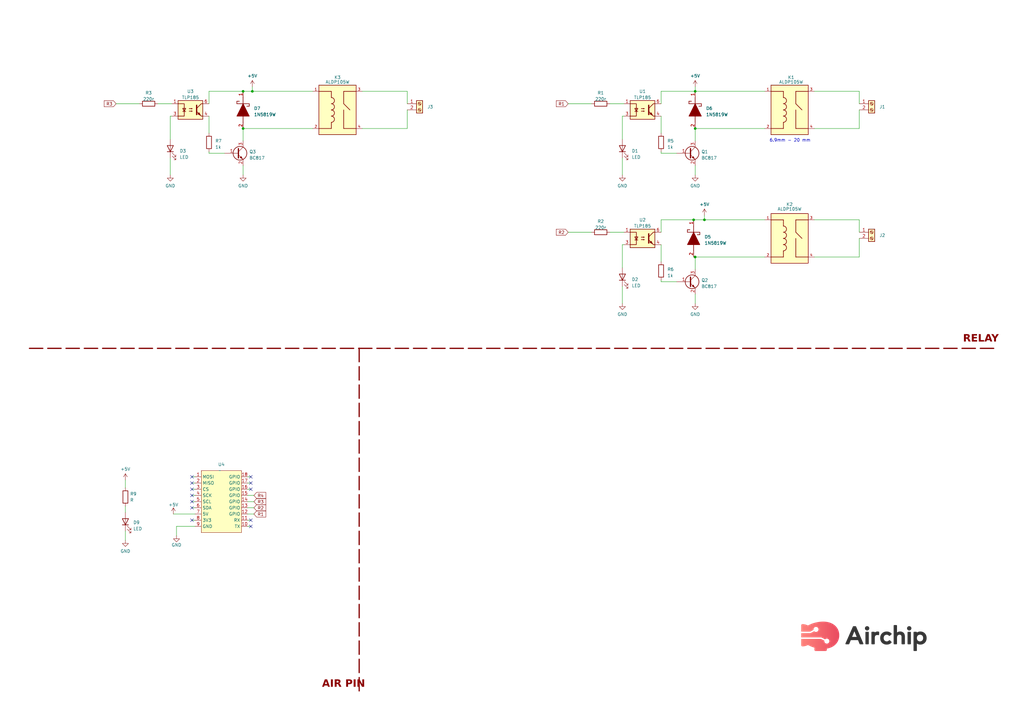
<source format=kicad_sch>
(kicad_sch (version 20230121) (generator eeschema)

  (uuid 982e0f7d-aa69-4a58-b03d-3cccfe2ecefd)

  (paper "A3")

  (lib_symbols
    (symbol "1N5819W:1N5819W" (pin_names hide) (in_bom yes) (on_board yes)
      (property "Reference" "D" (at 12.7 8.89 0)
        (effects (font (size 1.27 1.27)) (justify left top))
      )
      (property "Value" "1N5819W" (at 12.7 6.35 0)
        (effects (font (size 1.27 1.27)) (justify left top))
      )
      (property "Footprint" "SODFL3618X110N" (at 12.7 -93.65 0)
        (effects (font (size 1.27 1.27)) (justify left top) hide)
      )
      (property "Datasheet" "https://datasheet.lcsc.com/szlcsc/Shandong-Jingdao-Microelectronics-1N5819W_C169540.pdf" (at 12.7 -193.65 0)
        (effects (font (size 1.27 1.27)) (justify left top) hide)
      )
      (property "Height" "1.1" (at 12.7 -393.65 0)
        (effects (font (size 1.27 1.27)) (justify left top) hide)
      )
      (property "Manufacturer_Name" "Shandong Jingdao Microelectronics" (at 12.7 -493.65 0)
        (effects (font (size 1.27 1.27)) (justify left top) hide)
      )
      (property "Manufacturer_Part_Number" "1N5819W" (at 12.7 -593.65 0)
        (effects (font (size 1.27 1.27)) (justify left top) hide)
      )
      (property "Mouser Part Number" "" (at 12.7 -693.65 0)
        (effects (font (size 1.27 1.27)) (justify left top) hide)
      )
      (property "Mouser Price/Stock" "" (at 12.7 -793.65 0)
        (effects (font (size 1.27 1.27)) (justify left top) hide)
      )
      (property "Arrow Part Number" "" (at 12.7 -893.65 0)
        (effects (font (size 1.27 1.27)) (justify left top) hide)
      )
      (property "Arrow Price/Stock" "" (at 12.7 -993.65 0)
        (effects (font (size 1.27 1.27)) (justify left top) hide)
      )
      (property "ki_description" "40V 1A 900mV @ 3A 40V 1A 900mV @ 3A SOD-123 Schottky Barrier Diodes (SBD)" (at 0 0 0)
        (effects (font (size 1.27 1.27)) hide)
      )
      (symbol "1N5819W_1_1"
        (polyline
          (pts
            (xy 5.08 0)
            (xy 7.62 0)
          )
          (stroke (width 0.254) (type default))
          (fill (type none))
        )
        (polyline
          (pts
            (xy 6.604 -1.524)
            (xy 6.604 -2.54)
          )
          (stroke (width 0.254) (type default))
          (fill (type none))
        )
        (polyline
          (pts
            (xy 7.62 -2.54)
            (xy 6.604 -2.54)
          )
          (stroke (width 0.254) (type default))
          (fill (type none))
        )
        (polyline
          (pts
            (xy 7.62 2.54)
            (xy 7.62 -2.54)
          )
          (stroke (width 0.254) (type default))
          (fill (type none))
        )
        (polyline
          (pts
            (xy 7.62 2.54)
            (xy 8.636 2.54)
          )
          (stroke (width 0.254) (type default))
          (fill (type none))
        )
        (polyline
          (pts
            (xy 8.636 1.524)
            (xy 8.636 2.54)
          )
          (stroke (width 0.254) (type default))
          (fill (type none))
        )
        (polyline
          (pts
            (xy 12.7 0)
            (xy 15.24 0)
          )
          (stroke (width 0.254) (type default))
          (fill (type none))
        )
        (polyline
          (pts
            (xy 7.62 0)
            (xy 12.7 2.54)
            (xy 12.7 -2.54)
            (xy 7.62 0)
          )
          (stroke (width 0.254) (type default))
          (fill (type outline))
        )
        (pin passive line (at 2.54 0 0) (length 2.54)
          (name "K" (effects (font (size 1.27 1.27))))
          (number "1" (effects (font (size 1.27 1.27))))
        )
        (pin passive line (at 17.78 0 180) (length 2.54)
          (name "A" (effects (font (size 1.27 1.27))))
          (number "2" (effects (font (size 1.27 1.27))))
        )
      )
    )
    (symbol "ALDP105W:ALDP105W" (pin_names (offset 1.016)) (in_bom yes) (on_board yes)
      (property "Reference" "K" (at -7.6253 10.6755 0)
        (effects (font (size 1.27 1.27)) (justify left bottom))
      )
      (property "Value" "ALDP105W" (at -7.6273 -12.7121 0)
        (effects (font (size 1.27 1.27)) (justify left bottom))
      )
      (property "Footprint" "RELAY_ALDP105W" (at 0 0 0)
        (effects (font (size 1.27 1.27)) (justify bottom) hide)
      )
      (property "Datasheet" "" (at 0 0 0)
        (effects (font (size 1.27 1.27)) hide)
      )
      (property "PARTREV" "N/A" (at 0 0 0)
        (effects (font (size 1.27 1.27)) (justify bottom) hide)
      )
      (property "STANDART" "Manufacturer Recommendations" (at 0 0 0)
        (effects (font (size 1.27 1.27)) (justify bottom) hide)
      )
      (property "MF" "Panasonic" (at 0 0 0)
        (effects (font (size 1.27 1.27)) (justify bottom) hide)
      )
      (symbol "ALDP105W_0_0"
        (rectangle (start -7.62 -10.16) (end 7.62 10.16)
          (stroke (width 0.254) (type default))
          (fill (type background))
        )
        (arc (start -2.54 -5.08) (mid -1.2755 -3.81) (end -2.54 -2.54)
          (stroke (width 0.254) (type default))
          (fill (type none))
        )
        (arc (start -2.54 -2.54) (mid -1.2755 -1.27) (end -2.54 0)
          (stroke (width 0.254) (type default))
          (fill (type none))
        )
        (arc (start -2.54 0) (mid -1.2755 1.27) (end -2.54 2.54)
          (stroke (width 0.254) (type default))
          (fill (type none))
        )
        (arc (start -2.54 2.54) (mid -1.2755 3.81) (end -2.54 5.08)
          (stroke (width 0.254) (type default))
          (fill (type none))
        )
        (polyline
          (pts
            (xy -2.54 -7.62)
            (xy -7.62 -7.62)
          )
          (stroke (width 0.254) (type default))
          (fill (type none))
        )
        (polyline
          (pts
            (xy -2.54 -5.08)
            (xy -2.54 -7.62)
          )
          (stroke (width 0.254) (type default))
          (fill (type none))
        )
        (polyline
          (pts
            (xy -2.54 5.08)
            (xy -2.54 7.62)
          )
          (stroke (width 0.254) (type default))
          (fill (type none))
        )
        (polyline
          (pts
            (xy -2.54 7.62)
            (xy -7.62 7.62)
          )
          (stroke (width 0.254) (type default))
          (fill (type none))
        )
        (polyline
          (pts
            (xy 2.54 -7.62)
            (xy 7.62 -7.62)
          )
          (stroke (width 0.254) (type default))
          (fill (type none))
        )
        (polyline
          (pts
            (xy 2.54 0)
            (xy 2.54 -7.62)
          )
          (stroke (width 0.254) (type default))
          (fill (type none))
        )
        (polyline
          (pts
            (xy 2.54 2.54)
            (xy 5.08 0)
          )
          (stroke (width 0.254) (type default))
          (fill (type none))
        )
        (polyline
          (pts
            (xy 2.54 7.62)
            (xy 2.54 2.54)
          )
          (stroke (width 0.254) (type default))
          (fill (type none))
        )
        (polyline
          (pts
            (xy 7.62 7.62)
            (xy 2.54 7.62)
          )
          (stroke (width 0.254) (type default))
          (fill (type none))
        )
        (pin passive line (at -10.16 7.62 0) (length 2.54)
          (name "~" (effects (font (size 1.016 1.016))))
          (number "1" (effects (font (size 1.016 1.016))))
        )
        (pin passive line (at -10.16 -7.62 0) (length 2.54)
          (name "~" (effects (font (size 1.016 1.016))))
          (number "2" (effects (font (size 1.016 1.016))))
        )
        (pin passive line (at 10.16 7.62 180) (length 2.54)
          (name "~" (effects (font (size 1.016 1.016))))
          (number "3" (effects (font (size 1.016 1.016))))
        )
        (pin passive line (at 10.16 -7.62 180) (length 2.54)
          (name "~" (effects (font (size 1.016 1.016))))
          (number "4" (effects (font (size 1.016 1.016))))
        )
      )
    )
    (symbol "Connector:Screw_Terminal_01x02" (pin_names (offset 1.016) hide) (in_bom yes) (on_board yes)
      (property "Reference" "J" (at 0 2.54 0)
        (effects (font (size 1.27 1.27)))
      )
      (property "Value" "Screw_Terminal_01x02" (at 0 -5.08 0)
        (effects (font (size 1.27 1.27)))
      )
      (property "Footprint" "" (at 0 0 0)
        (effects (font (size 1.27 1.27)) hide)
      )
      (property "Datasheet" "~" (at 0 0 0)
        (effects (font (size 1.27 1.27)) hide)
      )
      (property "ki_keywords" "screw terminal" (at 0 0 0)
        (effects (font (size 1.27 1.27)) hide)
      )
      (property "ki_description" "Generic screw terminal, single row, 01x02, script generated (kicad-library-utils/schlib/autogen/connector/)" (at 0 0 0)
        (effects (font (size 1.27 1.27)) hide)
      )
      (property "ki_fp_filters" "TerminalBlock*:*" (at 0 0 0)
        (effects (font (size 1.27 1.27)) hide)
      )
      (symbol "Screw_Terminal_01x02_1_1"
        (rectangle (start -1.27 1.27) (end 1.27 -3.81)
          (stroke (width 0.254) (type default))
          (fill (type background))
        )
        (circle (center 0 -2.54) (radius 0.635)
          (stroke (width 0.1524) (type default))
          (fill (type none))
        )
        (polyline
          (pts
            (xy -0.5334 -2.2098)
            (xy 0.3302 -3.048)
          )
          (stroke (width 0.1524) (type default))
          (fill (type none))
        )
        (polyline
          (pts
            (xy -0.5334 0.3302)
            (xy 0.3302 -0.508)
          )
          (stroke (width 0.1524) (type default))
          (fill (type none))
        )
        (polyline
          (pts
            (xy -0.3556 -2.032)
            (xy 0.508 -2.8702)
          )
          (stroke (width 0.1524) (type default))
          (fill (type none))
        )
        (polyline
          (pts
            (xy -0.3556 0.508)
            (xy 0.508 -0.3302)
          )
          (stroke (width 0.1524) (type default))
          (fill (type none))
        )
        (circle (center 0 0) (radius 0.635)
          (stroke (width 0.1524) (type default))
          (fill (type none))
        )
        (pin passive line (at -5.08 0 0) (length 3.81)
          (name "Pin_1" (effects (font (size 1.27 1.27))))
          (number "1" (effects (font (size 1.27 1.27))))
        )
        (pin passive line (at -5.08 -2.54 0) (length 3.81)
          (name "Pin_2" (effects (font (size 1.27 1.27))))
          (number "2" (effects (font (size 1.27 1.27))))
        )
      )
    )
    (symbol "Device:LED" (pin_numbers hide) (pin_names (offset 1.016) hide) (in_bom yes) (on_board yes)
      (property "Reference" "D" (at 0 2.54 0)
        (effects (font (size 1.27 1.27)))
      )
      (property "Value" "LED" (at 0 -2.54 0)
        (effects (font (size 1.27 1.27)))
      )
      (property "Footprint" "" (at 0 0 0)
        (effects (font (size 1.27 1.27)) hide)
      )
      (property "Datasheet" "~" (at 0 0 0)
        (effects (font (size 1.27 1.27)) hide)
      )
      (property "ki_keywords" "LED diode" (at 0 0 0)
        (effects (font (size 1.27 1.27)) hide)
      )
      (property "ki_description" "Light emitting diode" (at 0 0 0)
        (effects (font (size 1.27 1.27)) hide)
      )
      (property "ki_fp_filters" "LED* LED_SMD:* LED_THT:*" (at 0 0 0)
        (effects (font (size 1.27 1.27)) hide)
      )
      (symbol "LED_0_1"
        (polyline
          (pts
            (xy -1.27 -1.27)
            (xy -1.27 1.27)
          )
          (stroke (width 0.254) (type default))
          (fill (type none))
        )
        (polyline
          (pts
            (xy -1.27 0)
            (xy 1.27 0)
          )
          (stroke (width 0) (type default))
          (fill (type none))
        )
        (polyline
          (pts
            (xy 1.27 -1.27)
            (xy 1.27 1.27)
            (xy -1.27 0)
            (xy 1.27 -1.27)
          )
          (stroke (width 0.254) (type default))
          (fill (type none))
        )
        (polyline
          (pts
            (xy -3.048 -0.762)
            (xy -4.572 -2.286)
            (xy -3.81 -2.286)
            (xy -4.572 -2.286)
            (xy -4.572 -1.524)
          )
          (stroke (width 0) (type default))
          (fill (type none))
        )
        (polyline
          (pts
            (xy -1.778 -0.762)
            (xy -3.302 -2.286)
            (xy -2.54 -2.286)
            (xy -3.302 -2.286)
            (xy -3.302 -1.524)
          )
          (stroke (width 0) (type default))
          (fill (type none))
        )
      )
      (symbol "LED_1_1"
        (pin passive line (at -3.81 0 0) (length 2.54)
          (name "K" (effects (font (size 1.27 1.27))))
          (number "1" (effects (font (size 1.27 1.27))))
        )
        (pin passive line (at 3.81 0 180) (length 2.54)
          (name "A" (effects (font (size 1.27 1.27))))
          (number "2" (effects (font (size 1.27 1.27))))
        )
      )
    )
    (symbol "Device:R" (pin_numbers hide) (pin_names (offset 0)) (in_bom yes) (on_board yes)
      (property "Reference" "R" (at 2.032 0 90)
        (effects (font (size 1.27 1.27)))
      )
      (property "Value" "R" (at 0 0 90)
        (effects (font (size 1.27 1.27)))
      )
      (property "Footprint" "" (at -1.778 0 90)
        (effects (font (size 1.27 1.27)) hide)
      )
      (property "Datasheet" "~" (at 0 0 0)
        (effects (font (size 1.27 1.27)) hide)
      )
      (property "ki_keywords" "R res resistor" (at 0 0 0)
        (effects (font (size 1.27 1.27)) hide)
      )
      (property "ki_description" "Resistor" (at 0 0 0)
        (effects (font (size 1.27 1.27)) hide)
      )
      (property "ki_fp_filters" "R_*" (at 0 0 0)
        (effects (font (size 1.27 1.27)) hide)
      )
      (symbol "R_0_1"
        (rectangle (start -1.016 -2.54) (end 1.016 2.54)
          (stroke (width 0.254) (type default))
          (fill (type none))
        )
      )
      (symbol "R_1_1"
        (pin passive line (at 0 3.81 270) (length 1.27)
          (name "~" (effects (font (size 1.27 1.27))))
          (number "1" (effects (font (size 1.27 1.27))))
        )
        (pin passive line (at 0 -3.81 90) (length 1.27)
          (name "~" (effects (font (size 1.27 1.27))))
          (number "2" (effects (font (size 1.27 1.27))))
        )
      )
    )
    (symbol "Isolator:TLP185" (in_bom yes) (on_board yes)
      (property "Reference" "U" (at -5.08 5.08 0)
        (effects (font (size 1.27 1.27)) (justify left))
      )
      (property "Value" "TLP185" (at -5.08 -5.08 0)
        (effects (font (size 1.27 1.27)) (justify left))
      )
      (property "Footprint" "Package_SO:SOIC-4_4.55x3.7mm_P2.54mm" (at 0 -7.62 0)
        (effects (font (size 1.27 1.27) italic) hide)
      )
      (property "Datasheet" "https://toshiba.semicon-storage.com/info/docget.jsp?did=11791&prodName=TLP185" (at 0 0 0)
        (effects (font (size 1.27 1.27)) (justify left) hide)
      )
      (property "ki_keywords" "NPN DC Optocoupler" (at 0 0 0)
        (effects (font (size 1.27 1.27)) hide)
      )
      (property "ki_description" "DC Optocoupler, Vce 80V, CTR 50-100%, MFSOP6" (at 0 0 0)
        (effects (font (size 1.27 1.27)) hide)
      )
      (property "ki_fp_filters" "SOIC*4.55x3.7mm*P2.54mm*" (at 0 0 0)
        (effects (font (size 1.27 1.27)) hide)
      )
      (symbol "TLP185_0_1"
        (rectangle (start -5.08 3.81) (end 5.08 -3.81)
          (stroke (width 0.254) (type default))
          (fill (type background))
        )
        (polyline
          (pts
            (xy -3.175 -0.635)
            (xy -1.905 -0.635)
          )
          (stroke (width 0.254) (type default))
          (fill (type none))
        )
        (polyline
          (pts
            (xy 2.54 1.905)
            (xy 2.54 -1.905)
            (xy 2.54 -1.905)
          )
          (stroke (width 0.508) (type default))
          (fill (type none))
        )
        (polyline
          (pts
            (xy 5.08 -2.54)
            (xy 4.445 -2.54)
            (xy 2.54 -0.635)
          )
          (stroke (width 0.254) (type default))
          (fill (type none))
        )
        (polyline
          (pts
            (xy 5.08 2.54)
            (xy 4.445 2.54)
            (xy 2.54 0.635)
          )
          (stroke (width 0.254) (type default))
          (fill (type none))
        )
        (polyline
          (pts
            (xy -5.08 -2.54)
            (xy -2.54 -2.54)
            (xy -2.54 2.54)
            (xy -5.08 2.54)
          )
          (stroke (width 0.254) (type default))
          (fill (type none))
        )
        (polyline
          (pts
            (xy -2.54 -0.635)
            (xy -3.175 0.635)
            (xy -1.905 0.635)
            (xy -2.54 -0.635)
          )
          (stroke (width 0.254) (type default))
          (fill (type none))
        )
        (polyline
          (pts
            (xy -0.508 -0.508)
            (xy 0.762 -0.508)
            (xy 0.381 -0.635)
            (xy 0.381 -0.381)
            (xy 0.762 -0.508)
          )
          (stroke (width 0.254) (type default))
          (fill (type none))
        )
        (polyline
          (pts
            (xy -0.508 0.508)
            (xy 0.762 0.508)
            (xy 0.381 0.381)
            (xy 0.381 0.635)
            (xy 0.762 0.508)
          )
          (stroke (width 0.254) (type default))
          (fill (type none))
        )
        (polyline
          (pts
            (xy 3.048 -1.651)
            (xy 3.556 -1.143)
            (xy 4.064 -2.159)
            (xy 3.048 -1.651)
            (xy 3.048 -1.651)
          )
          (stroke (width 0.254) (type default))
          (fill (type outline))
        )
      )
      (symbol "TLP185_1_1"
        (pin passive line (at -7.62 2.54 0) (length 2.54)
          (name "~" (effects (font (size 1.27 1.27))))
          (number "1" (effects (font (size 1.27 1.27))))
        )
        (pin passive line (at -7.62 -2.54 0) (length 2.54)
          (name "~" (effects (font (size 1.27 1.27))))
          (number "3" (effects (font (size 1.27 1.27))))
        )
        (pin passive line (at 7.62 -2.54 180) (length 2.54)
          (name "~" (effects (font (size 1.27 1.27))))
          (number "4" (effects (font (size 1.27 1.27))))
        )
        (pin passive line (at 7.62 2.54 180) (length 2.54)
          (name "~" (effects (font (size 1.27 1.27))))
          (number "6" (effects (font (size 1.27 1.27))))
        )
      )
    )
    (symbol "Transistor_BJT:BC817" (pin_names (offset 0) hide) (in_bom yes) (on_board yes)
      (property "Reference" "Q" (at 5.08 1.905 0)
        (effects (font (size 1.27 1.27)) (justify left))
      )
      (property "Value" "BC817" (at 5.08 0 0)
        (effects (font (size 1.27 1.27)) (justify left))
      )
      (property "Footprint" "Package_TO_SOT_SMD:SOT-23" (at 5.08 -1.905 0)
        (effects (font (size 1.27 1.27) italic) (justify left) hide)
      )
      (property "Datasheet" "https://www.onsemi.com/pub/Collateral/BC818-D.pdf" (at 0 0 0)
        (effects (font (size 1.27 1.27)) (justify left) hide)
      )
      (property "ki_keywords" "NPN Transistor" (at 0 0 0)
        (effects (font (size 1.27 1.27)) hide)
      )
      (property "ki_description" "0.8A Ic, 45V Vce, NPN Transistor, SOT-23" (at 0 0 0)
        (effects (font (size 1.27 1.27)) hide)
      )
      (property "ki_fp_filters" "SOT?23*" (at 0 0 0)
        (effects (font (size 1.27 1.27)) hide)
      )
      (symbol "BC817_0_1"
        (polyline
          (pts
            (xy 0.635 0.635)
            (xy 2.54 2.54)
          )
          (stroke (width 0) (type default))
          (fill (type none))
        )
        (polyline
          (pts
            (xy 0.635 -0.635)
            (xy 2.54 -2.54)
            (xy 2.54 -2.54)
          )
          (stroke (width 0) (type default))
          (fill (type none))
        )
        (polyline
          (pts
            (xy 0.635 1.905)
            (xy 0.635 -1.905)
            (xy 0.635 -1.905)
          )
          (stroke (width 0.508) (type default))
          (fill (type none))
        )
        (polyline
          (pts
            (xy 1.27 -1.778)
            (xy 1.778 -1.27)
            (xy 2.286 -2.286)
            (xy 1.27 -1.778)
            (xy 1.27 -1.778)
          )
          (stroke (width 0) (type default))
          (fill (type outline))
        )
        (circle (center 1.27 0) (radius 2.8194)
          (stroke (width 0.254) (type default))
          (fill (type none))
        )
      )
      (symbol "BC817_1_1"
        (pin input line (at -5.08 0 0) (length 5.715)
          (name "B" (effects (font (size 1.27 1.27))))
          (number "1" (effects (font (size 1.27 1.27))))
        )
        (pin passive line (at 2.54 -5.08 90) (length 2.54)
          (name "E" (effects (font (size 1.27 1.27))))
          (number "2" (effects (font (size 1.27 1.27))))
        )
        (pin passive line (at 2.54 5.08 270) (length 2.54)
          (name "C" (effects (font (size 1.27 1.27))))
          (number "3" (effects (font (size 1.27 1.27))))
        )
      )
    )
    (symbol "air_modül:air_module" (in_bom yes) (on_board yes)
      (property "Reference" "U" (at 0 1.27 0)
        (effects (font (size 1.27 1.27)))
      )
      (property "Value" "" (at 0 0 0)
        (effects (font (size 1.27 1.27)))
      )
      (property "Footprint" "" (at 0 0 0)
        (effects (font (size 1.27 1.27)) hide)
      )
      (property "Datasheet" "" (at 0 0 0)
        (effects (font (size 1.27 1.27)) hide)
      )
      (symbol "air_module_1_1"
        (rectangle (start -7.62 0) (end 8.89 -25.4)
          (stroke (width 0) (type default))
          (fill (type background))
        )
        (pin input line (at -10.16 -2.54 0) (length 2.54)
          (name "MOSI" (effects (font (size 1.27 1.27))))
          (number "1" (effects (font (size 1.27 1.27))))
        )
        (pin input line (at 11.43 -22.86 180) (length 2.54)
          (name "TX" (effects (font (size 1.27 1.27))))
          (number "10" (effects (font (size 1.27 1.27))))
        )
        (pin input line (at 11.43 -20.32 180) (length 2.54)
          (name "RX" (effects (font (size 1.27 1.27))))
          (number "11" (effects (font (size 1.27 1.27))))
        )
        (pin input line (at 11.43 -17.78 180) (length 2.54)
          (name "GPIO" (effects (font (size 1.27 1.27))))
          (number "12" (effects (font (size 1.27 1.27))))
        )
        (pin input line (at 11.43 -15.24 180) (length 2.54)
          (name "GPIO" (effects (font (size 1.27 1.27))))
          (number "13" (effects (font (size 1.27 1.27))))
        )
        (pin input line (at 11.43 -12.7 180) (length 2.54)
          (name "GPIO" (effects (font (size 1.27 1.27))))
          (number "14" (effects (font (size 1.27 1.27))))
        )
        (pin input line (at 11.43 -10.16 180) (length 2.54)
          (name "GPIO" (effects (font (size 1.27 1.27))))
          (number "15" (effects (font (size 1.27 1.27))))
        )
        (pin input line (at 11.43 -7.62 180) (length 2.54)
          (name "GPIO" (effects (font (size 1.27 1.27))))
          (number "16" (effects (font (size 1.27 1.27))))
        )
        (pin input line (at 11.43 -5.08 180) (length 2.54)
          (name "GPIO" (effects (font (size 1.27 1.27))))
          (number "17" (effects (font (size 1.27 1.27))))
        )
        (pin input line (at 11.43 -2.54 180) (length 2.54)
          (name "GPIO" (effects (font (size 1.27 1.27))))
          (number "18" (effects (font (size 1.27 1.27))))
        )
        (pin input line (at -10.16 -5.08 0) (length 2.54)
          (name "MISO" (effects (font (size 1.27 1.27))))
          (number "2" (effects (font (size 1.27 1.27))))
        )
        (pin input line (at -10.16 -7.62 0) (length 2.54)
          (name "CS" (effects (font (size 1.27 1.27))))
          (number "3" (effects (font (size 1.27 1.27))))
        )
        (pin input line (at -10.16 -10.16 0) (length 2.54)
          (name "SCK" (effects (font (size 1.27 1.27))))
          (number "4" (effects (font (size 1.27 1.27))))
        )
        (pin input line (at -10.16 -12.7 0) (length 2.54)
          (name "SCL" (effects (font (size 1.27 1.27))))
          (number "5" (effects (font (size 1.27 1.27))))
        )
        (pin input line (at -10.16 -15.24 0) (length 2.54)
          (name "SDA" (effects (font (size 1.27 1.27))))
          (number "6" (effects (font (size 1.27 1.27))))
        )
        (pin input line (at -10.16 -17.78 0) (length 2.54)
          (name "5V" (effects (font (size 1.27 1.27))))
          (number "7" (effects (font (size 1.27 1.27))))
        )
        (pin input line (at -10.16 -20.32 0) (length 2.54)
          (name "3V3" (effects (font (size 1.27 1.27))))
          (number "8" (effects (font (size 1.27 1.27))))
        )
        (pin input line (at -10.16 -22.86 0) (length 2.54)
          (name "GND" (effects (font (size 1.27 1.27))))
          (number "9" (effects (font (size 1.27 1.27))))
        )
      )
    )
    (symbol "power:+5V" (power) (pin_names (offset 0)) (in_bom yes) (on_board yes)
      (property "Reference" "#PWR" (at 0 -3.81 0)
        (effects (font (size 1.27 1.27)) hide)
      )
      (property "Value" "+5V" (at 0 3.556 0)
        (effects (font (size 1.27 1.27)))
      )
      (property "Footprint" "" (at 0 0 0)
        (effects (font (size 1.27 1.27)) hide)
      )
      (property "Datasheet" "" (at 0 0 0)
        (effects (font (size 1.27 1.27)) hide)
      )
      (property "ki_keywords" "global power" (at 0 0 0)
        (effects (font (size 1.27 1.27)) hide)
      )
      (property "ki_description" "Power symbol creates a global label with name \"+5V\"" (at 0 0 0)
        (effects (font (size 1.27 1.27)) hide)
      )
      (symbol "+5V_0_1"
        (polyline
          (pts
            (xy -0.762 1.27)
            (xy 0 2.54)
          )
          (stroke (width 0) (type default))
          (fill (type none))
        )
        (polyline
          (pts
            (xy 0 0)
            (xy 0 2.54)
          )
          (stroke (width 0) (type default))
          (fill (type none))
        )
        (polyline
          (pts
            (xy 0 2.54)
            (xy 0.762 1.27)
          )
          (stroke (width 0) (type default))
          (fill (type none))
        )
      )
      (symbol "+5V_1_1"
        (pin power_in line (at 0 0 90) (length 0) hide
          (name "+5V" (effects (font (size 1.27 1.27))))
          (number "1" (effects (font (size 1.27 1.27))))
        )
      )
    )
    (symbol "power:GND" (power) (pin_names (offset 0)) (in_bom yes) (on_board yes)
      (property "Reference" "#PWR" (at 0 -6.35 0)
        (effects (font (size 1.27 1.27)) hide)
      )
      (property "Value" "GND" (at 0 -3.81 0)
        (effects (font (size 1.27 1.27)))
      )
      (property "Footprint" "" (at 0 0 0)
        (effects (font (size 1.27 1.27)) hide)
      )
      (property "Datasheet" "" (at 0 0 0)
        (effects (font (size 1.27 1.27)) hide)
      )
      (property "ki_keywords" "power-flag" (at 0 0 0)
        (effects (font (size 1.27 1.27)) hide)
      )
      (property "ki_description" "Power symbol creates a global label with name \"GND\" , ground" (at 0 0 0)
        (effects (font (size 1.27 1.27)) hide)
      )
      (symbol "GND_0_1"
        (polyline
          (pts
            (xy 0 0)
            (xy 0 -1.27)
            (xy 1.27 -1.27)
            (xy 0 -2.54)
            (xy -1.27 -1.27)
            (xy 0 -1.27)
          )
          (stroke (width 0) (type default))
          (fill (type none))
        )
      )
      (symbol "GND_1_1"
        (pin power_in line (at 0 0 270) (length 0) hide
          (name "GND" (effects (font (size 1.27 1.27))))
          (number "1" (effects (font (size 1.27 1.27))))
        )
      )
    )
  )

  (junction (at 99.695 37.465) (diameter 0) (color 0 0 0 0)
    (uuid 1cbdc819-9bec-4a1b-a808-97705fb32ce6)
  )
  (junction (at 285.115 105.41) (diameter 0) (color 0 0 0 0)
    (uuid 40810ec8-c9f3-404a-9312-2f03237337fb)
  )
  (junction (at 284.48 90.17) (diameter 0) (color 0 0 0 0)
    (uuid 585a7482-47ee-4434-8eab-fa46bd8a9d73)
  )
  (junction (at 103.505 37.465) (diameter 0) (color 0 0 0 0)
    (uuid 7e05dab5-53b3-4d39-973e-6581ddb6e977)
  )
  (junction (at 285.115 52.705) (diameter 0) (color 0 0 0 0)
    (uuid 8b0302eb-f618-486c-9c7a-f6181b259061)
  )
  (junction (at 99.695 52.705) (diameter 0) (color 0 0 0 0)
    (uuid cceae8e9-bad1-420d-8423-493e292f991e)
  )
  (junction (at 285.115 37.465) (diameter 0) (color 0 0 0 0)
    (uuid cfaf23df-92a2-4a90-a271-8840f277c2f5)
  )
  (junction (at 288.925 90.17) (diameter 0) (color 0 0 0 0)
    (uuid e82a2811-6fd1-4bf6-af4c-f2b5b7876666)
  )

  (no_connect (at 78.74 205.74) (uuid 03ab8a64-7827-4f9a-a180-d92bdff7d168))
  (no_connect (at 78.74 208.28) (uuid 0ff37e89-2a4e-4299-90b5-58330d835362))
  (no_connect (at 78.74 213.36) (uuid 144d575e-216f-45d4-b49d-3d5a3d6d78f7))
  (no_connect (at 78.74 198.12) (uuid 37958690-dc7c-4e9b-b500-2af4e01dd7b6))
  (no_connect (at 78.74 200.66) (uuid 4ef0d984-8b20-4170-82ed-0d3c70ddc15a))
  (no_connect (at 78.74 203.2) (uuid 62501470-1591-49af-a2be-26ee2a681cf4))
  (no_connect (at 102.87 213.36) (uuid 73e51358-81d0-46a4-a8bc-9cace8febaef))
  (no_connect (at 102.87 198.12) (uuid 79c347f4-5e65-4fee-9d09-6a664e526c5a))
  (no_connect (at 102.87 195.58) (uuid 91ca4b80-033e-405d-99d3-a773088269cd))
  (no_connect (at 78.74 195.58) (uuid b149f0a6-5680-4b3e-8597-b74591ba0899))
  (no_connect (at 102.87 200.66) (uuid f76b5c31-2a0b-400c-be84-a7446c09d02a))
  (no_connect (at 102.87 215.9) (uuid fc69f44f-3c40-4c19-8b9d-98cb7dc979e0))

  (wire (pts (xy 285.115 35.56) (xy 285.115 37.465))
    (stroke (width 0) (type default))
    (uuid 06d8d2f6-8313-48d3-a1e4-42589c397515)
  )
  (wire (pts (xy 78.74 205.74) (xy 80.01 205.74))
    (stroke (width 0) (type default))
    (uuid 07117ddb-683d-4c1c-8f58-9680c9cf3260)
  )
  (wire (pts (xy 233.045 95.25) (xy 242.57 95.25))
    (stroke (width 0) (type default))
    (uuid 0850080f-fe88-4430-a879-57e5854d81c3)
  )
  (wire (pts (xy 69.85 47.625) (xy 70.485 47.625))
    (stroke (width 0) (type default))
    (uuid 09d0eda4-a8e6-4af1-a864-dc7b2277d76d)
  )
  (wire (pts (xy 271.145 62.23) (xy 271.145 62.865))
    (stroke (width 0) (type default))
    (uuid 0d660cef-6130-43a0-ae07-0cdc1a41d937)
  )
  (wire (pts (xy 99.695 37.465) (xy 103.505 37.465))
    (stroke (width 0) (type default))
    (uuid 0f07b884-3d83-4159-ad10-ff34fb9632d5)
  )
  (wire (pts (xy 85.725 47.625) (xy 85.725 54.61))
    (stroke (width 0) (type default))
    (uuid 133c6889-e24a-4d52-9ba6-a8c8e43ce45c)
  )
  (wire (pts (xy 271.145 114.935) (xy 271.145 115.57))
    (stroke (width 0) (type default))
    (uuid 14610ccc-dfe5-4e8a-95ce-eeb99741f6f8)
  )
  (wire (pts (xy 255.27 124.46) (xy 255.27 117.475))
    (stroke (width 0) (type default))
    (uuid 17343961-dc72-4d45-97ab-1121552547c0)
  )
  (wire (pts (xy 51.435 196.85) (xy 51.435 200.025))
    (stroke (width 0) (type default))
    (uuid 184050a2-d5ad-4c29-93cd-7087a0ee1f68)
  )
  (wire (pts (xy 352.425 90.17) (xy 352.425 95.25))
    (stroke (width 0) (type default))
    (uuid 1cfba0bb-f673-4da2-b34f-fe38a1c58d00)
  )
  (wire (pts (xy 271.145 47.625) (xy 271.145 54.61))
    (stroke (width 0) (type default))
    (uuid 2246e4d1-3b7e-41eb-8b9a-5f7b80682a83)
  )
  (wire (pts (xy 271.145 37.465) (xy 285.115 37.465))
    (stroke (width 0) (type default))
    (uuid 2551a861-9576-40c8-a394-73c6e20c5d85)
  )
  (polyline (pts (xy 12.065 142.875) (xy 407.67 142.875))
    (stroke (width 0.5) (type dash) (color 132 0 0 1))
    (uuid 25849013-33b4-4963-8286-f39b4409ff34)
  )
  (polyline (pts (xy 147.32 142.875) (xy 147.32 285.115))
    (stroke (width 0.5) (type dash) (color 132 0 0 1))
    (uuid 26fa21e8-f788-4f8a-9cce-2db5b1230ee9)
  )

  (wire (pts (xy 78.74 200.66) (xy 80.01 200.66))
    (stroke (width 0) (type default))
    (uuid 2a2e4c4d-b41b-43c0-9385-26e49adaa1fe)
  )
  (wire (pts (xy 288.925 88.265) (xy 288.925 90.17))
    (stroke (width 0) (type default))
    (uuid 2ea59e70-2751-4fc9-9f93-43fbb6dca88a)
  )
  (wire (pts (xy 271.145 90.17) (xy 271.145 95.25))
    (stroke (width 0) (type default))
    (uuid 31b5904d-dccf-45b8-aaf9-17b2df3e6005)
  )
  (wire (pts (xy 334.01 52.705) (xy 352.425 52.705))
    (stroke (width 0) (type default))
    (uuid 323ffb05-5c50-4bcb-9310-c420f4ae80d2)
  )
  (wire (pts (xy 51.435 207.645) (xy 51.435 210.185))
    (stroke (width 0) (type default))
    (uuid 32acaac2-471d-4559-a9ab-9f195417c25c)
  )
  (wire (pts (xy 284.48 105.41) (xy 285.115 105.41))
    (stroke (width 0) (type default))
    (uuid 33f91d3f-1209-4d6c-9df3-876e417e7530)
  )
  (wire (pts (xy 99.695 52.705) (xy 128.27 52.705))
    (stroke (width 0) (type default))
    (uuid 36946893-2ec7-4aba-9ce3-882a09072cc6)
  )
  (wire (pts (xy 99.695 52.705) (xy 99.695 57.785))
    (stroke (width 0) (type default))
    (uuid 38d8b7c5-ec10-41f0-bc60-e4cb1f588f6a)
  )
  (wire (pts (xy 167.005 45.085) (xy 167.005 52.705))
    (stroke (width 0) (type default))
    (uuid 39033a8c-aee4-46a7-8eb5-87bb2da573cd)
  )
  (wire (pts (xy 72.39 215.9) (xy 80.01 215.9))
    (stroke (width 0) (type default))
    (uuid 3952f70a-0e5c-4afe-ab6f-472ba9329187)
  )
  (wire (pts (xy 271.145 100.33) (xy 271.145 107.315))
    (stroke (width 0) (type default))
    (uuid 3eff4376-62b1-42a8-adf1-37ab472a4a34)
  )
  (wire (pts (xy 255.27 47.625) (xy 255.905 47.625))
    (stroke (width 0) (type default))
    (uuid 44bb78ab-bf32-4c5e-b9f1-9dff08149fd3)
  )
  (wire (pts (xy 101.6 208.28) (xy 104.14 208.28))
    (stroke (width 0) (type default))
    (uuid 47ee6f51-a4d5-423b-b152-1b1ada925b6d)
  )
  (wire (pts (xy 250.19 95.25) (xy 255.905 95.25))
    (stroke (width 0) (type default))
    (uuid 4cd9669c-5911-4264-b798-5f13a5defeba)
  )
  (wire (pts (xy 271.145 62.865) (xy 277.495 62.865))
    (stroke (width 0) (type default))
    (uuid 4d141868-f162-4fea-a353-bf5dc8dfee79)
  )
  (wire (pts (xy 352.425 37.465) (xy 352.425 42.545))
    (stroke (width 0) (type default))
    (uuid 4f7f1a0b-06c8-43c7-8ff0-082f562b733c)
  )
  (wire (pts (xy 78.74 208.28) (xy 80.01 208.28))
    (stroke (width 0) (type default))
    (uuid 5184b490-99cc-42f5-abcd-f8b7f8d88ceb)
  )
  (wire (pts (xy 102.87 215.9) (xy 101.6 215.9))
    (stroke (width 0) (type default))
    (uuid 5cb6d750-51a4-4770-9cd0-a60dbc3cf66b)
  )
  (wire (pts (xy 85.725 37.465) (xy 99.695 37.465))
    (stroke (width 0) (type default))
    (uuid 6111e063-716d-4aac-8fe8-1a2530616229)
  )
  (wire (pts (xy 285.115 71.755) (xy 285.115 67.945))
    (stroke (width 0) (type default))
    (uuid 61f6d140-bf03-48e1-afea-f239998f7f45)
  )
  (wire (pts (xy 102.87 200.66) (xy 101.6 200.66))
    (stroke (width 0) (type default))
    (uuid 6237a1c5-c80f-473e-9e2d-ae5418e783f1)
  )
  (wire (pts (xy 101.6 210.82) (xy 104.14 210.82))
    (stroke (width 0) (type default))
    (uuid 6433b049-c85c-4b7d-85f0-1c139ad6a820)
  )
  (wire (pts (xy 271.145 115.57) (xy 277.495 115.57))
    (stroke (width 0) (type default))
    (uuid 6706e241-eb78-481a-aa68-c15152592fe0)
  )
  (wire (pts (xy 78.74 213.36) (xy 80.01 213.36))
    (stroke (width 0) (type default))
    (uuid 688973ee-5a71-4eb3-a993-1cd462a4dda2)
  )
  (wire (pts (xy 250.19 42.545) (xy 255.905 42.545))
    (stroke (width 0) (type default))
    (uuid 6ba2056d-5a73-4fbe-8d37-6ca7819827a7)
  )
  (wire (pts (xy 85.725 37.465) (xy 85.725 42.545))
    (stroke (width 0) (type default))
    (uuid 6ea47b89-dd05-4539-9425-ff7ca4833af9)
  )
  (wire (pts (xy 102.87 213.36) (xy 101.6 213.36))
    (stroke (width 0) (type default))
    (uuid 6f2a7fe6-60e4-44cd-a55b-44e9a91822f5)
  )
  (wire (pts (xy 71.12 210.82) (xy 80.01 210.82))
    (stroke (width 0) (type default))
    (uuid 70d0902e-48c9-4295-8baa-454f5cde14b7)
  )
  (wire (pts (xy 78.74 195.58) (xy 80.01 195.58))
    (stroke (width 0) (type default))
    (uuid 741d28d7-b790-4d77-b0c6-eefc5d1880ce)
  )
  (wire (pts (xy 102.87 195.58) (xy 101.6 195.58))
    (stroke (width 0) (type default))
    (uuid 75864c83-63ed-4787-8ad2-2ca6f6041e22)
  )
  (wire (pts (xy 285.115 37.465) (xy 313.69 37.465))
    (stroke (width 0) (type default))
    (uuid 7ef34056-4eca-49ee-b203-22e23314e072)
  )
  (wire (pts (xy 255.27 109.855) (xy 255.27 100.33))
    (stroke (width 0) (type default))
    (uuid 811d9fc0-9bb6-42e3-a229-1f05831f8ef1)
  )
  (wire (pts (xy 148.59 52.705) (xy 167.005 52.705))
    (stroke (width 0) (type default))
    (uuid 88eeff1c-f962-47c4-aebf-4205d705a1fd)
  )
  (wire (pts (xy 285.115 105.41) (xy 313.69 105.41))
    (stroke (width 0) (type default))
    (uuid 8f1b1176-8248-4203-88fa-b70b9f8ac6f5)
  )
  (wire (pts (xy 85.725 62.865) (xy 92.075 62.865))
    (stroke (width 0) (type default))
    (uuid 901a79cf-c080-4681-801a-baaa28570c73)
  )
  (wire (pts (xy 352.425 45.085) (xy 352.425 52.705))
    (stroke (width 0) (type default))
    (uuid 92197cb2-eb17-4485-8b0d-ad74f002bfd7)
  )
  (wire (pts (xy 271.145 90.17) (xy 284.48 90.17))
    (stroke (width 0) (type default))
    (uuid 9220a690-1c30-48a1-bb98-0f2a835bf952)
  )
  (wire (pts (xy 255.27 100.33) (xy 255.905 100.33))
    (stroke (width 0) (type default))
    (uuid 991dad27-b7ae-488e-be34-8e86dcd9baff)
  )
  (wire (pts (xy 103.505 37.465) (xy 128.27 37.465))
    (stroke (width 0) (type default))
    (uuid 9f63abb6-0c88-48c8-bc18-f5e9d5b5e597)
  )
  (wire (pts (xy 167.005 37.465) (xy 167.005 42.545))
    (stroke (width 0) (type default))
    (uuid a45b9df7-8821-4677-9ed5-5ff07a15a80f)
  )
  (wire (pts (xy 102.87 198.12) (xy 101.6 198.12))
    (stroke (width 0) (type default))
    (uuid a55666a8-442b-4947-ba54-1865da4c2eb6)
  )
  (wire (pts (xy 285.115 52.705) (xy 285.115 57.785))
    (stroke (width 0) (type default))
    (uuid a6c81cc9-7b31-43b0-9269-ee71732e860f)
  )
  (wire (pts (xy 69.85 57.15) (xy 69.85 47.625))
    (stroke (width 0) (type default))
    (uuid aa13c0be-b3b9-46a0-85d8-506fb201cfaf)
  )
  (wire (pts (xy 288.925 90.17) (xy 313.69 90.17))
    (stroke (width 0) (type default))
    (uuid ad13109c-5c08-4cc7-8d2b-57a2b5375727)
  )
  (wire (pts (xy 85.725 62.23) (xy 85.725 62.865))
    (stroke (width 0) (type default))
    (uuid b5c2f1f6-2840-47f5-8b7d-991b712cf9cd)
  )
  (wire (pts (xy 285.115 52.705) (xy 313.69 52.705))
    (stroke (width 0) (type default))
    (uuid b6febba2-498f-4520-a696-8eb2efdde5a4)
  )
  (wire (pts (xy 72.39 215.9) (xy 72.39 219.71))
    (stroke (width 0) (type default))
    (uuid bb4cfcc5-e02a-4c48-bcdd-189d89e1c8ec)
  )
  (wire (pts (xy 51.435 217.805) (xy 51.435 221.615))
    (stroke (width 0) (type default))
    (uuid bf0eb216-de1e-4b5a-8a36-098a89a41e93)
  )
  (wire (pts (xy 69.85 71.755) (xy 69.85 64.77))
    (stroke (width 0) (type default))
    (uuid c146b7d4-3d1d-46a8-a5bf-abafcf1a6b84)
  )
  (wire (pts (xy 271.145 37.465) (xy 271.145 42.545))
    (stroke (width 0) (type default))
    (uuid c19f79d4-5617-4402-8021-3b254f1f1e7e)
  )
  (wire (pts (xy 103.505 35.56) (xy 103.505 37.465))
    (stroke (width 0) (type default))
    (uuid c2200b75-5f15-4c7f-95b0-08f9f21ee810)
  )
  (wire (pts (xy 285.115 105.41) (xy 285.115 110.49))
    (stroke (width 0) (type default))
    (uuid c22a134c-5fd7-4f7d-bb8e-cc07a28dda1d)
  )
  (wire (pts (xy 334.01 90.17) (xy 352.425 90.17))
    (stroke (width 0) (type default))
    (uuid c5d8b3eb-ecac-4480-b136-6c1fbb5976f2)
  )
  (wire (pts (xy 78.74 198.12) (xy 80.01 198.12))
    (stroke (width 0) (type default))
    (uuid c99a4635-b922-4d51-afa3-ad0840a77e9e)
  )
  (wire (pts (xy 101.6 205.74) (xy 104.14 205.74))
    (stroke (width 0) (type default))
    (uuid ce1e088d-46a3-4540-adb8-c9abcc0cae1f)
  )
  (wire (pts (xy 233.045 42.545) (xy 242.57 42.545))
    (stroke (width 0) (type default))
    (uuid d63232b2-76c6-4110-8842-57a25697a912)
  )
  (wire (pts (xy 255.27 71.755) (xy 255.27 64.77))
    (stroke (width 0) (type default))
    (uuid d89e679b-188e-41b1-821d-6e4f0c8bfebc)
  )
  (wire (pts (xy 285.115 124.46) (xy 285.115 120.65))
    (stroke (width 0) (type default))
    (uuid dbee9c6b-5792-4e1f-a7da-e04e47663c9c)
  )
  (wire (pts (xy 101.6 203.2) (xy 104.14 203.2))
    (stroke (width 0) (type default))
    (uuid e09e75d8-4dcd-44a0-b4b1-344b63ca2ad7)
  )
  (wire (pts (xy 334.01 105.41) (xy 352.425 105.41))
    (stroke (width 0) (type default))
    (uuid e716cdb4-a826-4c01-927f-7e3d21930627)
  )
  (wire (pts (xy 255.27 57.15) (xy 255.27 47.625))
    (stroke (width 0) (type default))
    (uuid e9d98c98-cda7-4787-897a-75a46bc6eb48)
  )
  (wire (pts (xy 334.01 37.465) (xy 352.425 37.465))
    (stroke (width 0) (type default))
    (uuid eadf1a3a-38a0-4378-a8fc-c7dc559d3fad)
  )
  (wire (pts (xy 148.59 37.465) (xy 167.005 37.465))
    (stroke (width 0) (type default))
    (uuid eb45ab7a-bd64-47cb-b3c0-25dd6d9abc3c)
  )
  (wire (pts (xy 99.695 71.755) (xy 99.695 67.945))
    (stroke (width 0) (type default))
    (uuid eba3f433-4737-47b0-b6f2-cb28f02405a2)
  )
  (wire (pts (xy 284.48 90.17) (xy 288.925 90.17))
    (stroke (width 0) (type default))
    (uuid f130f9f1-3ab6-469d-b2a0-b12bacdd3f00)
  )
  (wire (pts (xy 64.77 42.545) (xy 70.485 42.545))
    (stroke (width 0) (type default))
    (uuid f373918d-47a6-480e-90a3-f841dafe7f9c)
  )
  (wire (pts (xy 352.425 97.79) (xy 352.425 105.41))
    (stroke (width 0) (type default))
    (uuid f7c3a12d-1205-4592-adc7-8c90db662481)
  )
  (wire (pts (xy 47.625 42.545) (xy 57.15 42.545))
    (stroke (width 0) (type default))
    (uuid fc191e0e-0712-495c-8def-67e4f66906fc)
  )
  (wire (pts (xy 78.74 203.2) (xy 80.01 203.2))
    (stroke (width 0) (type default))
    (uuid fd63ff0f-58ee-4490-ba9d-7afb12e13c1b)
  )

  (image (at 354.33 260.985) (scale 0.303838)
    (uuid de1c904a-2672-4223-bb4e-ea8d7c0626a8)
    (data
      iVBORw0KGgoAAAANSUhEUgAAB9AAAAHVCAYAAACpJWDwAAAABHNCSVQICAgIfAhkiAAAIABJREFU
      eJzs3XeYnGW9//F3SEKyCS0hARUVBCSKYvuiqKiAokRasKAeRUn4WSghFUTNsYAiICGNA6gQEBso
      TfEg6hFE8KjouRFsIAgiiEJCEwhJKJnfH88sKdtmdmfmnvJ+XddcuzzPPfd8dpjMzj6fpwxDkjrQ
      ox+ZPhzYnBKbA5sDW5S/dt82BbqATSkxFugqwSbl5SOBzYqZSpsAI4CNgTHFIjYFNuo3QKnXpSuB
      J8oDHgWeLsHjwBOUeILi+5XACuAx4N/l77tvD5eXPUiJh4AHgYc2P//MFZU+L5IkSZIkSZIkSZ1s
      WO4AklQLj3706E2BZ1NiIvAcYCKw5Tpft4TS+PL3W1GU4X0V2esrrfel95UDLKp+TGn9YZXM2ff8
      TwIPQel+4F5gObAMuJcS3cvuA+4G7tv862c9XeWjSZIkSZIkSZIktQULdElN7bGPHb0J8FxKbAPP
      3J4LbFOCZwFbU3wdDQxQNA+t7G7hAr3vhT0XPV0qCvV/lG/3UBTrdwJ3UOLOLb5x1oNVppEkSZIk
      SZIkSWoJFuiSsnnsYzOGUZTf2wLbQWnb8vfdt+fRfar0SntqC/R+xleWtYKn8BHgb8CdULoduLV8
      u22Lb3z5H1XllCRJkiRJkiRJaiIW6JLq6rHDZ4wCdijftn/m+xI7AC+guHZ4WT/VrQV6depboPe3
      YAUlbgP+AtwC/An4I3DbFt/88lP9TS1JkiRJkiRJkpSbBbqkIVtxxIzhJXg+8CJgJ0pMAiYBO1Gc
      br2nattvC/Tq5CvQ+5rgSYpC/Q/An4GbgN9t8c0v39Pfw0mSJEmSJEmSJDWSBbqkiq04YubGFCX5
      zlDaGXgp8EJgp9K6R5IPukC2QN9wQBsV6H1ZTokbgN+VKL4Ct4/71per/YklSZIkSZIkSZKGzAJd
      Ug8rjpw5HNgReDnwUkq8FNi5vGx4MWr9frPU53/0wQK9ogEdUKD39vw+BKXfAL8Grgd+M+5bX3mg
      ylklSZIkSZIkSZKqZoEudbgVR84cR1GUvxx4WfnrzkDXM4MqKGMt0Ac350ADOrRA722S2yhxPfAL
      4FrglnHf/opHqUuSJEmSJEmSpJqyQJc6yIqjZj4LCOAVQFBiV+B5A97RAr2foRbo1U3Q95wDFOgb
      Lrof+F/gOopC/Xfjvv2Vp6p8ZEmSJEmSJEmSpPVYoEttasVRs7YCXg2l3Vhbmj9nvUGVFp0W6P0M
      tUCvboK+56yyQN/QI8DPgauAqyjxp3EXeIS6JEmSJEmSJEmqjgW61AYenz5rLMUR5bsBrwZeU4Jt
      i7XVldKVj7NAr8WcAw2wQB/kvCXuo7tMhx+Nu+Ar/6wylSRJkiRJkiRJ6kAW6FILenz6rB2B1wOv
      A3YHXgJstG7BWOrlux4s0C3Q27dA39BNULoCuBL41bgLvvp0FbNJkiRJkiRJkqQOYYEuNbnHp88a
      TXFUeXdh/npgYq+DLdAt0Psd39EF+roLHwZ+AlxeKnHF+Au/+nAVM0uSJEmSJEmSpDZmgS41mceP
      nrUZRUn+Jkq8CdgVGFXRnS3QLdD7HW+B3mNJiacorp3+PeD74y/86t1VPIokSZIkSZIkSWozFuhS
      Zo8fPXs88CZgTyi9AXglsBEwpNLUAn0ok/Q+xgK9t5UtX6BvKAEXAxeNv/Crt1fxiJIkSZIkSZIk
      qQ1YoEsN9viM2ZsDb6TEXsBbgJfxzL/FDdo8C/R+V1mgVzu/BXqPJf3PeQNwEXDB+Au/+vcqHl2S
      JEmSJEmSJLUoC3SpzlbOmD26BG+kKMv3ojgl+0YVFXwW6P2uskCvdn4L9B5LKp/zeuACSlww/jtf
      XVZFEkmSJEmSJEmS1EIs0KUaWzlj9jCKo8rfVr69oQSjewy0QK8ukAV6dSzQK1pYRYHePcVTwP8A
      3wC+N/47X11Z5QySJEmSJEmSJKmJWaBLNbBy5uxnUWIfisL8rcDEdddXXvRaoFcz3gK92vkt0Hss
      Gdrz+ihwMZTOG/+ds6+rciZJkiRJkiRJktSELNClQVg5c/Zw4HXAZGBf4JVV99QW6NUFskCvjgV6
      RQuHWKCvu/BW4Bzg/PHfOdtTvEuSJEmSJEmS1KIs0KUKrZw5ZyLw9uJWmgxssd4AC/Tq5rVAr2iA
      Bfog5218gd7tKeByYCnwo/HfOXtNlY8gSZIkSZIkSZIyskCX+rFy1pyXAAdS4gDgtTzzb6a6cs8C
      fXBzDrTKAr3a+S3Qeyyp1/NauIMSZwHnjv/u2Q9W+UiSJEmSJEmSJCkDC3RpHStnzRkJvAk4AJgC
      bAcMuTS0QB/cnAOtskCvdn4L9B5L6lugd69aBVwInDH+u2f/X5WPKEmSJEmSJEmSGsgCXR1v5aw5
      YyhOzX4QRXG+eY9BFugDLrRAH9ycAw2wQB/kvM1VoK/r1yVYAFy25XfPfqrKR5ckSZIkSZIkSXVm
      ga6OtHLWnPHAfsA7gcnA6H7vYIE+4EIL9MHNOdAAC/RBztu8BXr3or8Di4ClW3737EerTCFJkiRJ
      kiRJkurEAl0dY+XsOVtRFObvosSewIiK72yBPuBCC/TBzTnQAAv0Qc7b/AV6t0cocTawaMuLzv5H
      lWkkSZIkSZIkSVKNWaCrra2aPXc8lN4BHFyCvYHhQA3KSAt0C/TazDnQAAv0Qc7bOgV694IngfOB
      U7a86Oy/VplKkiRJkiRJkiTViAW62k5RmvMO4GDgLVAaAYMoePsdb4FugV6bOQcaYIE+yHlbr0Dv
      tga4CEonbXnROTdVF06SJEmSJEmSJA2VBbrawqo5c7uAAynxfoprmm+8du0GRWSP/6iABfqACy3Q
      BzfnQAMs0Ac5b+sW6Osu/D5w/JYXnfO7irJJkiRJkiRJkqQhs0BXy1o1Z+4IitOyf4DiiPOx/ZVb
      FuiVZqh0nAV6LeYcaIAF+iDnbY8CvZtFuiRJkiRJkiRJDWKBrpazas7cXYEPAe8DJq630gK9l28t
      0KufpPcxFui9rbRAb0CB3u0y4D+3vOicP/f9gJIkSZIkSZIkaSgs0NUSVs2Zuw3FkeaHAjv3OdAC
      vZdvLdCrn6T3MRbova20QG9ggV6sKPFN4DNbXnzOnX0/sCRJkiRJkiRJGgwLdDWtVXPnjqHEQRSl
      +d7ARgPeyQK9l28t0KufpPcxFui9rbRAb3CB3r3qSeAM4MQtLz7n/r4HS5IkSZIkSZKkaligq+ms
      mjs3gP8HvJ8Sm1d1Zwv0Xr61QK9+kt7HWKD3ttICPVOB3u0R4FRgwZYXn/N433eSJEmSJEmSJEmV
      sEBXU1g195hxUDqEojh/+TMralhuWaBXmqHScRbotZhzoAEW6IOct3MK9G73AMcB397y4nOq/akk
      SZIkSZIkSVKZBbqyWTX3mGHAHsBHgXdCaVSPQRbo1bFAt0Dvd7wFeo8l7VOgd7semLXlxef8ut9R
      kiRJkiRJkiSpVxboarjVxxwzHvhQqcTHgBetXVO7Iq63hRbolWaodJwFei3mHGiABfog5+3cAr3b
      tynx8S0vOeeeikZLkiRJkiRJkiTAAl0NtPqYY14LHA68B+jqWVxZoFugW6BvOMACfZDzWqBDiceA
      40uwaMIl5zxV4b0kSZIkSZIkSepoQyrQ1xz/qS1KJV4KTAK2ADZdZ/VqYOUG3z9MiVXl7x8CHgAe
      HH78F1eitrT6mGO6gPcDR7Putc3prbiyQLdAt0DfcIAF+iDntUBf93n9E3DUhEvO+XmF95QkSZIk
      SZIkqWNVXaCvOf5TOwAfBPYHXlUqVTlH70XBKuBBYBlwLyXuBu4F/gncDdwJ/G34CSc9Xm1e5bH6
      mGO2A44EPgyM622MBXoFCy3Q+11lgV7t/BboPZZ0RoHe7ZvA3AmXnLOswhkkSZIkSZIkSeo4FZff
      a46ftxuU/pOiOH9GXcqHvue8F7ijBHcAtwA3A3+mxO0jPn/Sk1UmUY2tPuaYYcCewAzgQGCj/sZb
      oFew0AK931UW6NXOb4HeY0lnFehQ7Kw2F0rnT7hkabU/vSRJkiRJkiRJbW/AAn3N8fMmAqcChzas
      fBhgzl7Kh6eAW4Eby7ffQemGEZ8/+cEq02kQVh97zCjgEErMBl5S6f0s0CtYaIHe7yoL9Grnt0Dv
      saTzCvTulVcBH51wydI7KpxNkiRJkiRJkqSO0G+Bvub4eXsAFwDPLpY0bYHe16i7gV+Xb78Cbhjx
      +ZNXDxxSlVh97DETKE7TfhSwVbWlmQV6BQst0PtdZYFe7fwW6D2WdG6BDrAS+AywcMIlS5+ucFZJ
      kiRJkiRJktpanwX6muPnTQWWst5puFuuQN/QE8ANlPg5cA3wixFfOPmx/h9NG1p97LEvgtJs4EPA
      6GdWWKBXfvdKF1qg97vKAr3a+S3Qeyzp7AK92/XAoRMuWfqXCmeWJEmSJEmSJKlt9Vqgrzlh3uGU
      OKvnmpYv0Ddc9TTwf8DVwI+BX474wsleS70Pq4899nXAJ4H9odTztWOBXvndK11ogd7vKgv0aue3
      QO+xxAK920pKfApYMuHSpWsqfARJkiRJkiRJktpOjxJ0zQnz3gV8l9K6R553a7sCfUOPAj+lKNN/
      OOILJ9/df5L2t/rYY4cBkymK8zeuXTP00swCvYKFFuj9rrJAr3Z+C/QeSyzQN1x0LTB1wqVL/1bh
      o0iSJEmSJEmS1FbWK9DXnDDvhcDvgLFZy4d8BfqG424AvleC74088eQ/VHivtrD648eOoMTBwCeA
      l/UcYYFe2WP3s8oCvbpAFujVsUCvaKEFeq+LHgOmT7h06fkVPpIkSZIkSZIkSW3jmQJ9zQnzhgO/
      BnYF8pYPzVOgr/vlDihdClw48sRTUoUztJzVHz92Y+CDwCcpsUPfIy3QK3vsflZZoFcXyAK9Ohbo
      FS20QO930XeAwydcuvThCh9RkiRJkiRJkqSWt26BfhTwX8+ssUDvpXx45rvbKIqFb4888ZSbK5yt
      qZWL88OATwHPA+pTRK473AJ94IUW6P2uskCvdn4L9B5LLNAHmvcu4JAJly69rsJHlSRJkiRJkiSp
      pQ0DWHPCvC7gb8DWz6yxQO+vQF/X74CvUZTp91c4c9N44uPHdgEfKcExdBfn3SzQ+xlvgW6BXps5
      BxpggT7IeS3Qa/m6XQN8Hvj8hEuXPl3ho0uSJEmSJEmS1JK6C/TpwOnrrbFAr7RA7/YkJS6nKNOv
      HPnFU5q6ZHiiOOL8YxRHnD+rYUXkusMt0AdeaIHe7yoL9Grnt0DvscQCvZp5r6bEByZctvTeChNI
      kiRJkiRJktRyugv03wGvWG+NBXq1Bfq6q/8BnA2cPfKLp/yrwkdriCeOO3YEJaYBn2adI84t0Kud
      1wLdAr02cw40wAJ9kPNaoNfrdXsf8N4Jly39eYUpJEmSJEmSJElqKcPWnDBvEnBLjzUW6EMp0Ls9
      BXwfOHPkF0+5usJHrYsnjjt2I+AQ4DOU2GHD9Rbo1c5rgW6BXps5BxpggT7IeS3Q6/m6XQN8Fjhx
      wmVLq30GJUmSJEmSJElqasN6PX07WKCvM24IBfq6/gAsoMS3R550yhMVJqiJJ4479h3AicCLgbxF
      5LrDLdAHXmiB3u8qC/Rq57dA77HEAr26edcf8wPgkAmXLX2kwkSSJEmSJDWliBgBvACYAIzKHKfb
      CuDelNLduYNIktRphq05Yd4FwPt6rLFAr3WB3j3mPuC/gC+PPOmU+ytMMihPHPfxNwCnQOn1G2To
      JVYvLND7GW+BboFemzkHGmCBPsh5LdAb9br9C3DQhMuW9jyTjSRJkiRJTS4i9gSmA5OBsXnT9Ole
      4BJgUUrpr7nDSJLUCYatOWHejcDLe6yxQK9Xgd5tBXAOcOrIk065p8JEFXniuI/vDJwMHNBrMAt0
      C/Rq57dA72eoBXp1E/Q9pwX64Ofsb1wDXrePAodOuGzpZZUFkyRJkiQpr4gYT7Ft9h25s1ThSeAk
      4ISU0tO5w0iS1M6GrTlh3oPAuB5rLNDrXaB3exJK5wGnjjzpS0Pag/CJ4z6+HfBp4FBgeJ8PaoFu
      gV7t/Bbo/Qy1QK9ugr7ntEAf/Jz9jWvc67b0WeDzEy47t9pnVZIkSZKkhomI5wI/A3bMnWWQvge8
      J6X0ZO4gkiS1q2FrTphX8bZ1C/S6FOjdC9cAl1Oc3v1nI0/60poKZuOJT3x8I2B3SnwY+ADrFed9
      PKgFugV6tfNboPcz1AK9ugn6ntMCffBz9jeugQU6wIXAtAmXnbuqgtkkSZIkSWqoiOgCrgd2yZ1l
      iM5KKR2ZO4QkSe3KAr2CB2pQgb6uB0rwI+CXlLgFuJPilO9PABOArYGXArsB+wDPrqrxskC3QK92
      fgv0foZaoFc3Qd9zWqAPfs7+xjW4QAe4vgQHTbzs3HsrmFGSJEmSpIaJiJOAT+TOUSN7p5Suyh1C
      kqR2ZIFewQNlKNCrL80s0PsZb4FeyfhK5+1roQX64OYcaIAF+iDntUDPWaBTgruAAyZedu7vK5hV
      kiRJkqS6i4hxwN3A2NxZauR/U0pvyB1CkqR2tFHuAJIkqe08H7hu+UGH7Z07iCRJkiRJZe+mfcpz
      gN0jYvvcISRJakcW6JIkqR42A364/KDDDskdRJIkSZIk4E25A9TBHrkDSJLUjizQJUlSvYwEvrH8
      oMPa5fpykiRJkqTWtWPuAHXwgtwBJElqRxbokiSp3k5aftBhpy8/6LBhuYNIkiRJkjpWV+4AdbBZ
      7gCSJLUjC3RJktQI0ymORh+RO4gkSZIkSZIkSX2xQJckSY3yAeDS5Qcd1o57/UuSJEmSJEmS2oAF
      uiRJaqQDgCuWH3TY5rmDSJIkSZIkSZK0IQt0SZLUaHsBP7FElyRJkiRJkiQ1Gwt0SZKUw2uwRJck
      SZIkSZIkNRkLdEmSlMtrgGuWTzlsYu4gkiRJkiRJkiSBBbokScrrFcDVluiSJEmSJEmSpGYwIncA
      SZLU8V5KUaK/ceL3z304dxhJklSZiNgaeBEwCdgR2AzYpHwDeKx8ewS4DbgVuCWldF/j00qSJKmV
      RcSmwE4Unz93AsYDmwJblIesZu1nz7uAvwC3AH9PKT3d8MCSWpoFuiRJagYvBX68fMphb5v4/XP/
      nTuMpPYSEeOA/wAmA7sA4/ImesYqig07vwC+lVJKmfNI/YqI5wBvA/YE9ga2GeQ89wA/Ba4BfpxS
      +leNIkqSJKlNRMRYYC/gLeWvLwOGDWKqRyPiWuBq4Kcppd/XLqWkdjVszQnzSr2u6XVpz4Wl3u/d
      t0rmHWDOHqsrzFrp/BuOK224YCjzVvq8VjPngOMGfn6rfQorn6SfGSr5H1nD11dpwHHVzFtd1sqf
      3+r+LfR394pet0N6fZX6/q8a/lvob1XDXrc93gtqN+dAA6p+L+h3fGVZq3sKa/fvtp9XVPXz5vwd
      NsCqfL/DBphkyK/bXt51Bvce87/A2yZ+/9zHK7y3JPUpIoYBc4BPA5tnjlOJK4DpKaU7cweRukXE
      JsA7gA9RbLwczEbL/pQoyvRvAJemlFbUeH5JkgCIiBuBl+fOUWOLU0qzcoeQaiUiNqLYWfNDwLtY
      e2ajWroZ+DrwzZTSP+owv6Q24DXQJUlSM9kd+O/lUw7ryh1EUmuLiDHAfwPzaY3yHGA/4IaI2Ct3
      ECkiJkTEicA/KDYw7k3ty3PKc761/Bj3RMQXImJCHR5HkiRJTSoiRkbEVIpTrl8FHEp9ynOAFwMn
      AXdFxIURsUudHkdSC7NAlyRJzWYv4ILlUw4bnjuIpNZUPvL8ImDf3FkGYRxweUS029FRahERsUVE
      zAfuBD5FY3dA2RyYB9wZEadGxBYD3UGSJEmtKyI2iogPA7cD5wEvbODDDwPeC/w+Ir4XES9u4GNL
      anIW6JIkqRlNAb66fMq0ehzpJqn9HUVrlufdNgEujIiNcwdR54iIYRFxKHAbMBcYmzHOWOAY4LZy
      JkmSJLWZiNgV+C1wNvC8zHGmAH+IiNPK116X1OEs0CVJUrM6DDgxdwhJrSUiNgU+lztHDbyI4n1Q
      qruIeDZwJfA1oJlOnz4B+FpEXFnOKEmSpBZXPl37F4FfA6/KnWcdw4E5wB8jYvfcYSTlZYEuSZKa
      2SeXT5k2K3cISS3l/wFb5g5RI3Mjwr/ZVFcR8RbgJmCf3Fn6MRm4KSLenDuIJEmSBi8ingtcB3yS
      orBuRtsB10bEJ8uXB5PUgdwYI0mSmt3C5VOmvTt3CEnNLyKGAzNz56ihHSmKQ6kuIuJo4CfAxNxZ
      KjAR+J+ImJ47iCRJkqoXEbsBCdgtd5YKbAR8EfhORHTlDiOp8SzQJUlSK/jG8inTXpc7hKSmN4Xi
      aIF2MiN3ALWf8vXOvwQsobW2C2wEnB4Rp3g0kCRJUuuIiAOAnwFb5c5SpYOBqyJi89xBJDVWK/2h
      LEmSOtdo4PLlB07bPncQSU1tTu4AdbBPREzKHULto1w8nwkcmzvLEHwcONMSXZIkqflFxIHAJUCr
      Hsn9OuBqS3Sps1igS5KkVjEB+OHyA6eNzx1EUvOJiF2B3XPnqBNPWa1aOgU4PHeIGjgcOCl3CEmS
      JPUtIiYDFwMjc2cZolcBP4mIsbmDSGoMC3SpuTwN3Az8ADgdmAccAUwD3gt8sPz9TOBE4Dzg58C/
      coSVpAwmARcvP3DaiNxBJDWd2bkD1NHUiNgsdwi1vvI1z1v5yPMNHec10SVJkppTRLwSuIjWL8+7
      vQa4MCKG5w4iqf7c+Czl9SjwU4oS/JfA78ecvmj1YCZ6fPqsrYAA9gD2Al4NeEpDSe1oL2ARHpEp
      qSwitgHekztHHW1CsRPl4txB1Loi4s0Uvz/bzeKI+FNK6We5g0iSJKkQEVsC36P4W6ad7E9xYNsn
      cgeRVF/D1pwwr9Trml6X9lxY6v3efatk3gHm7LG6wqyVzr/huNKGC4Yyb6XPazVzDjhu4Oe32qew
      8kn6maGS/5E1fH2VBhxXzbzVZd1g1b+BSyhxIXDNmNMXPlllmoqsOGrW1sCBUHo/Ranes0wf0uur
      1Pd/1fDfQn+rGva67fFeULs5BxpQ9XtBv+Mry1rdU1i7f7f9vKKqnzfn77ABVuX7HTbAJEN+3fby
      27L+v8M+OvHy886u8FEktbGIOIn234DxV2BSSmlN7iBqPRHxbOAmYGLuLHWyHNglpXRf7iCSpOYV
      ETcCL8+do8YWp5Rm5Q4hrSsihgE/BCbnzlJHB6aUfpA7hKT68Qh0qXFuoDgt+3fHLFn4eL0fbOwZ
      i+4DzgbOXnHUzO2BjwIfAbx2sKR2ccbyA6fdMvHy867LHURSPhExBvhY7hwNsCPFBqgf5g6ilnQu
      7VueQ/GznQfsmzuIJEmSOJr2Ls8BlkbES1JKy3MHkVQfXgNdqr9rgb3HLFkYY5Ys/FojyvMNjT1j
      8R1jz1j8CWBbYC6wrNEZJKkORgIXLztw2ja5g0jK6lBgXO4QDTIjdwC1nog4lPbfgAnw9oj4UO4Q
      kiRJnSwitgO+mDtHA0ykOFhOUpuyQJfq5xZg/64lC/cYs2ThVbnDAIw9Y/FjY89YvADYATgeWJk5
      kiQN1VbARcsOnDYydxBJjVc+NWAnnbJyn4iYlDuEWkdEbA6cmjtHA80v/8ySJEnKYxEwNneIBnlv
      RLwldwhJ9WGBLtXeKoprcO7StWThFbnD9KZcpH8O2Bm4MnMcSRqq1wHzc4eQlMW+wE65QzTY9NwB
      1FI+SXufun1DEyn+FpMkSVKDRcQewJTcORpsQXnHbkltxgJdqq3fAi/rWrLwlK4lC5/KHWYgY89c
      fOfYMxfvC0wDHsmdR5KGYMayA6e9N3cISQ03O3eADKZGxGa5Q6j5RcQEOnOHi6PLP7skSZIa67O5
      A2TwMjpvpwGpI1igS7VzKvD6riULb8sdpFpjz1z8NeBVwA2Zo0jSUCxdduC0F+UOIakxImIXoBNP
      l7cJxc6P0kBm0Dmnz1zXWDpzxwFJkqRsIuK1wF65c2QyL3cASbVngS4N3Urg3V1LFn68FY4678vY
      MxffDuwOfDN3FkkapLHAhcsOnDY6dxBJDdGJR593mx4R/i2nPkXEGIoCvVPNioiu3CEkSZI6yCdz
      B8hoV6+FLrUfN7pIQ3Mf8MauxQsvyR2kFsaeuXjV2DMXf5DOPN2OpPbwcrweutT2ImIr4P25c2S0
      IzA5dwg1tYOAzXOHyGhz4B25Q0iSJHWCiJgI7Js7R2ZTcweQVFsW6NLg3QO8oWvxwpQ7SK2NPXPx
      CcBRuXNI0iAdtezAaQflDiGpro4ERuUOkVknH12sgR2aO0AT+GDuAJIkSR3i/cCI3CEye2dEbJI7
      hKTasUCXBuce4E1dixf+NXeQehl75uIzKTZOS1IrOnfZgdOelzuEpNqLiFHAEblzNIF9ImJS7hBq
      PhGxNbB37hxN4G3ls1VIkiSpvj6QO0ATGAO8M3cISbVjgS5V735gz67FC+/IHaTexp65+Czg2Nw5
      JGkQxgFfW3bAtGG5g0iquQ8AlmKF6bkDqCm9Ff/Wh+I5eFvuEJIkSe0sIrYEds2do0n42VNqI/5R
      LVVnFTClnY8839DYMxfPB07PnUOSBuHNeIpjqR3Nyh2giUyNiM1yh1DT2St3gCayZ+4AkiRJbW4v
      wIMXCm/JHUBS7VigS9X5aNfiBb/MHSKD2cBVuUNI0iCcsuyAaS/OHUJSbUTE3sAuuXM0kU2AablD
      qOm44W4tT2UvSZJUX+68udazIuJFuUNIqg0LdKlyZ3UtXvCN3CFyGHvW4qeB91Fc+12SWsko4JvL
      Dpg2MncQSTXh0ec9TY8I/64TABExHtg2d44msm1EjMsdQpIkqY15+vb1+XxIbcINLVJl/gTMyR0i
      p7FnLb4fOAQo5c4iSVV6FTAvdwhJQxMRk4B9c+doQjsCk3OHUNPwiJeefE4kSZLqZ1LuAE1mp9wB
      JNWGBbo0sKeBD3UtXrAqd5Dcxp61+BpgSe4ckjQIn1x2wLSX5g4haUhJ6ZcxAAAgAElEQVRm4rX1
      +jIjdwA1DTdg9uRzIkmSVAcRsTWwee4cTcadN6U2YYEuDWxB1+IFN+QO0UQ+BdyVO4QkVWlj4Lxl
      B0wbnjuIpOqVT0t9aO4cTWyf8hH60va5AzShF+QOIEmS1KZ2zB2gCfl5XGoTFuhS//4FnJA7RDMZ
      e9bix4G5uXNI0iDsSodfjkNqYR8FxuQO0eSm5w6gprBp7gBNyKOiJEmS6sPPnj352VNqExboUv/m
      dS1a8FjuEM1m7FmLLwZ+kTuHJA3C8csOmOoe0lILiYiRWA5XYmpEbJY7hLLbIneAJuRGTEmSpPrY
      JHeAJuROBVKbsECX+nYr8I3cIZrYvNwBJGkQuoAzc4eQVJWDgW1yh2gBmwDTcodQdm7E7MnnRJIk
      qT78nNWTz4nUJizQpb6d2LVowVO5QzSrsWctuRa4LncOSRqEty47YOp7c4eQVLHZuQO0kOkR4d94
      nW1N7gBNyOdEkiRJjeJnT6lNuHFF6t0/gQtzh2gBp+QOIEmDtGjZAVM91bHU5CLiDcCuuXO0kB2B
      yblDKCsvP9WTz4kkSVJ9PJI7QBN6NHcASbVhgS717uyuRQueyB2iBVwJ/C13CEkahGcBJ+YOIWlA
      s3IHaEEzcgdQVm7E7MmNmJIkSfXh56ye3HlTahMW6FJPJWBp7hCtYOxZS9bgcyWpdR257ICpL88d
      QlLvIuIFwDty52hB+0TEpNwhlM2DuQM0oQdyB5AkSWpT7rzZ079zB5BUGxboUk8/61q04O7cIVqI
      p7qX1Ko2AhbnDiGpT0fj3yuDNT13AGVzR+4ATcgzZkmSJNXHrbkDNCGfE6lNuEFK6uni3AFaydiz
      ltwO/DZ3DkkapD2WHTD14NwhJK0vIjYDPpw7RwubWn4O1Xluzh2gCfmcSJIk1UFK6SFgee4cTcYC
      XWoTFuhST1fkDtCCfpg7gCQNwanL9p/alTuEpPUcBmyaO0QL2wSYljuEsrgtd4Am5EZMSZKk+vlL
      7gBN5pbcASTVhgW6tL6buxYtuCt3iBb049wBJGkItgXm5g4hqRARw4GZuXO0gekR4d97HSal9Ahu
      tFvXn1NKj+YOIUmS1Mauzx2gyfwmdwBJteEGFWl91+UO0KJ+C6zMHUKShuATy/afunXuEJIAmAJs
      lztEG9gRmJw7hLK4KneAJvKz3AEkSZLanJ+31rojpXRn7hCSasMCXVrfr3IHaEVjz1ryFF4HXVJr
      Gwt8JncISQDMyR2gjczIHUBZuBFzLXcmkCRJqq+fA0/nDtEk/BwutRELdGl9N+YO0MJuyh1Akobo
      Y8v2n/rC3CGkThYRuwK7587RRvaJiEm5Q6jhfgo8kTtEE3gCuDp3CEmSpHaWUnoMz+ra7YrcASTV
      jgW6tNYa4M+5Q7SwP+YOIElDNBw4KXcIqcPNzh2gDU3PHUCNlVL6N3B57hxN4Pvl50KSJEn19fXc
      AZrAQ8APc4eQVDsW6NJa93QtWuCRGoN3R+4AklQD71q2/9TdcoeQOlFEbAO8J3eONjQ1IjbLHUIN
      50ZMnwNJkqRGuRhYmTtEZhemlFbnDiGpdizQpbXuzh2gxd2VO4Ak1cjxuQNIHWo6MCJ3iDa0CTAt
      dwg13I+Ae3OHyOhfwI9zh5AkSeoEKaVHgYty58js3NwBJNWWBbq0VidvYKqFZbkDSFKN7LNs/6mv
      zR1C6iQRMQb4WO4cbWx6RPi3XwdJKT0JnJI7R0ZfKj8HkiRJaoxTgFLuEJn8JKX0f7lDSKotN6JI
      az2SO0Ar2+SsJQ/TuR+SJLWfk3MHkDrMocC43CHa2I7A5Nwh1HDnAA/kDpHBA8BXc4eQJEnqJCml
      PwOX5s6RyUm5A0iqPQt0aa1/5w7QBtwJQVK72GPZ/lP3zB1C6gQRMQyYlTtHB5iRO4AaK6X0GPCl
      3DkyOCWl9HjuEJIkSR3oC3TeAVbXpJSuyR1CUu1ZoEuSJPXus7kDSB1iX2Cn3CE6wD4RMSl3CDXc
      EuBvuUM00N8ofmZJkiQ1WErpRmBp7hwNVAJm5w4hqT4s0KW1xuQO0AZ8T5HUTvb0WuhSQ7jBoXGm
      5w6gxkoprQKOzJ2jgY5IKa3OHUKSJKmDfQK4P3eIBjm9vNOApDZk2SWtNTZ3gDawae4AklRjn8od
      QGpnEbEL8JbcOTrI1IjYLHcINVZK6UfAeblzNMB5KaUf5w4hSZLUyVJKDwBH5M7RALcD83KHkFQ/
      FujSWhboQ/DYETM2z51BkurggGX7T31Z7hBSG/Po88baBJiWO4SymEmxka9d/RWYkTuEJEmSIKV0
      Me29A+eTwAdSSo/lDiKpfizQpbW2yh2gxT03dwBJqpNP5g4gtaOI2Ap4f+4cHWh6RPh3YIdJKT0K
      vBN4PHeWOngceKcbMCVJkprKUcBNuUPUydyU0vW5Q0iqLzecSGttnztAi3te7gCSVCcHL9t/6ra5
      Q0ht6EhgVO4QHWhHYHLuEGq8lNLvgUOANbmz1NAaiqN//pA7iCRJktZKKa0EDgTuzZ2lxr6SUjo9
      dwhJ9WeBLq219cpZc7yG9+BZoEtqV8OBo3OHkNpJRIyiM66L16w81XWHSildBkzPnaOGjkopfS93
      CEmSJPWUUroLeDvwSO4sNXI5xZH1kjqABbq0vh1zB2hhu+QOIEl19JFl+091Jyupdj6Al8/JaZ+I
      mJQ7hPJIKZ0FfCJ3jho4NqX05dwhJEmS1LeU0o3A22j9Ev0HwMEppadzB5HUGBboUuFfFEdBeeq/
      wds1dwBJqqPNgP+XO4TURmblDqC2OgpZVUopnQIcTmuezn0NcHhKaX7uIJIkSRpY+XrhewHLcmcZ
      pIuBd6eUnsgdRFLjWKCr0z0AfBzYoWvRgi93LVrwVO5ArWjFETNGAK/MnUOS6mzWsv2nDs8dQmp1
      EbE3nrmmGUyNiM1yh1A+KaWvAAcBj+XOUoXHgCnl7JIkSWoRKaUbgNcCN+fOUqUvAe+xPJc6jwW6
      OtUK4ASK4vzUrkULVuYO1OJeAYzOHUKS6mxbYL/cIaQ24NHnzWETYFruEMorpfQDYDdaY0Pmn4HX
      pJT+O3cQSZIkVS+l9DfgNcBFubNU4FHgvSml41JKpdxhJDWeBbo6zWpgMbBd16IFn+1atODfuQO1
      if1zB5CkBjkidwCplZWvu71v7hx6xvSI8G/CDpdS+jPF5ZjOyJ2lH2cAu6aUWqHolyRJUh9SSo+l
      lN4DHEZRUjejXwCvSCl9N3cQSfm4sUSd4mlgKbBT18IFs7oWLbg/d6A2MyV3AElqkH2W7T91h9wh
      pBY2ExiWO4SesSMwOXcI5ZdSejylNB3YA/hT7jzr+CPwppTS9JSSZw2TJElqEyml84AXA5fmzrKO
      h4HpwB4ppTtyh5GUlwW6OsF3gZ27Fi74cNfCBXflDtNuVhwx43kUp3CXpE4wDDg8dwipFUXEeODQ
      3DnUw4zcAdQ8UkrXUny2Pxy4O2OUu8sZXplSui5jDkmSJNVJSumelNK7gL2AazNGWQEsBHZMKZ2R
      UlqTMYukJmGBrnb2I+BVoxcueO/ohQtuzR2mjU3NHUCSGuyw+/abOip3CKkFfRQYkzuEetinfGp9
      CYCU0lMppa8AOwDTgEb+LXVr+TG3Tyl9JaX0VAMfW5IkSRmklK5JKe1BcTakHzXwoR8Gvghsl1Ka
      k1J6oIGPLanJjcgdQKqDXwCfGr3wNI9UqLMVR8zYCPhw7hyS1GDjgYOA7+QOIrWKiBhJcSo8Nafp
      wNG5Q6i5pJSeBL4WEecDrwM+BLwX2KLGD/UwcCHwjZTSL2s8tyRJklpE+WxI10bEdsAHy7cX1vhh
      nqIo6b8OXJ5SWl3j+SW1CQt0tZMbgXmjF572w9xBOsi+wPNzh5CkDA7DAl2qxsHANrlDqE9TI2Je
      SumR3EHUfFJKJeCXwC8jYgbwGuAtFKfa3BUYW+WUjwEJuLp8+01K6YnaJZYkSVIrSyndCXwe+HxE
      vJjis+eewBuArauc7ingFuAq4BrgZymlf9cqq6T2ZYGudnAb8BngO6MXnlbKHabDHJM7gCRl8tb7
      9pv6/K2v+NpduYNILWJ27gDq1yYUp81enDuImlu56P5F+XY8QEQ8F9iJ4uigTSleT91HqT9MUZg/
      SvF3260ppX80OLYkSZJaVErpZuBm4L8AImILYFL5Np7ic+cmFF3XCtZ+9ryLojj/W/nMSpJUFQt0
      tbK7gROAr41ecJrXxmuwFUfM2JPiujSS1ImGAVMpfg9J6kdEvIHiKFU1t+kRcXpKaU3uIGot5UL8
      HxRHk0uSJEl1k1J6GLi+fJOkutkodwBpEB4A5gCTRi847RzL82xOzB1AkjI79L79pg7LHUJqAbNy
      B1BFdgQm5w4hSZIkSZKUm0egq5U8AiwAThu94LTHcofpZCuOmHkQlF6fO4ckZbY98FrgV7mDSM0q
      Il4AvCN3DlVsBvDD3CEkSZIkSZJyskBXK1gFnAGcPHrBaffnDtPpVhwxc1NgSe4cktQkPoAFutSf
      o/GsV61kn4iYlFL6S+4gkiRJkiRJubgxS83saeArwA6jF5x2jOV50/g88LzcISSpSbznvv2mjswd
      QmpGEbEZ8OHcOVS16bkDSJIkSZIk5WSBrmZUAi4AXjR6wWmHj15w2j9zB1JhxREzd6c4kkySVJgI
      7J07hNSkDgM2zR1CVZta3vlBkiRJkiSpI3kKdzWbHwCfHn3aaTflDqL1rThi5jjgW7jjjSRt6P3A
      lblDSM0kIoYDM3Pn0KBsAkwDFucOIkmSJEmSlINFmJrFz4HXjz7ttAMtz5vPiiNmbkRRnm+bO4sk
      NaED79vv0I1zh5CazBRgu9whNGjTI8K/FSVJkiRJUkfyCHTldgPwqdGnzf9x7iDq18nA23OHkKQm
      tRnwZuBHuYNITWRO7gAakh2Bt+H7miRJkiRJ6kAeVaBcbgbeDexqed7cVhw5czpwbO4cktTkDs4d
      QGoWEbErsHvuHBqyGbkDSJIkSZIk5WCBrka7m+Kaii8bfdr8S0afNr+UO9BgrZw5e1TuDPW24siZ
      HwBOz51DklrAgfftd+jw3CGkJjE7dwDVxOSIeGHuEJIkSZIkSY1mga5GuQ+YBew4av78r42aP/+p
      3IEGa+XMObFy5uwfA79bOXP2c3PnqZcVR878EPD13DkkqUVMAN6UO4SUW0RsA7wndw7VxDBgeu4Q
      kiRJkiRJjWaBrnr7N/CfFMX54lHz5z+RO9BgrZw5Z+eVM+dcDPwfxTUhXwz8fOXM2ZPyJqu9FUfO
      nAucj+8RklSNA3IHkJrAdGBE7hB19tXcARpoWkRsmjuEJEmSJElSI7X7xi3lswpYDJwyav78h3KH
      GYqVs+Y8nxInAIcAG56ed3vgVytnzn5n1+KF1zQ8XI2tOHLmSGAJcHjuLJLUgvYH5uQOIeUSEWOA
      j+XOUWd/AGYC7wK2zJylETYFpuIlfSRJkiRJUgfx6FLV2pPAmcD2o+bP/0Qrl+crZ83ZeuWsOYuB
      vwKH0rM87zYO+OnKGbOPXTlj9rCGBayxFUfO3Aa4CstzSRqsF96336FeL1id7FCKz0Xt7KyU0iqK
      M/V0iukR0bKfcSVJkiRJkqrlEeiqlaeBbwHHj5o//47cYYZi5aw5WwDHUhxdNLbCuw0HvgTstXLG
      7A93LVn4z3rlq4cVR848GDiLzjiSSpLqaX9gYe4QUqOVC9ZZuXPU2WPAN8vfn0XnnHFiJ2Af4Ee5
      g0hSpSJic+A5FDt2jQPGU/zdPgroAh4FnqK47NwT5a//BO5JKbXspedUfxHxzGsopfR07jxSq4iI
      EcBWwERgc2Cz8teR5SFblL+uBFaXv19B8f78b+Bh4IGU0v2NyixJtRIRmwFbU7zXbV7+ukl59ejy
      7Qng8fKyFRQHq64EHuy+pZRa9oDVVmSBrqF6iOIInMWj5s+/M3OWIVk5a04XRWl+HGs/tFXr7cAf
      Vs6YfSxwXteShaVa5auHFUfOfDbFBuApubNIUpuwQFen2peiaG1nX08pPQqQUvprRFwNvDlzpkaZ
      gQW6pCYTESOBXYCXAS8GJgEvBJ7P2g2Sg5n3PuBu4HbgT8BNwG9SSvcONbOaQ0SMBp63zu25wLNZ
      u8PFurdRFNtPexxgEREAJeCR8qLHWLuR+4Hy14eAfwB3AX8H7kopPVCfn0zKKyImUrwvTwJ2KN+2
      o9ihaasaPcZqih2e/gXcAdwK3Fb++qeU0up+7i5JdVHeSWgnis+kLyzfXgBsQ/E5Y0yNHqcE3M/a
      zxbdt78DfwFucWfQ2hm25oR5vRd8vS7tubBUbT1YybwDzNljdYVZK51/w3GlDRcMZd5Kn9dq5hxw
      3MDPb4WxngbuA/4Ipd9RbES7btSp81t6j9uVs+ZsDHwY+DTwrF4HVfKi67nol8DsriULfzO0hLW3
      4qiZXcBRlPhPij2e+lfBC6TU96pBzznQqmqnqHyS3sdU/GY56J+/54Cq3wv6HV9Z1uqewkH+/L2M
      7+cVVf28OX+HDbAq3++wASYZ8uu2l9+WOX+H9bty6K/bnq+dZxasBsZvfcX5j284QmpnEfFT4C25
      c9TZLimlP3b/R0S8C7g4Y55GKgGTUkq35Q4iqXNFxJbAG4E9gd0pivONGxjh78A1wNXAlSml5Q18
      bA1CRDyXYkP2hreaFHlD8DjFDhp/Lt/+WP7615TSUzmDtbuIuBF4ee4cNbY4pdTwM0FFxARgN+B1
      wKspntetG51jA08BNwO/A34D/AL4Q0ppTdZUktpKRAwHXkLx/rcbxfvfSyh2usvtaYpLEnd/vrgR
      +FVK6V9ZU7WoYWtOmNf7kbYW6Bbo6y98ctSpp66oME1LWDlrzkbAIcDnKPYG6tvQSsOLS3DimCUL
      b6wuYe2tOGrmCGAqxc+8zdBeXxbotZhzoAEW6IOc1wLdAr3flXUt0AH22fqK839S3YxS64qIXYDf
      585RZ9ellN607oLykY93k39DYaMsSSnNzB1CUueIiI0oSpn9KM50EnkTrWcN8CtgKXBBSmlV5jwd
      r1zm7Qq8pnx7NfmL8mqtAm6geG39BvhlSukfeSO1Fwv0wYuIcRQ7ML2F4ixML673Y9bII8B1wE+A
      H6aU/po5j6QWU/5M+kqK97+9KYrzQZ/tKJO7gV8D1wPXAsmdiwY2LHcAqdFWzp4zjBJTgBOBnSu6
      0xBLw/KqK4EzgCvHLFnY0DenFUfN3Br4WPn2nA2DDcgCvZ+hFujVTdD3nBbog5+zv3EW6BUurG2B
      ftrWV5x/THUzSq0rIs4FpuXOUWf/kVK6cMOFEfF54D8z5MnhUWCb7tPYS1I9RMQwiiN5Dgb+g+K0
      2s3uTuCjKaX/yR2kk0TEeOBNFBuy96LS7Tut51/AVcBPgf9JKf0zc56WZoFenYjYnuKyjwcCb6A9
      Lgd7O/B94CLg+pRStVuGJHWA8jXLJ1O8B04GxudNVHMPUpxV6ScUny/uzBunOVmgq6OsnD3nLcCJ
      lNitqjvWpkDvdhdwASW+Peb0hXU7WmvFUbM2BfaD0juBg4CRAwXrkwV6P0Mt0KuboO85LdAHP2d/
      4yzQK1xY2wL9pq2vOP8V1c0otaaI2Iris00znKqsXpYBz+vtOmIRsS3FtRc3aniqPGaklE7PHUK1
      VS4s96TYOPQqiiM2R+fMtI5VFP8Gb6DY2H1Nu23oLp+W/H0UBeALgC3zJlrPgxSnLb8a+G5K6b56
      PVBEPAc4lGKHrBfW63HqaA1weErp7NxB2llEvIpi+8a+FEeCdcrv33X9kaJM/2+K98SWvqxio1mg
      D6z8fvy+8u3VtZq3Sd0NfBs4N6V0a+4wnSQiXkjxGns98Dya52jep4EHgFuAHwOXppRW5o1UWxGx
      MbA/8HZgF4rPnj17gzxWAP+kOFL64pTSTY188IjYlOJzxgcoPps38lJBuf0R+B7FZ/4/5A7TLCzQ
      1RFWzZ6zWwm+SHGKoRqUkUMq0NddeDfFteSvAX4x5vSFd1WZ7BmPT5/VRYmg+ODxphK8Fdi4lkVc
      fwst0Ac350ADLNAHOa8FugV6vyvrXqADbLX1Fed7XUy1vYj4HPDZ3Dnq7IsppXl9rYyIH1BsgOgE
      twIvarcCs5NFxO7AfwGtsuPXjcD0lNL/5g4yVBExmuL9cxbNs8NCf1YDZwKfTinV7PJuEfFG4Gjg
      ncDwWs2bSQk4KKV0ee4g7aJ8jdE9KXbwOYiiZNFay4HLgYuBq1JKT2bO0/Qs0HsXESMoPs9+lOJI
      y07sDK4FzqYoj3rsOKvaKO+gsZDiTDOt8Dp7gOKMY19ph7+BIuJ9wJdond+nV1LsxF23Sy+UT8++
      D8VOnAfQGp/L6+12is8W30wp/TF3mJxa4U1KGrRVs+fuDKUvAlOqLnj7HV+zAn3DhQ9RXEP0NuAu
      SvwT+DfwMPBUedAmwKbARGA7YPvy15dQWnsqpV6qrKoyV5C17/+yQK94zoEGWKAPcl4LdAv0flc2
      pEA/eOsrzr+4ulml1hIRoyiOPm+164tWYw2wfUrp730NiIj9gR80LlJ2b08p/Sh3CA1dRMwG5tN6
      R3CuAeamlBblDjJY5Y3H/01xBG2ruZnifaDP98WBlDdUTqHYIP2qWgVrEvcDO6WUHsodpJVFxMuB
      D1IcAfaszHFaxUMUp6Q+L6X069xhmpUF+voiYgJwOHAkrXHJjEb4F8XOhV9OKT2YO0w7iYjXU5xR
      aELuLINwKfDBlNLjuYMMRnmHtLOAj+TOMgiPAe9LKV1Ry0kjYhvg/5Vvz6/l3G3m/4BzgQtSSg/n
      DtNoFuhqS6tmz90e+BxwCJSGwSAK3n7H161Ar3jOgR7IAn0ok/Q+xgK9t5UW6BboPVdaoAOwZOsr
      zp9Z3axSa4mIw4CluXPU2eUppSn9DSgXQX+jc/7ovjKltG/uEBqaiJgOtPrp+I9KKZ2ZO0S1ImJz
      4FfAi3NnGYLbgdemlO6v5k7lywW8F/gMrf3zD+TzKaXP5A7RasrXNJ8KfIj2Kzgb7c8UG7u/kVJa
      ljtMM7FAL0TEjsCxFP/ePNqydysoivT51f6+U0/lHaOuBTbLnWUIfkBxppk1uYNUKyLOBj6cO8cQ
      PAlMTildPdSJImJXijNAvYfmOXV9K1hFsSPJkpTS9bnDNEqr7Wku9WvV7LnPXjV77hkU1yn5IO4k
      IknKY4/cAaQGqNm1FpvYWQMNKG9A+WoDsjSLyeVrFqpFlTdgLsydowYWRcTLcocYhP+i9cvjHYBz
      qrlDROxDcS37C2j9n38gh+UO0Eoi4uURsRT4B3Aa7Vdu5rAzxRlG7omIb5XLAomI2DEivkax3fSj
      WJ73ZyxwHHBnRJxU3gFOg1A+c9l3ae3yHIrTe8/OHaJa5dO2t3J5DkXRfUFEjBvsBBHxtoj4GfBb
      ijPcWJ5XZzTwfuDXEfG/EfHu8uU/2poFutrCqjlzx62aM/dkij3hj8Q3QElSXrvct++h/oGtthUR
      ewO75M5RZ3cAP6lw7FLWXm6n3Q0DpucOoSH5EtAOGztGUvwsLSMiXg0ckjtHjUyJiD0HGhQRkyLi
      SuBHwCvqnqo5bFM+ulN9iIiNyhterwVupNjpoCtzrHY0gmJj928j4tqIOKh85hx1mIjYOiLOpCjO
      DwWGZ47USsYCnwBui4iPlU+FreocAeyUO0SNfC4itsgdolIRsTEt9nm5H1sBn6z2ThExOSJ+DfwY
      2LPWoTrU6ykuG/PXiJgZEW37Gc4PTWppq+bM3WTVnLnzKE6beRz+wSVJag4bAbvnDiHVUSccff7l
      Sk/Pl1K6F/henfM0k2kRsWnuEKpeROwEvC13jhrap8WKyiNyB6ixo/paERFjIuJk4A/A5MZFahov
      yh2gGUXEiIh4P/BHig2vb8wcqZO8EbgM+EtETO2Eo8ZUHPkbEZ8C/krxO8jyd/AmAl8GboiI1+YO
      02L6/LzQgjahuPRBq5gCPC93iBr6SPmMBgOKiNeVd9S7EtitvrE61rbAIuCOiDiqvMNGW7FAV0ta
      NWfuxqvmzJ1B8QHwC4BH+UmSms3rcweQ6iEiJgHtfg3s1RTXDq3Gl+sRpEltSnGdWrWediwyW+n9
      qJWyVmKf3o7Ei4g3A7+n2Mm9U88OZzm5jnJxPpXi6Ndv0f6n8W9mOwLnAbdExH94RHr7Kp8x6g/A
      iRSln2rj/7N332F6lmXC/7+BAFLSUBMU1gWpouDqiR1XVkUQdLGyP+UVk4DApiCQuLr2vuvaXpUk
      hJqgFNeugIqi2MB2oaCCBRSwICIliUCo+f1xT3xDSJlJ5rnPu3w/xzGHJjPzPF/S5pn7vK/r2hu4
      JCI+EhH+uq7H0NFPbbrZcTja9Hru+dkBo2wisM4bWCLi0RHxWeASvFGvLttRHVN1dUQc06Wb9HyR
      pFZZfsKcsctPmDOVanD+EWBKbpEkSWv15OwAaUBeS7WNd5d9spRy8wg/5xvAbwYR01CzIqLrfw66
      6HHZAQPQiv+miHg43fv+dRyw48ofRMSWETEPuIjqnHSJiDiEasX5Gfjnokl2Bs4Gfh4RL8uO0eiJ
      iIdGxCeArwG7Zvd01BjgWKq/Pw7o1m3v7IABaNNRZq14nTxCj13TTw7tfvRO4ErgxfUmacg/AAuA
      n0VEJ27ecICuVlh+wpwxy0+Y81Kqu9jPoFtbj0iSuunJNx70aodL6pSI2Jbq3MSuWzDSTyilrAAW
      DqClqXYDDsiO0Ig9PDtgAB6WHTBM22YHDMg4gIh4AnAZMCM3pzH+lh2QLSKeFBHfoTriZPfsHq3V
      Y4BPRcTFEfH47BhtnIg4mOra6WHZLT3xj8DFEfGOLq24HGVdPPapTa/puvja/0H/TUPD2quAtwDD
      2uJdA7UHcEFEnD+0g2FrOUBX4y0/Yc4BwI+AT+M2X5Kk9piAFwvVPUcBW2VHDNhPSynf38DPPYNq
      +/e+ODY7QCPWxRu72nJdY8vsgEGJiKOAS/Hc71Utzw7IEhFTht0bTjMAACAASURBVFa//hDYN7tH
      w/YsqrOdTxraMUMtMnTW+YnAecAjs3t6ZhPgrcA3I2K77BjV4iHZASPQxdf+f/9vGtpx40zgAuBR
      eUlai4Oodup4X0S06e/N37XlG0310PI5c562/IQ5FwNfASI5R5KkDfGU7ABptETEZsCs7I4azNvQ
      Tyyl3AJ8ahRbmu7AoXMNJfXXR6l233C1zwP1bgV6RGwSEUdTnXPu6td22gQ4Gvh1RBzpUS2t8Wjg
      B8DM7JCe2xcoEeE1AKkGQztu/AJ4VXaL1mks8B9U27o/KztmpBygq3GWz5mz9/I5c74IXEJ1B6wk
      SW21T3aANIpeDmyfHTFgS4BzNvIxRrz9e4uNoR83VUhaO89+XbPbswPqFBF7A98FTgImJudo400E
      TgG+FhE7ZcdovV4IuP1+MzwS+HZEONCTBuchq+y4MSU7RsO2C9WRFydFxPjsmOFygK7GWD5nzi7L
      58w5G/gp1Ys/SZLa7p+yA6RRdHx2QA0Wl1I2auhRSrkE+Pko9bTBtIjo4tmGkrQxerGFe0RsGhFv
      oDp272nZPRp1z6FaMfbaiPAasjQ8mwNnRsR/ZodIHfU63HGjzY4GroiIp2eHDIcvfpRu+Zy5j1w+
      Z+5JVNt8vYJuns0hSeqnx9940Kv9uqbWi4h96ceOCqO1erxPq9DHAVOzIySpYZZlBwza0MrkbwH/
      RTUwUjdtDfxf4KKI8GxtafjeGxEf8ygEadQ502y/f6TareNNEbFpdsy6+IdNaZbPmfuw5XPmvh+4
      hurOk0b/ZZEkaQOMozqTTmq747IDavDNUsovR+mxPkG/tu+d5cVBSXqATn8NiIhpwBXAM7JbVJv9
      qFaMHZwdIrXILGC+r5Ml6UE2Bd5NdYPeDtkxa+MAXbW7a+7ciXfNnft2qsH5XOAhuUWSJA2U27ir
      1YZWmL04u6MG80frgUopS4GzR+vxWmA34IDsCElqiPtLKfdkRwxCRDwkIk4HTge2ye5R7R4KnBcR
      H4oIdx2QhucYYEHTV1lKUpJnASUinpkdsiYO0FWbu+bOfejQ4Pxa4G3A+NQgSZLq8fjsAGkjzab7
      3zfcAHxhlB/zpFF+vKY7NjtAkhqik9u3R8SjgUuBadktSnc81darj8gOkVriaPr3vYEkDddkqpXo
      R2eHrK7rF8LUAHfNnfuUu+bOXQT8kWpwPiG3SJKkWu2ZHSBtqIgYDxyZ3VGDk0d7tWAp5TLgR6P5
      mA13YETsmh0hSQ3Que3bh7btLrizkv6fpwA/ioh9skOkljgyIt6eHSFJDbUZcFJELGjSLjdjswPU
      PXfNnTuG6puqlwCvAHbOLZIkKdVjsgOkjTAdGJcdMWD3AacM6LFPAp40oMdumjFU5zy+NjtEkpLd
      lR0wmiJiNvB/cRGOHmx74DsRMb2Uck52jNQCb4uIP5RSTs0OkaSGOgbYJSJeOnQ0XioH6Npod71u
      7lhgL1bwFOAZwPOotl2QJEmw640HvXrslAsW35sdIo3E0Dl9fRiGfrGU8scBPfa5wIfozw5M0yLi
      zaWUTm5fLEnDlH6xbzQMvQ74EB7RoXV7CHB2ROwJvLWUsiI7SGq4hRHxu1LKRdkhktRQzwW+GRHP
      L6X8JTNk7P3vfNOL1vieNb7cefBPrhjpy6LhPO56HvNB7x5m63Aff/WPW7H6T2zM4w7313Ukj7ne
      j1v/r+8wssZQXfjbDHg4rHgksAOwO7AL3owhSdLabEb1tfKX2SHSCB0C7JgdUYP5g3rgUsodEbGY
      /gwfxgFTgY8ld0hSpjuyAzZWRGxFdRPYC7Nb1BpvBnaIiNeUUrxxWFq7TYBPRkSUUq7LjpGkhnoi
      cElEHFBKuSYrYizwuawnlyRJ6onH4ABd7XNCdkANfg0MevXHQvozQAeYFREnugJNUo8tzw7YGBEx
      ATifaodBaSSmAg+NiH8rpdyZHSM12EOBz0bEvv5dkaS12hn4XkTsX0r5WUaA5xdJkiQN3i7ZAdJI
      RMQ+9OPC+YJBD3pLKVcC3x7kczTMbsAB2RGSlKi1W7hHxMOBC+nHawANxguB8yNiXHaI1HBPBD6c
      HSFJDTcF+EZE7JXx5A7QJUmSBm/n7ABphI7PDqjBncDimp5rYU3P0xR9WnEvSatr5RbuETEZ+Abw
      5OwWtd6/AF8f2s1A0todHREvyI6QpIZ7GElDdAfokiRJg+cAXa0REdsDh2Z31ODcUsqtNT3Xp4Gb
      anquJjgwInbNjpCkJHdlB4zU0Mrz7wCPy25RZzwZuDAitskOkRrutKEbmCRJa7dyiL5HnU/qAF2S
      JGnwHKCrTWYBY7MjajCvricqpdwNLKrr+RpgDNWfI0nqoyXZASMxtEr461RHcEij6cnAFyNiq+wQ
      qcEmAwuyIySpBR4GfC0idqjrCR2gS5IkDd6jbjzo1ZtlR0jrM3SB8+jsjhr8qJRSan7Ok4CBnrfe
      MNM8/1RST92ZHTBcQ1/3vwLsnd2izvoX4JyI2DQ7RGqwl7iVuyQNyw7ABXUdE+MAXZIkafA2pXqR
      JzXdq4FJ2RE1mF/3E5ZSfku1wq8vxgFTsyMkKcHy7IDhiIjNgS8BT81uUef9K/Ce7Aip4U50twZJ
      Gpa9gM8PvZYdKAfokiRJ9XCArkaLiDHAcdkdNbgVODfpuWsf3CebNfTnSpL6pC1buJ8KPDs7Qr0x
      NyL2zI6QGuwfgbdkR0hSS+wHLB709QYH6JIkSfVwgK6mO4h+nH96Rikla3XgecCfkp47w27AAdkR
      klSzxm/hHhFvAl6V3aFe2RSYmx0hNdxxEfEP2RGS1BL/H/Cfg3wCB+iSJEn18BthNd3x2QE1WZD1
      xKWUe4FTsp4/ybHZAZJUs0Zv4R4RhwLvzu5QL700IsZmR0gN9hDgXdkRktQi74qI5w/qwR2gS5Ik
      1WP77ABpbSJiL+A52R01uLCUcnVyw2nAfckNdTowInbNjpCkGjV2C/eI2AdYnN2h3hoP+JpAWrfD
      I2Lv7AhJaolNgLMjYpdBPbgkSZIG75HZAdI6uPq8JqWU31Nt5d4XY4BZ2RGSVKNGrkCPiEnAp6hW
      OEpZJmcHSA03BnhrdoQktchE4PMRseVoP7ADdEmSpHo4QFcjRcRk4JXZHTX4A/Cl7IghC7MDajYt
      IsZlR0hSTRo3QI+IMcCZwI7JKdIW2QFSC7wkIh6THSFJLfJY4EOj/aAO0CVJkurxsOwAaS1m0I+L
      mSeXUpqydfpXgd9lR9RoHDA1O0KSanJbdsAavB54QXaEBNyYHSC1wBiqf7clScN3TEQcMpoP6ABd
      kiSpHm5XqMaJiC2Af8/uqME9wCnZESuVUu4HTs7uqNmsoRWQktR1jVqBHhHPAN6d3SEBfwOuzI6Q
      WuKwiNghO0KSWub0iNh+tB7MAbokSVI9Jt540Ks3y46QVnMY/bi543OllD9nR6zmdKrBfl/sBhyQ
      HSFJNWjMAD0itgEWA5tmt0jAF0opfXrtI22MscBR2RGS1DLbAotG6+Z9B+iSJEn1mZAdIK3muOyA
      mizIDlhdKeUvwGezO2p2bHaAJNWgSVu4vx/YOTtCAlYAH8yOkFrmNRHhTfiSNDLPBaaPxgM5QJck
      SarP+OwAaaWIeC6wV3ZHDa4spVycHbEWJ2UH1OzAiNg1O0KSBuyu7ACAiDgAOCa7Qxoyr5Tyk+wI
      qWW2A16UHSFJLfTBiHjExj6IA3RJkqT6bJMdIK3C1ef5vgX8MjuiRmOAWdkRkjRIpZQ7sxsiYjzV
      USFSE3wDmJMdIbXUEdkBktRCE4D5G/sgDtAlSZLqs3V2gAQQEbsDB2V31OB24MzsiLUppawAFmZ3
      1GxaRIzLjpCkAVmaHTDkXcAjsyMk4EvAC0spd2eHSC21f0RMzo6QpBZ6UUS8ZGMewAG6JElSfVyB
      rqZ4LdVq4K47q5TSlGHG2iwG0lcr1mgcMDU7QpIGZHl2QEQ8AZiZ3SEBZwAvLqXckR0itdgmwKHZ
      EZLUUh+MiC039JMdoEuSJNXHAbrSRcS2wKuzO2qy0Vt2DVop5Vbgf7M7ajYrIvpwA4ek/km9ISoi
      NqE6umTTzA4J+B/giFLKfdkhUgcclh0gSS21I3DChn6yA3RJkqT6OEBXExwFbJUdUYNLSimXZ0cM
      U5PPaR+E3YADsiMkaQCWJD//kcBTkhukE0oprx86qkbSxntqRDwiO0KSWuqNEbH9hnyiA3RJkqT6
      uBpIqSJiM2BWdkdNWjOULqX8AGjLsH+0HJsdIEkD8NesJ46IbYB3Zj2/BNwDvKqU8uHsEKmDDs4O
      kKSW2gr47w35xLGjHCJJkqS1cwW6sr0c2KA7b1vmr8CnsiNGaAFwUnZEjQ6MiF1LKb/JDpGkUXRF
      4nPPBaYkPr/67U7gpaWUL2eHKNUtwJ+Am4BbgWWrvX9LYDyw3SpvGp4XAKdmR0gakfuAG4Abqf5N
      vBW4Yw0fNw6YCEwCHkH1es4jz0bXYRHxP6WUn43kkxygS5Ik1ccV6Mp2fHZATU4rpdyVHTFCZwMf
      oD832oyh2g3htdkhkjSKzst40ojYjmqArg33J+Ay4Brg2qG331Fty78EWF5K+fsZ9xGxBTCB6mL3
      JOAfht52Bh4DPBaYXFt9rpuBF5RSvp8dotrcDRTgUuCnwC+AX5VSbh/JgwztnPEY4HHAM4D9qP4O
      6cH2j4gtWvg9jtQHd1PtKPcj4Mqht98AN5RS7hvpgw3tHLg91dFne1K9pnjK0P/3uuKGGQO8C3jR
      SD7JAbokSVJ9tswOUH9FxL7APtkdNVgBLMyOGKlSyrKI+Djw79ktNZoWEW8upay+OkmS2uiXwDeT
      nvutwNZJz91Wvwa+AnwH+E4p5caRfPLQEOsvQ28ADxoeR8Q/Ak8H9gWeD+y0McEN9QfgeaWUq7JD
      NHB/Bj4NfBm4uJSyplWUI1JK+RvVwOlHwBkAEfFo4FDgMKrBuipbAU8DLk7ukFRdc7gU+BpwEfDD
      0by5pZRyD//vZr4LV/58RGxN9briucDzgH8arefsiUMi4omllMuG+wkO0CVJkuqzRXaAeu247ICa
      fLmU8rvsiA10Mv0aoI8DpgIfS+6QpNFwfCnl/rqfNCIeBbym7udtqcuBc4HP1HGESCnlOuA64ByA
      iNiD6jidw4DdB/38NbiKanj+h+wQDcy9wBepXqN+fUNWUo5UKeW3VGfV/ndEPA34D+AQ3M4Y4Jk4
      QJcyfYdq57jPjfTGu9EwtMvH14beXh8ROwIvpXpd8YS6e1rqvcCBw/1gB+iSJEn12Tw7QP0UETsB
      L87uqMmC7IANVUr5aURcSrW6pC9mRcSJpZQV2SGStBHeV0r5StJzvwGv763LHcCZwKmllJIZUkr5
      JdX2oe+KiKcCM4B/o53fI3yfatv2m7NDNBDLgVOAD5RSrs+KKKVcCrw4IvYE3g8clNXSEM+i+jdE
      Un1uodrh7rRSyjXZMasqpVwLfBD4YETsDRwDHI67Eq3LARHxpFLKj4bzwb7AliRJkrpvNrBJdkQN
      rgUuyI7YSAvp1wB9N+AAqm10JWkk7qM6o3rlmdV/otpO+6ah990G3A8sHfr4zam2wH0YsAPVdto7
      UW0RvDFba78P+M+N+PwNFhGPAKZlPHcL3Ax8GDipiUPeofPCvx8Rr6c6v/5o2nPB+8vAy0ZjC281
      0mLgLaWU32eHrFRKuRI4OCJeBJwETElOyvL0iBhbSrk3O0Tqgd8D/wUsKqXcmR2zPqWUK4AZEfEm
      qtcUc4GH5lY11uuojgpZLwfokiRJUodFxHjgyOyOmizM2D53lH2S6oL/pOyQGh2LA3RJ63cV8F2q
      la+XAVeWUu4ejQeOiElUW1/uAzyDapvc9f07fBXVtu1fHY2GDXQ88JDE52+iO4APAB8spSxd3wdn
      K6XcAMyJiPcB76Dajn/T3Kp1+jhwxND5rOqWXwJHllK+lx2yNqWUz0fEJcBZVGcA982WwN5UXwMl
      DcZfgLdTrTgfldeZdSql3Ep1BMaJwGupdiraJreqcV4SETsN5+g/B+iSJEn18dw2ZZhOddZ0190N
      nJ4dsbFKKcsjYjH9ObMe4MCI2LWO82gltcq9wEXAp4GvDPKc5aGLjd8YeiMiNqEaUjwLeCrwaGAL
      qm08rwDOBy7KvGlraOg/I+v5G+ps4D9KKX/MDhmpUspfgH+PiI9RHUfzz8lJa/JhYI7HrnTSPGBu
      KWV5dsj6lFL+EhEHAh8BZmb3JHgCDtClQbiX6uvcu9twA976lFL+BrwnIk6jWkk/NbeoUTYFTqDa
      qXGdHKBLkiTVpy3bMqojImJTqruO++BTQxefu+Ak+jVAHwPMoj9/ViWt26+ojrP4eCnlrxkBQ4Px
      nw69fSSjYRim4WvLlX4PHJV4Dv2oKaVcGRH7Ue0e9AFgfG7R3/1HKeX92REadXcAU0spn8oOGYlS
      yn3ArIhYStIRGomeCJyWHSF1TKHaXeXy7JDRVkr5MzAtIs4ETgZ2SU5qimkR8bZSyi3r+qA+nIMo
      SZIk9dUhwI7ZETVZkB0wWkopvwIuzu6o2bSI6MNOCZLW7gfAvwKPKaV8OGt43gZDK+T7uPJyTf4X
      2LsLw/OVSikrSimnAI8HLknOuR+Y5vC8k24EntG24fmqSilvBD6U3VGzJ2YHSB1yP/Be4KldHJ6v
      qpTyTaodLFq/a98o2Ro4fH0f5ABdkiRJ6q4TsgNqckWTz2vcQJ25IWCYxuG2clJf/RZ4KfC0UsqX
      3B56WA6g2la+z+4BZpZS/q2Uclt2zCCUUq6l2sr9PUkJdwKHlFIWJT2/Bue3wL6llJ9mh4yCucAX
      siNq9LjsAKkj/go8r5TyplLKvdkxdSil/K2UcgRwGNXX+L47cn0f4ABdkiSpPn/LDlB/RMQ+wDOy
      O2rSxWHz56lWBvXJrIgYkx0hqTb3Ua36eVwp5bMOzkdkVnZAsr8CzymlzM8OGbRSyn2llDcDLwaW
      1fjUtwH7l1LOq/E5VY8/AgeUUq7ODhkNQ187XgVck91Sk20i4pHZEVLLXQ48qZRyUXZIhlLK2cDT
      geuzW5I9NiKevq4PcIAuSZIkddPx2QE1WQZ8IjtitJVS7qZ/26vtRrWqUlL3XQf889CqH1fAjEBE
      /CPw/OyORNdRrZz9TnZInUopnweeSj0Xu/8IPLODu/sIllDdGNGJ4flKpZRlwCuptmPug12zA6QW
      u4jqNei12SGZhnYgeTrws+yWZEet650O0CVJkqSOiYjtgUOzO2pyZimlq7s7nAz0bUXmsdkBkgbu
      YiBKKdlnO7fVYUBfd+u4hmp4/qvskAyllCuphuiXDfBpfk11LvbPB/gcynEf8NJSylXZIYNQSvkh
      8NHsjprslh0gtdSXgINKKUuzQ5qglPJH4JnAD7NbEh0aEdus7Z0O0CVJkqTumQWMzY6oSRe3bwf+
      fvbpV7I7anZgRLiqRuquc6m2Dr45O6TFXpUdkOQaYL9Syh+yQzKVUm4Ang18cwAP/yOqGxSuG8Bj
      K9+be7Bd8duBPnx92SU7QGqhLwEvG9rpTUNKKUuA59HfIfqWVMfkrJEDdEmSpPrcnh2g7ouIrYCj
      sztq8u1Syi+yIwbspOyAmo3Bs32lrjoT+D9euNxwEfEkYI/sjgQ3Ud140evh+UpDF7tfAFwwig97
      IfAvpZSbRvEx1RxfB96XHTFoQ3833p3dUYMdsgOklvk6Ds/XapUhetevrazN/7e2dzhAlyRJqk9f
      zmRTrlcDk7IjajI/O6AG5wN9GxhMi4hx2RGSRtVngemllPuyQ1ru/2QHJLiTarvVa7JDmqSUcgfV
      iqkvjcLDfRJ4YSnFm327aQkwtZTSl2OBFtL9VeiPyA6QWuRyHJ6v19AQ/UDgj9ktCZ4XEduu6R0O
      0CVJkupzR3aAui0ixgDHZXfU5Ebgc9kRgzY0bDo5u6Nm44Cp2RGSRk2hWnnu8HwjRMQmwKHZHQmO
      KqX8ODuiiYaGAS9j47Zz/yjwCgcLnfaGoXNue6GUcicwL7tjwLbPDpBa4q/AIUPDYa3H0E4/LwLu
      ym6p2Vjg5Wt6hwN0SZKk+rgCXYN2ELBbdkRNTu3Rxd7TgL4NnmYN3RAiqd1uAV48NNDQxnkSsF12
      RM1OLKV8IjuiyYZeC70A+OoGfPobSymv7dHK5D66jP7diAlwKt3+3tsBurR+9wOHllKuyw5pk6Gb
      Fo/J7kiwxnPQHaBLkiTVx20RNWjHZwfU5H6q7Rl7oZTyJ+AL2R01243qHDZJ7XZkKeX32REdcUh2
      QM1+DrwuO6INhrZzfwHV2c/3DONTbgD+tZTyXwMNUxPMKaV0eZC8RkNfdy7K7higrSNi8+wIqeHe
      XUrZmB1aequUsgg4K7ujZvtFxNar/6QDdEmSpPq4hbsGJiL2Ap6T3VGTL/VwINObGwZWMSs7QNJG
      OauU0vmjNmrUpwH6vcBhpZTl2SFtUUq5t5TyFmB3qkH6r4BVV5bfBXyL6qif3Uopo3F2uprta6WU
      i7MjEn0yO2DAJmYHSA32Q+Bd2REtNwO4NjuiRlsAz139J8cmhEiSJPWV25dqkPqy+hxgQXZAgq8B
      1wA7Z4fU6OCI2LmUck12iKQRuw04ITuiKyJiV2DP7I4avb+UckV2RBuVUn4HvAV4S0RsQbXt/13A
      LT06+kaVd2YHJPsS1U0kXT0SaALwl+wIqYHuBqaVUu7NDmmzUsrSiDiaDTsipq0OZrWd/1yBLkmS
      VB9XoGsgImIy8MrsjppcQzVM7pWh80n7tgp9DK5Cl9rqPaUUL+yPnudnB9Tod7hqbFSUUu4qpVxX
      Svmzw/PeubSU8t3siExDX4Muy+4YIFegS2v2P6WUK7MjuqCUciH92sr9oNV/wgG6JElSfTwDXYMy
      g2rLqT5Y0MezHIecQXVHfZ9Mj4htsiMkjcjvgROzIzrm2dkBNfqPUoq7Nkkb56PZAQ3R5fOPH3RW
      ryR+D7w3O6JjXkd/rmVuHxF7rPoTDtAlSZLqsyw7QN0ztD3nv2d31OQuqiFyL5VS/gp8OrujZuOB
      w7MjJI3IBzy7evRExCbAP2d31ORS4DPZEVLL3QR8NjuiIbq8Cr8vN09LI/Gf3oQ3ukopNwDvy+6o
      0X6r/sABuiRJUn2WZAeokw4DJmdH1OTcUsot2RHJTsoOSDA7Irp6fqXUNTcDp2RHdMwTgUnZETV5
      y9CRJZI23Cfcsv/vfpQdMEBbZgdIDfNT4OzsiI76MNVr/D7Yb9UfOECXJEmqjyvQNQjHZQfUaEF2
      QLZSyneAX2R31GwPYP/sCEnDcoYrf0bdftkBNflBKeWi7AipAxwgDSml/An4a3aHpFq8w5vwBqOU
      8jfgA9kdNXnmqj9wgC5JklSfpdkB6paIeC6wV3ZHTS4rpfwgO6IhFmYHJJidHSBpWE7ODuigZ67/
      QzrBM0uljXdNKeXH2REN8/PsgAEZmx0gNcgvgS9kR3TcicBt2RE1eGRE7LLyBw7QJUmS6nHzlAsW
      358doc7p0+rz+dkBDXImcEd2RM0OjoidsyMkrdMPSim/yY7ooKdkB9TgOuC87AipA76YHdBAv80O
      GJBtsgOkBvmIq88Ha2gVel9ulP37a28H6JIkSfX4S3aAuiUidgcOyu6oyRLgnOyIpiilLAHOze6o
      2RhgVnaEpHU6KzugayJie2BKdkcNTiqleKOptPG+lB3QQFdnB0gaqNuobjDX4M0D+vB6LVb+Hwfo
      kiRJ9fhTdoA657VUQ8U+WFRK6duK6/Xp43nw0yPC1TZSc7nycfT1YfX5/cCi7AipA+4Evpcd0UB+
      Hy5129leK6hHKeV64MLsjhrss/L/OECXJEmqx43ZAeqOiNgWeHV2R436OCxep6HzLS/L7qjZeODw
      7AhJa3RFKeW67IgOivV/SOt9vZTy5+wIqQO+V0q5Ozuigfz3Req207MDeqYPv95PiIhNwAG6JElS
      Xf6YHaBOOQrYKjuiJt8opfwqO6Kh+ngu/OyI6MvOC1KbfC07oKP2Wf+HtJ5b/0uj49vZAQ11U3aA
      pIH5VSmlZEf0zHnA7dkRA7YNsBs4QJckSarLDdkB6oaI2Ix+nQU9Lzugwc4FlmVH1GwPYP/sCEkP
      cnF2QEc9JjtgwO6nuhAraeP9IDugoZZmB0gamM9mB/RNKeVO+vHabU9wgC5JklSX67MD1BkvB7bP
      jqjJn/BM3bUqpdwOLM7uSDA7O0DSg3w3O6BrImIb4B+yOwbsu6WUW7IjpI74YXZAQzlAl7rLAXqO
      z2QH1GB3cIAuSZJUFwfoGi3HZwfU6JRSyr3ZEQ13cnZAgoMjYufsCEl/9+tSym3ZER20e3ZADc7P
      DpA64nr/HV4rz4WXuukm4LLsiJ76OtUuQl22O8DY7ApJkqSecICujRYR+9KP81BXeltEvC07Qo0z
      huoYgz7dTCI12Y+zAzpqz+yAGnwjO0DqiCuyAySpZheWUro+xG2kUsqtEfED4GnZLQPkCnRJkqSa
      3DXlgsU3ZkeoE47LDpAaYvrQ9saS8v0sO6Cjur4CfRnwk+wIqSN+mR3QVK7Mlzrrm9kBPXdxdsCA
      7QEO0CVJkurw2+wAtV9E7AS8OLtDaojxwOHZEZIAuDI7oKN2yg4YsEtLKfdlR0gd8evsAEmq2SXZ
      AT333eyAAZsYERMdoEuSJA3eNdkB6oTZeAOstKrZETEmO0KSA/QB2SE7YMDc+l8aPX6/KalPbsWd
      N7Jdmh1Qg+29ACdJkjR4V2cHqN0iYjxwZHaH1DB7APtnR0g9dz9wXXZER3V9gF6yA6QO+VN2gCTV
      6CellBXZEX1WSrkVuDa7Y8B2cIAuSZI0eA7QtbGmA+OyI6QGmp0dIPXc70sp92RHdFTXB+iXZQdI
      HXJjdoAk1ejy7AAB3f99cIAuSZJUAwfo2mARsSnw2uwOqaEOjoidsyOkHrshO6CLImIKsHl2xwAt
      x50LpNFy99BKQEnqi59lBwjo/u/D9mPxBaukbtoc2Gro9KmHMQAAIABJREFUf7dMbpGkq7ID1GqH
      ADtmR0gNNQaYBRyfHSL11E3ZAR21XXbAgP3GrVelUeO/w5L6xkUqzdD134dHjN3kre/ZMbtCkgZp
      2Wtmbw08Etge2J3qvMwnAE+iGrJL0iDdPuWCxddnR6jVTsgOkBpuekS8pZTyt+wQqYfcNngwHpod
      MGC/yQ6QOsSdQCT1ja8jmqHrA/SJY7MLJGnQxp3ysdupvrD+Brh45c8ve82sTYHHA88DDgT2BTZN
      SJTUba4+1waLiH2AZ2R3SA03HjgcmJ8dIvXQzdkBHTUpO2DArs0OkDrkr9kBklSju0spf86OEAC/
      yw4YsEkO0CX11rhTTrwPuGzo7b+XHTlrMvASqguwT8tsk9QpDtC1MdyWWhqe2RGxwC2Bpdo5uBmM
      rg/QXTErjZ67sgMkqUa+hmiOvwArqI5V66KJm2QXSFJTjDv1xL+MO/XEk8adeuLTqVamLwSWJ2dJ
      ar+fZweonSJie+DQ7A6pJfYA9s+OkHrIAfpgdH2A/ofsAKlD7skOkKQaOUBviFLKvVRD9K6a5ABd
      ktZg3KknXjHu1BOPAR4NfAC4PTlJUntdnh2g1poFuGOUNHyzswOkHvL7pMHo+gC9yxdbpbr577Ck
      PrkpO0AP0OWbaV2BLknrMu7UE28Yd9qJrwN2Bj6Kd/ZKGrmfZgeofSJiK+Do7A6pZQ6OiJ2zI6Se
      8fujwdgqO2DAbs0OkDrk/uwASarRkuwAPUCXfz+2cIAuScMw7rQTbxx/2omvBXYBFgP3JSdJaocb
      p1yw+MbsCLXSq+n+6jNptI2h2rlBUn3uzQ7oqK6eJbnSbdkBUocszQ6QpBp1eWDbRp3+/XCALkkj
      MP60E68ff9qJU4G9gc8k50hqPlefa8QiYgxwXHaH1FLTI2Kb7AipR/6WHdBRE7IDBqzTF1slSdLA
      ePNms9ydHTBA4xygS9IGGH/aiVeOP+3ElwH7ABdm90hqrJIdoFY6CNgtO0JqqfHA4dkRkqR1ckc3
      SZK0Ibx5s1nuyg4YoE0coEvSRhh/2rwy/rR5BwD/Anw/u0dS4/wwO0CtdHx2gNRys4d2cpA0eF7E
      HIxNswMGqZTiCnRJkrQhXIHeLHdmBwySA3RJGgXjT5t38fjT5j0NOAS4IrtHUmP8ODtA7RIRewHP
      ye6QWm4PYP/sCKknvIg5GOOyAyRJkqQ+c4AuSaNo/Gnzvgg8ATgMuCY5R1KuP025YPEfsyPUOq4+
      l0bH7OwASdoIy7MDJEmSGmiL7AA9QKdv+nSALkmjbPzp8+4ff/q8s6lWP/07cENykqQcbt+uEYmI
      ycArszukjjg4InbOjpCkDeQAXZIk6cG2zA7QA3T52KF7HKBL0oCMP33eveNPn3cSsDPwOuDm5CRJ
      9fpudoBaZwbeTS2NljHArOwISdKDRUSXL7ZKkqTBeUh2gB5gq+yAAbrDAbokDdj40+fdOf70eR+g
      GqS/E7g9OUlSPb6XHaD2iIgtqHYtkTR6pkfENtkRkrQBuv49Y6e3+5QkSQMzPjtAD9Dp3w8H6JJU
      k/Gnz1sy/vR5bwN2BD6C2/JJXbYcuCw7Qq1yGDA5O0LqmPHA4dkRkrQB7skOGLAJ2QGSJKmVfA3R
      LF3+/bjTAbok1Wz86fP+Ov6MeccBuwOnAfclJ0kafT+acsHiu7Mj1CrHZQdIHTU7IsZkR0jSCHX9
      deTE7ABJktRKD88O0AN0+ffjVgfokpRk/Bnzrh9/xrwjgT2B/83ukTSqvp0doPaIiOcCe2V3SB21
      B7B/doQkjdCt2QED5q47kiRpQ+yQHaDK0FGED83uGKDbHKBLUrLxZ8z79fgz5v0b8ETgy9k9G+ku
      4E/Ab4HLgZ8D1wE3Afcndkl1uyg7QK3i6nNpsGZnB0jSCHV9gP7I7ABJktRKkyNi0+wIAfCI7IAB
      u3VsdoEkqTL+jHk/AQ5aOm3mM4H3AvsmJ63LzcClVGc8XwFcA/x24sdPWrq2T7jt/xwzBtgOeDSw
      K/AEYB8ggC0GHSzV6C6qvx/SekXE7sBB2R1Sxx0cETuXUq7JDpGkYer6AH377ABJktRKmwL/AFyb
      3CHYKTtgwG5zgC5JDTP+jHnfAZ65dNqMg4D3AP+UnASwAvgecB7VKvmfTfz4ghUjeYCJnzhpBXDD
      0Nv3gEUAtx12zEOApwH/OvT26FGrlnJ8f8r5i5dnR6g1Xgt4PrM0WGOAWcDx2SGSNExdH6Dvmh0g
      SZJaa2ccoDfBLtkBA+YKdElqqvFnzL9gybQZXwb+DXgnORcZfgecCnxi4pkLrh/EE0w866TlwDeH
      3o6/9bBjnga8GjgM2GYQzykN2DeyA9QOEbEt1b93kgZvekS8pZTyt+wQSRoGB+iSJElrtjsendgE
      u2cHDNgfPQNdkhpswhnzV0w4Y/65wJ7Aa4Df1/TU36VaDb7LxDMXvHdQw/M1mXTWSZdOOmvhMVTb
      +s2hOlNdapOvZAeoNY4CtsqOkHpiPHB4doQkDdMN2QED9pjsAEmS1Fp7ZQcI6P7vw5/G3v/ON719
      je9a48a8D/7JFSPawHeYj7uex3zQu4fZOtzHX/3jVqz+ExvzuMP9dR3JY67349b/6zvSX8LhP8g6
      HmE4v5Gj+OdrxXo/biSPO7LW4f/6juzvwro+fVh/bjfqz9eKtf9oFP8urOtd63mIu4AlwF+AnwFX
      jzvlY/cNo6yRJiyafy9w6pKpM84CjgHeBDx0AE/1I+A/J565IP0uvklnLVwKfOjWw44+kWrI9Fbg
      4blV0nrdDPw4O0LNFxGbUW0pLak+syNiQSllpK+yJaluNwD3UZ3z2UXbRsSjSim13agtSZI6ownH
      nar7vw9/HAu8LbtCkmpwx7LXzPo68Hngs+NOOXFJdtCGmLBo/p3Ah5dMnXEK1ersE6hWVG2sG4HX
      UW3V3qiLypPOWng3cOKtrzz6TKoh+nF090KS2u9rU85ffH92hFrh5VQ7bUiqzx7A/sCF2SGStC6l
      lPsi4gZgh+yWAdoHcIAuSZJGau+IGFtKuTc7pK8iYntgcnbHgP3BLdwl9cVWVFuSnw78ftlrZn1w
      2WtmPSq5aYNNWDT/bxMWzX8HsDPwQWD5RjzcImCPCWcu+PiEhg3PVzXp7IVLJ529cC4QwOXZPdJa
      fDU7QK1xfHaA1FOzswMkaZj+kB0wYE/ODpAkSa20FfCE7Iie2zc7oAa/d4AuqY/GUa3c/tWyI2d9
      eNmRsx6WHbShJiya/9cJi+bPBXYBFlJt8zdctwIvmXDmgmkTzlxw20ACB2DS2Qsvp7rY8r7sFmk1
      K4AvZ0eo+SJiX6pVV5Lqd3BE7JwdIUnDcF12wIDtlx0gSZJa6xnZAT339OyAAbuplHK7A3RJffYQ
      qu3Ar1125Kx3LDty1oTsoA01YdH8P05YNP8Yqq1Jz2H9J9FfBjxhwpkLPjfwuAGYdPbCuyedvfAN
      wAuB1gz/1Xnfn3L+4huzI9QKrj6X8owBZmVHSNIwdH2Avk9EjMuOkCRJrfTs7ICee052wID9EsAB
      uiTB1lRna1+z7MhZc5cdOWvL7KANNWHR/KsnLJr/SqptbM5by4d9Bth3wuIFrb8gM+nshecBTwN+
      l90isfa/c9LfRcROwIuyO6Semx4R22RHSNJ6/DI7YMA2pfsXXyVJ0mA8OyI2z47oo4jYAXhsdseA
      /QYcoEvSqh4KvB+4etmRs45ZduSssdlBG2rC4vmXT1g8/4VU29l8a5V3fQw4dMLiBXfmlI2+SWcv
      /CXwFOCn2S3qvS9kB6gVjsXX4FK28cDh2RGStB5XZQfU4AXZAZIkqZW2Bv45O6KnDswOqMFV4MU7
      SVqTRwILgF8uO3LWK5cdMau1/1ZOWDz/kgmL5+9H9YVt7oTFC46dsHjB/clZo27S2QtvojpD74fJ
      Keqv3045f/EvsiPUbBExHjgiu0MSALMjYkx2hCStQ9dXoAP8a0Rsmh0hSZJa6WXZAT3Vh1/3X4MD
      dElal52Bs4CfLDti1guzYzbGhMXzvzph8YIPZncM0qSzFy4Bngdcnt2iXvpUdoBa4QjAsz6lZtgD
      2D87QpLWppRyG3BDdseAPRx4bnaEJElqpUMiwhlnjSJiW/pxBM/PwQG6JA3H3sAXlx4x69KlR8za
      LztGa7fKEP3a5BT1jwN0rdPQ6qpjszskPcDs7ABJWo8+bOP+yuwASZLUStvhTdF1+zegtcfeDtOt
      pZTfggN0SRqJpwLfXHrErK8uPWJWZMdozSadvfAvwEHAkuwW9cb1U85fXLIj1HgvAnbMjpD0AAdH
      xM7ZEZK0Dj/ODqjByyNiYnaEJElqpenZAT3Th1/vv1/jdYAuSSP3PODHS4+Y9emlR8zcMztGDzbp
      nIVXAVOzO9Qbn84OUCscnx0g6UHGALOyIyRpHfowQN8SODw7QpIktdKLImJydkQfRMQ/Aftkd9TA
      AbokjYKXAlcsPWLmoqVHzHxUdoweaNI5Cz8PfCi7Q71wdnaAmi0ingQ8I7tD0hpNj4htsiMkaS1+
      kB1Qk9meYSpJkjbA5sAx2RE9cVx2QE1+svL/+OJUkjbOpsCrgauXHjHzI0uPmDklO0gP8Ebg59kR
      6rRfTTl/kdu3a3368k2G1EbjceWjpIYqpVwP/CW7owa7AC/OjpAkSa00IyK2zI7osoh4BPCK7I6a
      /P0GVgfokjQ6NgOOBa5ZOn3mu5dOn+kZbg0w6ZyFdwHTgPuzW9RZrj7XOkXEDsCh2R2S1ml2RIzJ
      jpCktfhRdkBN3uy/xZIkaQNMAY7Ojui411Ot9u+660op1678gQN0SRpdWwNvAn63dPrMNyydPtO7
      35JNOmfhj4H52R3qLAfoWp+ZwNjsCEnrtAewf3aEJK3Ft7IDavJPwEuyIyRJUiu93lXogzG0+rwv
      Nyg84HW3A3RJGoyJwH8Bv106feaMpdNn9uEOrSZ7K3BbdoQ655Ip5y+6OjtCzRURW9OfbzKktpud
      HSBJa/HN7IAavTci/N5ZkiSN1HbAa7MjOurtwEOyI2rynVV/4ABdkgZrO2AecNXS6TMPXzp9pv/u
      Jph0zsJbgXdnd6hzzsgOUOMdDkzKjpA0LAdHxM7ZEZK0BpcBt2ZH1GQ3vKFJkiRtmDdGxOTsiC6J
      iL2AI7M7anTxqj9wkCNJ9Xg0sBj42dLpM1+0dNpMz3ar33zg5uwIdcYdwP9mR6i5ImIT4LjsDknD
      NgaYlR0hSasrpdxPf7ZxB3hbRGyfHSFJklpnHPCB7IiuiIgxVAsD+zJHvq6U8oCdRvvyHy5JTbEn
      8Dng0qXTZj47O6ZPJp1z8p3Ah7I71BmfmXL+oqXZEWq051OtopLUHtMjYpvsCElag4uyA2o0Djgp
      O0KSJLXSqyJi/+yIjjgKeGZ2RI3OX/0nxmZUSJJ4CnDR0mkzvwG8cfwZ836QHdQTJ1Odh75Fdoha
      7/TsADXe8dkBCQ4rpZydHaHRERGfBw7J7qjZeKqjF+Znh0jSas4HPpYdUaMXRMSrSymLs0PaKCIe
      TvX17ABgL2BL4B7gGuCbwKJSyq/yCiVJGqhTI2LvUsqS7JC2iogdgf/J7qjZgwborkCXpFzPBr6/
      dNrMzy+dNnPP7Jium3TOyX/Fbbe18a6iX9toaoSGzoh6TnZHzW4GPpMdoVF1cnZAktlDW9VJUmOU
      Un4HXJHdUbN5EbFrdkSbRMTYiHgrcC3VFrb7A9sBE4CHUd3I/wbgqog4IyImZbVKkjRAjwIWZEe0
      VURsCpxFdYN5X9xJdZPhAzhAl6RmOAT4+dJpMxcvnTbz0dkxHffx7AC13slTzl+0IjtCjdbH1eeL
      Syl3ZUdoVH0F+F12RII9qAYOktQ0n88OqNnWwKciYqvskDaIiAnAhcA7gPX9mo0BpgKXRcQuA06T
      JCnDKyLiqOyIlnov8PTsiJp9vZRy5+o/6QBdkppjDNU2a79cOm3GvKXTZjwiO6ijLgL+nB2h1roT
      ODM7Qs0VEZOBw7I7EvR1tXJnlVLuB07N7kgyOztAktbgC9kBCR5PtQ2rO4OsQ0RsDnwO+JcRfuqO
      wMUO0SVJHXViRDwtO6JNIuJlwH9kdyRY442qDtAlqXk2A2YA1yyZNuO/l0ybMTE7qEsmnXPy/cB5
      2R1qrf+dfN6iW7Ij1GgzgM2zI2r2Lc/R7KzTqM5M7ZuDI2Ln7AhJWlUp5TLg99kdCV4BvD07oqki
      YhOqbVZHOjxfaXscokuSumkz4At+bzc8Qzcb9HHR0N2s5UhCB+iS1FxbAq8Hrl0ydcablkydsU12
      UIdckB2g1vpIdoCaKyK2oBqg942rzzuqlHIj/dsyGKpdgWZlR0jSGpydHZDkrRFxdHZEQ30MeNlG
      PoZDdElSVz0c+HJEPDw7pMkiYlfgi1TziL75cillyZre4QBdkppvAvBu4OolU2ccu2TqjL6tbByE
      bwGeYa2R+u7k8xb9JDtCjXYY1TdnfXIza7lTV52xIDsgyfSI8OZFSU3Tx1VBK82PiD4ek7NWEfHf
      jN7Nmw7RJUldtSvwDYfoazb0tf+bwMOyW5Kcu7Z3OECXpPaYQrX69TdLps6YumTqjE2zg9pq0jkn
      3wL8IrtDrePqc63P8dkBCRaXUu7KjtBAXQz8OjsiwXjg8OwISVpVKeVKoGR3JNkEODMijsgOyRYR
      Y4aG568f5Yd2iC5J6qrHUQ3Rt8sOaZKI2IPqe/7tk1Oy3E618n6NHKBLUvs8CjgD+NmSqTP8xnbD
      9fXCkzbM9fRzG2MNU0Q8l+obsr5x+/aOK6WsAE7K7kgyOyLGZEdI0mo+nh2QaBPg1Ih4U3ZIlojY
      lOrr8mgPz1faHvhuROw1oMeXJCnL44BLvFGsEhFPBb5Lf4fnAJ8spdyxtnc6QJek9noMsEV2RIv9
      NDtArfLRyectujc7Qo3Wx9Xn3yql/Co7QrVYDPRxp4E9gOdmR0jSas4G7smOSPbuiDg9Inp1vFlE
      bAV8EjhqwE81hWqVnkN0SVLX7AT8ICKenR2SKSJeCXwDeGh2S7KF63qnA3RJaq8VwNXZES3mr52G
      awnreUGlfouI3YHnZ3ckcPV5T5RSbqG6YN9Hs7IDJGlVpZSbgE9ldzTANOBbEbFDdkgdIuKRwLeB
      l9b0lA/DIbokqZu2BS6MiDl923EsIjaLiA8CZwFbZvcku7yU8sN1fYADdElqr99PWDS/j6vBRstv
      swPUGvMnn7fob9kRarTjgF590wXcDHwmO0K16uuNRC+MiJ2yIyRpNR/LDmiIpwJXRMSLskMGKSKe
      A1wGRM1P7RBdktRVmwIfAC6IiMnZMXWIiF2BS4ETslsaYr2LQhygS1J7XZ8d0HI3ZgeoFe4CPpod
      oeaKiG2Bw7M7EiwupXgTV4+UUi4BrsjuSDAGV6FLaphSyveBkt3REJOAz0XEJyKiU9uQRsQWEfEu
      4EKqbdUzOESXJHXZgcBVEdHZ6zoRsWlEzAEup/6b8Zrqb8An1vdBDtAlqb2WZAe02aRzTr4ZuC+7
      Q423aPJ5i/6cHaFGOxrYKjsigdu391NfV6FPj4itsyMkaTWuQn+gw6gugB8ZEa2/3hkR+1DdJPFm
      8q/fOkSXJHXZtsDiiLgoIvbOjhlNEfHPwI+pVtv3fcv2VZ1cSlm6vg/KfgEmSdpwt2cHdIDbcmtd
      7gHemx2h5oqIzYCZ2R0JvlVK+VV2hFJ8gn5+7ZwIvCo7QpJWcy7gjZ4P9HDgFODHEXFgdsyGiIjJ
      EbEQ+CHw2OyeVThElyR13bOBn0TEKRHxqOyYjRERe0bEp4FvAf+U3dMw9wIfGc4HOkCXpPZygL7x
      7s8OUKN9fPJ5izwqQetyKLB9dkQCV5/31NAd2udkdySZHRFjsiMkaaWho1Tel93RUE8AvhwRl0TE
      C9rw73dETIyItwO/AY6iOkKkaRyiS5K6bhPgSODqiDg5IvbMDhqJiHhqRPwv8HPgpdk9DfXJUsqw
      rvc6QJek9nL78Y3nr6HW5j7gv7Ij1HjHZQckuBn4THaEUi3IDkiyJ9WKBElqklOovjZrzZ4GfIlq
      a/fZEbFtdtDqImLniPgQcC3wNmB8btF6OUSXJPXBZsBrgF9ExIUR8bKI2CI7ak0iYlxETI+IHwCX
      Ai+nmTfiNcX7h/uBYwdZIUkaqM2yAzrAX0OtzScmn7fo6uwINVdE7Avsk92RYPHQijf1VCnlJxHx
      I+BJ2S0JjgUuyo6QpJVKKbdHxAfwxs/12R34KPCBiPg81c2AF5RSUo4liYgJwIuBVwLPpX0XuVcO
      0Z9dSvlZdowkSQO2/9DbLRHxGeCzwDczr41ExDbAAcBLgBcBW2W1tMwXSimXD/eDHaBLUnv5hXHj
      +WuoNbkHeEd2hBrv+OyAJG7fLqhWofdxgP7CiNiplPK77BBJWsV84PXAxOyQFtic6gieQ4HlEfEd
      4KtU54P+tJRy7yCeNCLGAnsD+wEHAc8camkzh+iSpL7ZlmpV+muAZRHxbeDrwHeBy0sp9wzqiSNi
      S6ojap4FPAfYF2jkiviGG9H1XgfoktRek7MD2uzWVxw1ccUKV6BrjU6ffN4ihyNaq4jYieoO3775
      VinlV9kRaoRPAh8GJmSH1GwMMAuYkx0iSSuVUpZGxHsYwXaUAuAh/L8VZQB3RsRPgJ8BVwK/Bq4H
      rh/uSvWIGAf8A/AoYGeq4z/2AoJu3rztEF2S1FfjgIOH3gDuiojLgV9QvY74DfAH4A+llBuH84AR
      sQkwhep1xA5UO+jsQXUT3uOATUfzP6CHPllK+clIPsEBuiS115TsgJbz109rshxXn2v9jgU2yY5I
      4OpzAVBKuSMiFlP9Xeib6RHx1lLK7dkhkrSKj1Hd4POP2SEttiXw9KG3B4iIu4FbgNuB1YfpE4Ct
      gUn08zqrQ3RJkqrV4E8eenuAiAC4FVhK9Tpi1R1vNqd6HTERGD/wyv66D3jnSD+pjxf+JKkrHr1k
      6oy2nZXWJLtlB6iR5k0+b9EN2RFqrogYDxyR3ZHgZqrzQqWVFmYHJJkIvCo7QpJWNXQG55uyOzps
      c2A7qlXlj1/tbUfg4fRzeL7SyiH6XtkhkiQ11CSqGx0fywNfRzyGasW5w/PBWlxKuXKkn+QAXZLa
      a3Oq7eG0YXbPDlDj3Aq8JztCjXcE1VZdfXPG0MV5CYChbz6/nd2RZHZEeBOjpKY5GyjZEeoth+iS
      JKmJlrGBN5o6QJekdnt8dkCLPSY7QI3znsnnLbo1O0LNFRGb0s8tq6G/q421bn39c7En8OzsCEla
      VSllBf19naJmcIguSZKa5t2llD9vyCc6QJekdntidkCLRXaAGuU64MTsCDXei6i26eybb5RSrs6O
      UCN9BrgpOyKJQypJjVNKuQQ4JbtDveYQXZIkNcXVwP/d0E92gC5J7fbM7IA2uvUVR20L7J3doUb5
      z8nnLXJ7aq3P8dkBSfq6yljrMbSt/6LsjiQvjIidsiMkaQ3eQH9vblIzOESXJElNcFwp5e4N/WQH
      6JLUbk9fMnXGFtkRLfTPgGeXaqXvAedmR6jZIuJJwDOyOxLcBHw+O0KNdjKwIjsiwRhgVnaEJK2u
      lHILMCe7Q73nEF2SJGX6ZCnl/I15AAfoktRuWwLPyo5ooedmB6gxVgDHTj5vUR+HPxqZ47IDkiza
      mLt11X1D2/t/PbsjyfSI2Do7QpLW4BPAhdkR6r2VQ/Sds0MkSVKv3AzM3tgHcYAuSe13SHZAm9z6
      iqM2AV6S3aHGOGPylxZdlh2hZouIHYBDszuSnJwdoFY4KTsgyUTgVdkRkrS6UsoKYDpwa3aLeu9h
      wOciYvPsEEmS1BuvLaVs9JFGDtAlqf1evmTqjM2yI1pkP+AR2RFqhCXAG7Mj1AozgbHZEQm+MbS6
      WFqfLwI3ZEckmR0RHgsjqXFKKX8EZmR3SMBe9Hc3J0mSVK8LSilnjcYDOUCXpPZ7OHBAdkSLvCI7
      QI3xpslfWnRjdoSabWh75qOzO5IszA5QO5RS7gVOze5Isifw7OwISVqTUsq5wLnZHfr/27vzMLnq
      Ot/j70ASEhglZLtedVCv3HFQ3O5xYRx11FEQ3HB0FAgkLqMxkTUkgKCOgCwJJlFQCQlJcBJkNwsq
      GAQ3UBG+CrLpCIgg+4ROsyUdkq77x2kkZOlUpav7W8v79Tz1hJxT/atPmqqu0/U5v98R8HlPOJMk
      Sf3sYcpVmOrCAl2SWoMzC6rQccBnRwLjsnOoIQRwVnYINYXxwC7ZIRI8AizNDqGmMg/ozg6R5LDs
      AJLUi8nA3dkh1PZ2Bf5fdghJktTSJkRE3SZLWaBLUmt4b+cnJv9Ddogm8FlgeHYIpasAk8Zedm67
      Fj2qUlEU29G+y02eGxFrs0OoeUTEvcAPsnMk+UBRFC/LDiFJmxMRHcBHga7sLGp7b8gOIEmSWtas
      iLiingNaoEtSaxgEfCE7RCPrOOCzQ4FDsnOoIXx77GXnXp8dQk1hH6BdT06amx1ATWlOdoAkg/AY
      Q1IDi4gADs3Oobb3wuwAkiSpJQX90I1YoEtS6xjX+YnJzn7assnAi7JDKN29wHHZIdQ0jswOkOTq
      iLgjO4Sa0hXAX7JDJPlUURQ7ZYeQpC2JiHnAudk51NZc3UiSJNXb/wAf6Y9VFC3QJal1DAFOzQ7R
      iDoOmDgC+GJ2DjWEyWMvO/ex7BBqfEVRvBr41+wcSc7ODqDmFBHdtO/qBSOAg7NDSNJWTAauyw6h
      tlW3a5JKkiQB64B/j4h+OZHfAl2SWsvHOz8x+S3ZIRrQccCo7BBKd8HYyxZ+PzuEmka7zj5/BFia
      HUJNbQHwdHaIJIcWRTEoO4QkbUlErAY+CNydHEXt6WfZASRJUkuZEhE/7a/BLdAlqfWc3Tlh8pDs
      EI2i44CJrwemZOdQuv8BDssOoeZQFMVYYFx2jiTn9seyV2ofEfEg7XsSxiuBd2WHkKTeRMTDwL5A
      Z3YWtZXbI+JP2SEkSVLLmB8RZ/bnA1igS1Lr2QPIsN9ZAAAgAElEQVQ4PjtEI+g4YOIQYCGwfXYW
      pZs49rKFj2SHUNOYDAzNDpGkXZffVn3NyQ6QyJO1JDW8iLgd+Ajtu2KIBt4p2QEkSVLLuByY2N8P
      YoEuSa3pi50TJu+ZHaIB/Cfw2uwQSvfdsZct/F52CDWHoih2oCzQ29HVEXFHdgi1hJ8A/50dIskH
      iqJ4WXYISdqaiLgKOBDozs6ilncFcF52CEmS1BKuAz4aEev7+4Es0CWpNW0PXNg5YfLI7CBZOg6Y
      +D6ciS+4H2cDqjbjgDHZIZKcnR1ArSEiKrTv82kQcEh2CEmqRkRcAnwiO4da2q3AuJ5jA0mSpL74
      E/CBiHhqIB7MAl2SWteuwAWdEya33fLlHQdMfDmwODuHGsKnxl62cGV2CDWVI7MDJHmE9r1utfrH
      uUBXdogknyqKYqfsEJJUjYhYRPuuvqP+9WfgvRHxaHYQSZLU9O4D3h0RA3aJTgt0SWpt7wG+nR1i
      IHUcOHEM8ANgRHYWpTtj7GULf5QdQs2jKIp3A3tk50hybkSszQ6h1tHzYflF2TmSjAAOzg4hSdWK
      iLOAI7JzqKXcB+wVEX/NDiJJkprefcA7IuKegXxQC3RJan2f7Zww+cTsEAOh48CJzwd+CLwiO4vS
      3Qwckx1CTaddZ58DzM0OoJY0JztAokOLohiUHUKSqhUR3wA+g9dEV9898yH3HdlBJElS00s7rrBA
      l6T28KXOCZOOzQ7RnzoOnPh3lMsPvyE7i9J1AePGLl+4JjuImkdRFK8A9snOkeRqP+BUf4iIX1Ke
      0NSOXgm8KzuEJNUiIs4BxgFPZ2dR07I8lyRJ9XI3iccVFuiS1D5O7Zww6eTsEP2hZ9n2q4B3ZmdR
      Qzhi7PKF7VrYaNsdAbTrbNGzswOopbXzLPTDsgNIUq0i4gLgI8Dq7CxqOncC/2x5LkmS6uBG4J8y
      jyss0CWpvRzXOWHSuZ0TJg3NDlIvHQdOfAnwM+BN2VnUEC4cu3xhO5c12gZFUYwExmfnSPII5eod
      Un9ZDDyVHSLJB4qieFl2CEmqVURcBrwNeDA7i5rGjZTl+V+yg0iSpKZ3FeXM89RjUQt0SWo/E4Ar
      OydMekF2kL7qOHDie4AAds/OooZwF+V1G6VaTQR2zA6R5NyIWJsdQq0rIh4DzsvOkWQQcEh2CEna
      FhERlCcp35SdRQ1vBeWH3A9lB5EkSU3vImDfiOjMDmKBLknt6e3A7zrHT2rKa3N2HDhx+44DJ34J
      uAIYlZ1HDaEL+NjY5Qsfzw6i5lIUxRDg89k5Es3NDqC20M6XCfhUURQ7ZYeQpG0REfcCbwW+n51F
      DeubNMiH3JIkqemdAOzfKBM9LNAlqX29ALiqc/ykr3eOn9Q0My87Dpy4O3AtcCK+j+lZk8cuXxjZ
      IdSUPga8KDtEkqu9RqUGQs8sxuuzcyQZARycHUKStlVEPAF8CPgy0J0cR41jHTApIg6NiPXZYSRJ
      UlN7AtgvIr4SEZXsMM+weJAkHQ7c3jl+0gezg/Sm48CJwzsOnPhlymurvTk7jxrKvLHLFy7IDqGm
      dUR2gERnZQdQW2nnWeiHFkUxKDuEJG2riOiOiJOAvYBHsvMo3Upg74iYkx1EkiQ1vT8Bb46IZdlB
      NmaBLkkC2BVY1jl+0tWrxk8qssNsqGPcxO07xk38NOWb6QnA0ORIaizXA4dmh1BzKorircAbsnMk
      eQhouF9O1NLOB9p1eddXAk152RxJ2lBEXAW8jnJFMLWnnwOvjYirs4NIkqSmdyHwxoi4LTvI5lig
      S5I29E7ghlXjJ12xavykt2cG6Rg3cXjHuImfBW4BzqF9l1jWlj0EfGTs8oVd2UHUtI7MDpBoQUQ8
      nR1C7SMingIWZedIdFh2AEmqh4i4H/gX4FigIa5PqQHRDZwEvCsi7ssOI0mSmtqTwCcjYv+IaNgT
      7QdnB5AkNaS9gb1XjZ/0e2AucMGI/zpr5UA8cMe4z+0BlYOAzwAjB+Ix1ZTWAv82ZvnCe7ODqDkV
      RfFiYL/sHEkqlCcmSQPtLOCQ7BBJPlAUxd9HhO9bkppezzWvpxdFcTnwX8BrkyOpf90PjO9ZgUCS
      JKkvAtg/Iu7IDrI1FuiSpN68Bvgm8PVV4yddSYXlwBUjFp11d70eYNW4zw0GXleBfYCPAXvUa2y1
      tM+NWb7wl9kh1NQ+RvuuxvTjiLgrO4TaT0TcVhTFNcBbs7MkGAR8HPhadhBJqpeI+H1RFG8GvgQc
      DQxJjqT6OweYFhGrsoNIkgScAbyA8jMdNZcu4ETg9GZZEdECXZJUjcGUBfc+AKsOnvQX4Fqo/A64
      CbgTuGfEojnrehtk1UGf2xH4B+AVwO7AnlR4K7BTP2ZX65k1ZvnChdkh1PTekh0g0dnZAdTWzqI9
      C3SAf8YCXVKLiYgu4ItFUXwX+BbwjtxEqpO7gYkRsSI7iCRJG+iIiMOLovghcCbwvOxAqsovgM9E
      xB+zg9TCAl2StC1e0nM7cINt3asO/txKKqykPKPsMcr3mR17bi/Agxr13WWUs1ukvto1O0CSh4Dl
      2SHU1i6lnDUwKjtIghdnB5Ck/tKzysi7gIMoTxYamxxJ22Y9ZSHxpYh4IjuMJEmbExHfKYriJ5Qn
      aO+bnUdbtAo4FpgbEZXsMLWyQJck1ct2wJiem9QffgscMGb5wvXZQdQShmYHSLKgWZbKUmuKiK6i
      KBYA07KzJGiEpY17XS2oSTXLzzSLKLW8ng9GFxVFcRlwPHAIMCw3lWqwAjgiIm7PDtKPurMD9IO1
      2QGUwuOKPE9mB1ApIu4B3lcUxThgNn4m3UjWU57c8JWIWJkdZlu163UfJUlSc7kXeP+Y5Qv9RUX1
      8mB2gAQVyutYStnmZgdI8lB2AFrzZ1+z/JseyQ7QT/4nO4AaT0SsiohplJfu+g7lMYga1x3AByNi
      7xYvzwEeyA7QDxrh+KLRNW1504tmOa5oxeOEh7MD6Lki4jzKY44zKYtb5boCeHVEHNrM5TlYoEuS
      pMb3GLDvmGULW/HDDuWJ7AAJfhwRd2WHkCLiDuDK7BwJGuHnzu+yA/SDpvg3RUQncGd2jjp7KCL+
      mh1CjSsi7omITwCvA5Ylx9Gm7gUmAa+KiMuywwyQpnjPqFEjHF80uhuyA9RZN3Bjdogqtdr3HsrV
      EdVgIqIjIg6jPOb4cXaeNnUdsHdE7NMqJ+RZoEuSpEa2BvjAmGULb8kOopazJDtAgjnZAaQNtOPz
      sRF+7nyf1pqVsY7y39QslmYHqDMLUVUlIn4fEfsBrwYupDWX0W4mf6UszneLiDkR0U5LgLfaz+GV
      wLXZIZpAq71f/aTnxLyGFxEPAr/JzlFnjXBMry2IiFsi4j3Au2nNEzga0XXAPhGxZ0SsyA5TTxbo
      kiSpUXUD48YsW/jz7CBqPRFxA3BNdo4BdDut94GhmttSyudlu7g2Iq7PDhERDwGLs3PU0eKIaKZl
      NM+kea7ZvjXdwDeyQ6i59HyovT/lMqsLKE+W1cD5IzAZ+Ic2LM6Bv/0O8LPsHHV0ZkS0yvtKf1pE
      ay0lPjM7QI1mZQeoo3uBi7NDaOsi4irgTcCHaZ4VG5rNVTxbnF+RHaY/WKBLkqRGNXnMsoXfyw6h
      lnYo0C4fHB4aEc72UsPoeT4eQntcF/dp4LDsEBs4DujIDlEHHZT/lqYREX8BTsnOUSdfj4jbskOo
      OUXEHRHxaeDFwDHA3bmJWt6PgfcDu0fEWRGxOjtQssNpjd8B7gBOzw7RDCLiCeDI7Bx1sjwiLs8O
      UaOLKIu2VnBYO5581KwiohIRSyPi9cA+uGJHPXRRngT5moh4d6sW58+wQJckSY3oC2OWLTg7O4Ra
      W0TcSDkLp9V9oefsa6mhRMTVwLHZOQbA5yOiYa6VGBH3Ax+nuWdCPw18LCIeyA6yDU4CfpAdoo9+
      AnwhO4SaX0SsjIgZwMuBDwE/pLUuM5HpUeBblB9wvycifhAR7XDS2lZFxE3A57Jz9NFjwIcj4qns
      IM0iIhZTviaa2W3AJ7ND1KrnZ89BwJ3ZWfrotIhwVbcmFRFXRMRbgTdSrsjVzL8LZbgL+CKwa0R8
      OiJuzg40ECzQJUlSo5k+ZtmC07JDqD1ExHzgYMqzaFvNeuDIiPD1pIbVU5wcQXkt61bTBUyIiHnZ
      QTYWEVdSzsJYmZ1lG6ykXCrwx9lBtkVErAf+jeZdSn8J8H5nX6meIqI7IpZHxPuAF1HOFG2YE4+a
      SDdwOfDvwAsj4pB2+YC7VhGxkPJ3gGa8jMDdwNsj4pbsIE3oUKBZfze6FnhHRDyaHWRb9FwL/R1A
      JEfZFt3AlyLCkwdbQETcEBEHA7tSrmbV7Cd29Kcnge8A/wLsFhEnN9nls/psUPeJx2/+7MPNbt10
      Y6XWcxerGXcrY26yu8qs1Y6/8f0qG2/oy7jVfl9rGXOr99v697fWb2H1g/QyQjX/I+v4/Kps9X61
      jFtb1uq/v7W9Fnr78qqet316flW2/Lc6vhZ62zVgz9tNfhbUb8yt3aHmnwW93r+6rLV9C+v3uu3l
      GVX7uJnvYVvZlfcetpVB+vy83cxPnW37GfPtMcsWfL7Kr5TqpiiK3YDplNfHGpQcpx5WAEf3zLCR
      Gl5RFK8BZgB7Z2epgwplyXhsRPwpO0xviqJ4AeWS4gcBQ5LjbM3TlNcwPa7nWu5NryiKDwNfBV6Z
      naUKdwD/CZzvLFYNlKIoXgl8DNgPeG1ynEbVDfyU8n3n0iZdmSNNURT/l/L440M0/u8ATwLfBr4a
      EY9lh2lmRVG8nfJ3vz2zs1ThAcpjtTkR0fQnnBZFMYTy5NmjgdHJcarxU8pj+uuyg2yLoijuBl6S
      naPOToiIr9RrsKIoBlEWxOOBjwDPr9fYTWoNcAXwPWBpRDyenCeVBXoVD2SBXuVOC/Tqv7zajRbo
      ve6yQK91fAv0TbZYoNc2bv8X6AuBT49ZtsAPZZWmKIoXAvtSfkg7CtgxN1HVVlPOyrwZuDIi7krO
      I22ToiheBuwFvJryNTg8N1HVnqJ8Dd4EXB4R9yXnqUlRFKMoZ6QXwBjg73IT/c0TwCOUs5Uuj4hm
      nDHfq54P7d4EvBPYDdiZxjiZYR3QSblc48+Aay3OlakoipdQlpwfAt5GY7xOsjwJXE1Zmi9r1hmp
      jaQoihcD76Xxfgd4DHgQ+A1wRc+1vFUnRVG8ivK4c3fK998dchMB5UkxncA9wDXATyOi5ZaaLopi
      KPCvwFuAv6f8/jfCSSxrgFWUy+WviIg/JOfpEwv02hRFsQPlCd0HUP5utHN/PE4DWgX8CLgY+JHv
      Nc+yQK/igSzQq9xpgV79l1e70QK9110W6LWOb4G+yRYL9NrG7d8C/bvA+DHLFnjNQ0mSJElbVBTF
      TpQl+juAdwOvp7UvU7kOuA74MXAVcJ2XUZAkbY0F+rbrWS3hrcAHKUv13fv7MQfQ08CvgCt7bjf0
      XGZKGxmcHUCSJLU9y3NJkiRJVYmIJymXF70CoCiKnSlnMb6RckWHNwD/Ky1g391PWZj/BriesjB3
      NpgkSQOkZ+WHn/TcKIrif1OumvAOymOOf6QxVk2oxsOUxxW/pjy2+FXPsZS2wgJdkiRlsjyXJEmS
      tM0iohO4vOcG/G1J7jdQfsD9j5Qzx3YHnpeRcQs6KZcJ/kPPn7cDv4uI+1NTSZKk54iIB4DFPTeK
      ohjBsyftvRp4DfAKYPusjJQzy585prgNuAX4bUTcnZipqVmgS5KkLPOASZbnkiRJkuopIv4K/HXj
      7T0zyF5Cec3dXYEX99xeAOyywW14Hx7+SaBjg9sDwL09eZ65/TkiHu7DY0iSpCQRsQpY0XMDoCiK
      ocDLgd16/vw/lMcXzxxnjAV22saHXAU8SnlcsRK4h/LY4p4NbndHxLptHF+bYYEuSZIynAV8fszS
      BbVeiV6SJEmStknPDLIHKJcx3aKiKHagLNKH9WzamXKp1kGUs9gf69m+DnhmefWngI6eZV8lSVIb
      iYi1lKvJ3L6l+xRFsT0wgvJYYsQGu54PPA5UgPU9/w3lMcajEdHdH5nVOwt0SZI00KaPWbrg2OwQ
      kiRJkrQ5EdEFPJidQ5IktY6IWE85g3xldhZt3XbZASRJUlv5kuW5JEmSJEmSJKlROQNdkiQNhG7g
      c2OWLpiXHUSSJEmSJEmSpC2xQJckSf3taeDAMUsXXJIdRJIkSZIkSZKk3ligS5Kk/vQYsN+YpQt+
      kh1EkiRJkiRJkqStsUCXJEn95a/AvmOWLrg5O4gkSZIkSZIkSdXYLjuAJElqSTcBe1qeS5IkSZIk
      SZKaiTPQG18FuB9YB3QBuwBjUhNJktS7K4CPj1m64LHsIJIkSZIkSZIk1cICvfE8CaygLB9+Cfxp
      6Gkzuja8w9pjjx4CvAp4M7AXsC8wbIBzSpK0Od8EjhizZMH67CCSJEmSJEmSJNVqMOXMZov0fHcC
      ZwLnDjl1Rmdvdxx62oyngRt7bmevPfbovwP2B44FXt7fQSVJ2ox1wKGjlyyYkx1EkiRJkiRJkqRt
      NRjowCXBM/0eOBW4eMipM7Zptt7Q02Y8AZyz9pijFwIHACcBL61bQkmSetcBfHT0kgVXZweRJEmS
      JEmSJKkvBgN3YIGe4dfAKcD3h5w6o1KPAYdOn7EeWLz2mKMvAj4PHA+MqsfYkiRtwc3AfqOXLLgr
      O4gkSZIkSZIkSX01GLgF+KfsIG2iG1gCzB5y6vRr++tBhk6fsRaY3TMjfRowBa+RLkmqv/OB/xi9
      ZP5T2UEkSZIkSZIkSaqHwcDPgc9kB2lxTwDzgW8MOXX6nwfqQYdOn7EKOH7tMdO+CXwZ+DQwZKAe
      X5LUstYDx4xeMn9mdhBJkiRJkiRJkuppMLCCcmb0dslZWtEtwFnAoiGnTH88K8TQ6ac/AExae8y0
      GcB/AgcB22flkSQ1tQeAj49eMv8X2UEkSZIkSZIkSaq3QQDdJx7/Q2Cf5+zZ7FW5N91YqfXq3dWM
      u5UxN9ldZdZqx9/4fpWNN/R+/7XAJcBZQ06Zfk2VjzSg1h49bXfKIv1j9DwHav0WbnZnjc+FTZ87
      fR+zt39IZav3q2Xc2rJW//2t7bXQ25dX9byt8bXQ28aav791eN0O2PN2k58F9Rtza3eoPPev1av2
      m1Nr/H583fbyjKp93Mz3sK3synsP28og1T1vrwYOGL1k/sNVppAkSZIkSZI0wIqiuBt4SXaOOjsh
      Ir6SHULtYXDPn3PYuEBXrQI4FzhvyCnTO5Kz9GrojNNvB/Zfe/S0EymXdv9bkS5J0mZ0AycDJ4xe
      Mn99dhhJkiRJkiRJkvrLMwX6ZcBNwGsTszSjB4DzgYVDTp5+S3aYWg2dcfptWKRLknp3P3DQ6O/N
      /0l2EEmSJEmSJEmS+tt2ANt9+eQKMCU5S7N4FDgbeBfw4iEnTz+qGcvzDQ2dcfptO8w4fX9gD+BC
      ypmGkiQtB15jeS5JkiRJkiRJahfPmW3cfeLxi4CDAK+BvsH9KvAwsBwqlwJXDTl5+tNVjtCUuo6e
      thtwLBXGA0M2fy+vgV7dY/eyy2ug1xbIa6DXxmugV7XRa6BvcdMaYCrw7dHfm1/rd0mSJEmSJElS
      Iq+BLvXN4I3+PhnYE9gtIUujuQNYBiwFfjnk5NPaZlb2DjNOvwP4j65p006kXJlgIjAsN5UkaYAE
      5ZLtf8gOIkmSJEmSJEnSQNvketfdJx6/O3ANFUZueveWnoG+GrgaWAH8cPBXT7uj9xTto2vatNHA
      4ZQnWPQ8L5yBXt1j97LLGei1BXIGem2cgV7VRmegP2fTeuAU4KTR35vf0iutSJIkSZIkSa3MGehS
      32xSoAN0n3j8m6mwAnj+c/e0VIG+Hvg18NOe2zWDv3ramt4fub11TZu2E/ApYApUXrrJHSzQq//y
      ajdaoPe6ywK91vEt0DfZYoH+jD9SYcLo782/rsrRJUmSJEmSJDUoC3SpbzZboAN0n3D8q4HLgRc9
      u7WpC/Qngd8Av6bCzykL8yd6fyRtTte0aYOh8lHK6+MWf9thgV79l1e70QK9110W6LWOb4G+yRYL
      9PXAdOCk0ZfO9yQySZIkSZIkqQVYoEt9s8UCHaD7hOPHAIuBvcotTVOgr4PK7ZTXcf0N8Cvg5sEn
      nba+ypSqUte0qW8HjgD2o9L782ljFuhVbLRA73WXBXqt41ugb7KlvQv0W4FPjL50/g1VjihJkiRJ
      kiSpCVigS32z1cKz+4TjBwHjgdOhMmbj/Q1QoD9IhduBW4DfA78Dbhl80qldNSZTH3RNm/oyKhxO
      ucT786r5Ggv0KjZaoPe6ywK91vEt0DfZ0p4FehdUTgFOHX2p1zqXJEmSJEmSWo0FutQ3Vc8Y7j7h
      +B2h8lngcOClz2wfoAL9EeBO4M/AXZXyv/8I3Db4xFNX1ZhA/ahr6tTnU5bonwd26+2+FuhVbLRA
      73WXBXqt41ugb7Kl/Qr0q4FJoy8957+rHEWSJEmSJElSk7FAl/qmpiW3AbpPOG4Q8Hbg/cA7KxX2
      AHaoeoDyk/xuoAN4tLxVHgVWAg9Tzij/K/BAz+2e7U88dXWtOZWra+rU7SiX/j8E2JfNPNcs0KvY
      aIHe6y4L9FrHt0DfZEv7FOgrganAd0Zfek6t/2pJkiRJkiRJTcQCXeqbmgv0ja3/ynHbAbsCuwA7
      b7DrceCZa46vBtYAnVR4avsTTlnb18dV8+iaOvXlwGTgk5TPE8AC3QK9xkAW6LWxQK9qYxsU6JUK
      zAWOG33pOY9W+ZWSJEmSJEmSmpgFutQ3fS7QpWp1TZ06DPg4MBH4Jwv0KjZaoPe6ywK91vEt0DfZ
      0toF+nXAIaMuPeeGKr9CkiRJkiRJUguwQJf6ZnB2ALWPHb72tTXAd4DvdE2d+lrKIv0g4HmpwSSp
      tTwEfAE4d5TLtUuSJEmSJEmSVBMLdKXY4WtfuwmYvOaoqUdTzkr/D2DP3FSS1NS6gNnAKaMuOefx
      7DCSJEmSJEmSJDUjC3SlGjbza08A84H5a4466lXAp4HxwKjUYJLUXC4Cjhl1yTl3ZweRJEmSJEmS
      JKmZWaCrYQybOfNWYMqao446FvgQ8Elgb2C71GCS1Lh+QVmc/yo7iCRJkiRJkiRJrcACXQ1n2MyZ
      a4GLgYvXTDnqfwMHA58Ads/MJUkN5BbgC6MuOef72UEkSZIkSZIkSWolFuhqaMNmzXwAmAHMWDPl
      qDcCE4ADgJGpwSQpx93AV4BFoy45pzs3iiRJkiRJkiRJrccCXU1j2KyZ1wPXr5ly1JHAXsCBlEu9
      75QaTJL6373AKcCCUZecszY7jCRJkiRJkiRJrcoCXU1n2KyZTwM/AH6wZspROwIfpCzT9waGZmaT
      pDp7EJgOfHvUxRbnkiRJkiRJkiT1Nwt0NbVhs2Y+BVwAXLBmylEjgY9QLvH+DmBQYjRJ6ot7KYvz
      BaMuPmd1dhhJkiRJkiRJktqFBbpaxrBZMx8F5gHz1hx51AuB/SlnphepwSSpencCpwKLnHEuSZIk
      SZIkSdLAs0BXSxo2e+b9wCxg1pojp7wc+HdgP+DNqcEkafN+C8wELhp18bx12WEkSZIkSZIkSWpX
      FuhqecNmz7oTOA04bfWRU/6eskj/CPA2YLvMbJLa3grg9FEXz/txdhBJkiRJkiRJkmSBrjYzfPas
      e4EzgTNXHzFlLPAB4KPAu4ChmdkktY21wPnArFEXzft9dhhJkiRJkiRJkvQsC3S1reFfn/UwMB+Y
      v/qIKTsD7wf+DXgvsGNmNkkt6UHgLGDOqIvmPZwdRpIkSZIkSZIkbcoCXQKGf31WJ3AecN7qI6YM
      B/YC9gXeB7woM5ukpvcr4FvAxSMvmrc2O4wkSZIkSZIkSdoyC3RpI8O/Pms1sKznxuojpryOZ8v0
      PfG66ZK27glgMXD2yIvm3ZgdRpIkSZIkSZIkVccCXdqK4V+fdSNwI3DK6sOnjAL2oSzU3wvskplN
      UsP5LTAPOG/khfMezw4jSZIkSZIkSZJqY4Eu1WD4N2atpJxVunj14UduD7yFZ2envzozm6Q0j1Je
      AmL+yAvn3ZQdRpIkSZIkSZIkbTsLdGkbDf/G7PXAL3puX1h92JGV5EiSBs56YAXwHWDpyAvndSXn
      kSRJkiRJkiRJdWCBLklS9W6gXIXi/JEXzn04O4wkSZIkSZIkSaovC3RJknr3R+BiYPHIC+f+MTuM
      JEmSJEmSJEnqPxbokiRt6i7gAuCCkRfMvTk7jCRJkiRJkiRJGhgW6JIklW4BlgJLR14wN7LDSJIk
      SZIkSZKkgWeBLklqVxXg18ASYMnIC+bekZxHkiRJkiRJkiQls0CXJLWTTuBHwA+BH468YO4jyXkk
      SZIkSZIkSVIDsUCXJLW6G4ErKUvza3Y5f+665DySJEmSJEmSJKlBWaBLklrNA5SF+Qrgyl3OP/vh
      5DySJEmSJEmSJKlJWKBLkprdQ8BPn7nt8t2z/5CaRpIkSZIkSZIkNS0LdElSs7kHuBa4Bvg5cOsu
      3z27khtJkiRJkiRJkiS1Agt0SVIjWwfcBPySntJ8l++efV9uJEmSJEmSJEmS1Kos0CVJjeRPwPXA
      dcBvgBt3Oe/sNbmRJEmSJEmSJElSu7BAlyRlWA/cBvxug9uNu5w3pzM1lSRJkiRJkiRJamsW6JKk
      /nYPcAtwa8+ftwC3jlg8pys1lSRJkiRJkiRJ0kYs0CVJ/eU+4JUjFs95LDuIJEmSJEmSJElSNbbL
      DiBJalnrLM8lSZIkSZIkSVIzsUCXJEmSJEmSJEmSJAkLdEmSJEmSJEmSJEmSAAt0SZIkSZIkSZIk
      SZIAC3RJkiRJkiRJkiRJkgALdEmSJEmSJEmSJEmSAAt0SZIkSZIkSZIkSZIAC3RJkiRJkiRJkiRJ
      kgALdEmSJEmSJEmSJEmSAAt0SZIkSZIkSZIkSZIAC3RJkiRJkiRJkiRJkgALdEmSJEmSJEmSJEmS
      AAt0SZIkSZIkSZIkSZIAC3RJkiRJkiRJkumElykAAANzSURBVCRJkgALdEmSJEmSJEmSJEmSAAt0
      SZIkSZIkSZIkSZIAC3RJkiRJkiRJkiRJkgALdEmSJEmSJEmSJEmSAAt0SZIkSZIkSZIkSZIAC3Sp
      nlZnB5AazLrsAJIkSZIkSZIkSbWwQJfq54nsAFKDWZUdQJIkSZIkSZIkqRYW6FL93JkdQGowd2cH
      kCRJkiRJkiRJqoUFulQ/t2UHkBrMrdkBJEmSJEmSJEmSamGBLtXPL7IDSA3G14QkSZIkSZIkSWoq
      FuhS/VwFVLJDSA3iKeCX2SEkSZIkSZIkSZJqYYEu1cnwM2bfC/wsO4fUIJaMWDznqewQkiRJkiRJ
      kiRJtbBAl+prTnYAqUHMzQ4gSZIkSZIkSZJUKwt0qb4uBu7MDiEl+9mIxXN+nh1CkiRJkiRJkiSp
      VhboUh0NP2N2NzAlO4eUqAIcnR1CkiRJkiRJkiRpW1igS3U2/IzZy4Fl2TmkJN8asXjOb7JDSJIk
      SZIkSVIbW5kdoB90ZAdQ+7BAl/rHp4B7s0NIA+wmYFp2CEmSJEmSJElqc3dkB+gH/50dQO3DAl3q
      B8PPmP0o8H7gsews0gC5D/jQiEVz1mQHkSRJkiRJkqQ296PsAHW2BrgmO4TahwW61E+GnzH798C+
      WKKr9T0A7DNi0Zy/ZAeRJEmSJEmSJHEJ0Jkdoo4uiIjHs0OofVigS/1o+BmzrwXejsu5q3XdBvzz
      iEVzbs4OIkmSJEmSJEmCiHgMOCU7R52sBk7MDqH2YoEu9bPhZ8y+CXgdsCw7i1RnC4A3jVg058/Z
      QSRJkiRJkiRJzzETuCo7RB1Mjgg/g9aAGpQdQGonTx125IeB04GXU9ncPSq9/nWrKpv7z14GqXb8
      KrJWtrxrm8fc2q5ah6h+kM3fZ/N37duYW7tD5bl/rV6135xa45c7bwKmjFh01tU1ppIkSZIkSZIk
      DZCiKHYGllOulNtsKsDUiJiVHUTtxxno0gDa8YzZS4B/BA4CrkmOI9WiG1gB7Ae83vJckiRJkiRJ
      khpbRHQC7wa+CjydHKcWfwb2sjxXFmegS4meOvTIlwDvAd4G7AGVlwK78Mxr0xnove5yBnqt41c9
      A3090AHcCdwK/BS4csR/nfVgjSkkSZIkSZIkSQ2gKIoXAZ8G9gX2AHbKTbSJB4HrgAuBSyNibXIe
      tbH/D6mCHXVVS4MVAAAAAElFTkSuQmCC
    )
  )

  (text "RELAY" (at 394.97 141.605 0)
    (effects (font (face "Calibri") (size 3 3) (thickness 0.6) bold (color 132 0 0 1)) (justify left bottom))
    (uuid 1bf3c52a-9494-4fe7-9567-cf0052b9d9f1)
  )
  (text "6.9mm - 20 mm" (at 315.595 58.42 0)
    (effects (font (size 1.27 1.27)) (justify left bottom))
    (uuid 2384c7a6-7dee-4feb-9934-2ade883b9302)
  )
  (text "AIR PIN" (at 132.08 283.21 0)
    (effects (font (face "Calibri") (size 3 3) (thickness 0.6) bold (color 132 0 0 1)) (justify left bottom))
    (uuid 49b6d506-8a99-4d9e-bd3d-f25a90c83267)
  )

  (global_label "R4" (shape input) (at 104.14 203.2 0) (fields_autoplaced)
    (effects (font (size 1.27 1.27)) (justify left))
    (uuid 03bd26c6-f590-4d2a-93c4-04b6257bd117)
    (property "Intersheetrefs" "${INTERSHEET_REFS}" (at 109.5253 203.2 0)
      (effects (font (size 1.27 1.27)) (justify left) hide)
    )
  )
  (global_label "R2" (shape input) (at 104.14 208.28 0) (fields_autoplaced)
    (effects (font (size 1.27 1.27)) (justify left))
    (uuid 35f677a5-7549-4ec7-be48-d7a32f4ae99e)
    (property "Intersheetrefs" "${INTERSHEET_REFS}" (at 109.5253 208.28 0)
      (effects (font (size 1.27 1.27)) (justify left) hide)
    )
  )
  (global_label "R3" (shape input) (at 104.14 205.74 0) (fields_autoplaced)
    (effects (font (size 1.27 1.27)) (justify left))
    (uuid 41c1be5d-9af7-4c49-abbe-f15a7bd98a0a)
    (property "Intersheetrefs" "${INTERSHEET_REFS}" (at 109.5253 205.74 0)
      (effects (font (size 1.27 1.27)) (justify left) hide)
    )
  )
  (global_label "R2" (shape input) (at 233.045 95.25 180) (fields_autoplaced)
    (effects (font (size 1.27 1.27)) (justify right))
    (uuid 4e01e59a-857c-4613-8f17-fa2b96927fb0)
    (property "Intersheetrefs" "${INTERSHEET_REFS}" (at 227.6597 95.25 0)
      (effects (font (size 1.27 1.27)) (justify right) hide)
    )
  )
  (global_label "R1" (shape input) (at 104.14 210.82 0) (fields_autoplaced)
    (effects (font (size 1.27 1.27)) (justify left))
    (uuid 519a7123-2947-43a2-bb84-eaebe42fe0d1)
    (property "Intersheetrefs" "${INTERSHEET_REFS}" (at 109.5253 210.82 0)
      (effects (font (size 1.27 1.27)) (justify left) hide)
    )
  )
  (global_label "R3" (shape input) (at 47.625 42.545 180) (fields_autoplaced)
    (effects (font (size 1.27 1.27)) (justify right))
    (uuid 7d0163e5-d332-4463-a808-c1cc6f8c5ee3)
    (property "Intersheetrefs" "${INTERSHEET_REFS}" (at 42.2397 42.545 0)
      (effects (font (size 1.27 1.27)) (justify right) hide)
    )
  )
  (global_label "R1" (shape input) (at 233.045 42.545 180) (fields_autoplaced)
    (effects (font (size 1.27 1.27)) (justify right))
    (uuid b405f45a-a8c8-4bc4-8133-020892e96a2a)
    (property "Intersheetrefs" "${INTERSHEET_REFS}" (at 227.6597 42.545 0)
      (effects (font (size 1.27 1.27)) (justify right) hide)
    )
  )

  (symbol (lib_id "Device:R") (at 271.145 58.42 0) (unit 1)
    (in_bom yes) (on_board yes) (dnp no) (fields_autoplaced)
    (uuid 208b6613-326d-40b1-bc22-0305d69fef78)
    (property "Reference" "R1" (at 273.685 57.785 0)
      (effects (font (size 1.27 1.27)) (justify left))
    )
    (property "Value" "1k" (at 273.685 60.325 0)
      (effects (font (size 1.27 1.27)) (justify left))
    )
    (property "Footprint" "Resistor_SMD:R_0805_2012Metric" (at 269.367 58.42 90)
      (effects (font (size 1.27 1.27)) hide)
    )
    (property "Datasheet" "~" (at 271.145 58.42 0)
      (effects (font (size 1.27 1.27)) hide)
    )
    (pin "1" (uuid 0fd975a7-2a3b-426c-a806-8b46d104b780))
    (pin "2" (uuid 5f93dbd3-467a-40b4-bece-3ca2011b025c))
    (instances
      (project "12_Relay_Omron"
        (path "/3f5256bc-8c33-4407-b3ab-6f46f3615a61"
          (reference "R1") (unit 1)
        )
      )
      (project "0006_relay_module"
        (path "/682af26f-98a4-41ae-83bb-72accb124f51"
          (reference "R2") (unit 1)
        )
      )
      (project "0006_Relay_Module_ALDP105"
        (path "/982e0f7d-aa69-4a58-b03d-3cccfe2ecefd"
          (reference "R5") (unit 1)
        )
      )
      (project "13_Relay_slim"
        (path "/f7f1276e-cb65-463e-95e6-522607e48e7e"
          (reference "R2") (unit 1)
        )
      )
    )
  )

  (symbol (lib_id "1N5819W:1N5819W") (at 285.115 34.925 270) (unit 1)
    (in_bom yes) (on_board yes) (dnp no) (fields_autoplaced)
    (uuid 29aa4358-30eb-45ac-9192-b3a6b486bbb1)
    (property "Reference" "D2" (at 289.56 44.45 90)
      (effects (font (size 1.27 1.27)) (justify left))
    )
    (property "Value" "1N5819W" (at 289.56 46.99 90)
      (effects (font (size 1.27 1.27)) (justify left))
    )
    (property "Footprint" "1n5819W:SODFL3618X110N" (at 191.465 47.625 0)
      (effects (font (size 1.27 1.27)) (justify left top) hide)
    )
    (property "Datasheet" "https://datasheet.lcsc.com/szlcsc/Shandong-Jingdao-Microelectronics-1N5819W_C169540.pdf" (at 91.465 47.625 0)
      (effects (font (size 1.27 1.27)) (justify left top) hide)
    )
    (property "Height" "1.1" (at -108.535 47.625 0)
      (effects (font (size 1.27 1.27)) (justify left top) hide)
    )
    (property "Manufacturer_Name" "Shandong Jingdao Microelectronics" (at -208.535 47.625 0)
      (effects (font (size 1.27 1.27)) (justify left top) hide)
    )
    (property "Manufacturer_Part_Number" "1N5819W" (at -308.535 47.625 0)
      (effects (font (size 1.27 1.27)) (justify left top) hide)
    )
    (property "Mouser Part Number" "" (at -408.535 47.625 0)
      (effects (font (size 1.27 1.27)) (justify left top) hide)
    )
    (property "Mouser Price/Stock" "" (at -508.535 47.625 0)
      (effects (font (size 1.27 1.27)) (justify left top) hide)
    )
    (property "Arrow Part Number" "" (at -608.535 47.625 0)
      (effects (font (size 1.27 1.27)) (justify left top) hide)
    )
    (property "Arrow Price/Stock" "" (at -708.535 47.625 0)
      (effects (font (size 1.27 1.27)) (justify left top) hide)
    )
    (pin "1" (uuid 3a0221d6-d6de-46c5-99e3-c80039cbfed9))
    (pin "2" (uuid 556b45c3-cf9d-496a-840b-b530127fe8b1))
    (instances
      (project "0006_relay_module"
        (path "/682af26f-98a4-41ae-83bb-72accb124f51"
          (reference "D2") (unit 1)
        )
      )
      (project "0006_Relay_Module_ALDP105"
        (path "/982e0f7d-aa69-4a58-b03d-3cccfe2ecefd"
          (reference "D6") (unit 1)
        )
      )
      (project "13_Relay_slim"
        (path "/f7f1276e-cb65-463e-95e6-522607e48e7e"
          (reference "D3") (unit 1)
        )
      )
    )
  )

  (symbol (lib_id "power:GND") (at 285.115 71.755 0) (unit 1)
    (in_bom yes) (on_board yes) (dnp no) (fields_autoplaced)
    (uuid 2c15cd77-b9e4-4c10-bdd3-e25d32d10abb)
    (property "Reference" "#PWR01" (at 285.115 78.105 0)
      (effects (font (size 1.27 1.27)) hide)
    )
    (property "Value" "GND" (at 285.115 76.2 0)
      (effects (font (size 1.27 1.27)))
    )
    (property "Footprint" "" (at 285.115 71.755 0)
      (effects (font (size 1.27 1.27)) hide)
    )
    (property "Datasheet" "" (at 285.115 71.755 0)
      (effects (font (size 1.27 1.27)) hide)
    )
    (pin "1" (uuid 6e195592-44cd-4b5d-b467-d9c6eb870aa6))
    (instances
      (project "12_Relay_Omron"
        (path "/3f5256bc-8c33-4407-b3ab-6f46f3615a61"
          (reference "#PWR01") (unit 1)
        )
      )
      (project "0006_relay_module"
        (path "/682af26f-98a4-41ae-83bb-72accb124f51"
          (reference "#PWR02") (unit 1)
        )
      )
      (project "0006_Relay_Module_ALDP105"
        (path "/982e0f7d-aa69-4a58-b03d-3cccfe2ecefd"
          (reference "#PWR05") (unit 1)
        )
      )
      (project "13_Relay_slim"
        (path "/f7f1276e-cb65-463e-95e6-522607e48e7e"
          (reference "#PWR02") (unit 1)
        )
      )
    )
  )

  (symbol (lib_id "power:GND") (at 51.435 221.615 0) (unit 1)
    (in_bom yes) (on_board yes) (dnp no) (fields_autoplaced)
    (uuid 2e609ae8-8a05-484b-a972-bfbdc19a061c)
    (property "Reference" "#PWR02" (at 51.435 227.965 0)
      (effects (font (size 1.27 1.27)) hide)
    )
    (property "Value" "GND" (at 51.435 226.06 0)
      (effects (font (size 1.27 1.27)))
    )
    (property "Footprint" "" (at 51.435 221.615 0)
      (effects (font (size 1.27 1.27)) hide)
    )
    (property "Datasheet" "" (at 51.435 221.615 0)
      (effects (font (size 1.27 1.27)) hide)
    )
    (pin "1" (uuid 16fd6353-0132-4805-9f2f-57fea37edcff))
    (instances
      (project "12_Relay_Omron"
        (path "/3f5256bc-8c33-4407-b3ab-6f46f3615a61"
          (reference "#PWR02") (unit 1)
        )
      )
      (project "0006_relay_module"
        (path "/682af26f-98a4-41ae-83bb-72accb124f51"
          (reference "#PWR03") (unit 1)
        )
      )
      (project "0006_Relay_Module_ALDP105"
        (path "/982e0f7d-aa69-4a58-b03d-3cccfe2ecefd"
          (reference "#PWR016") (unit 1)
        )
      )
      (project "13_Relay_slim"
        (path "/f7f1276e-cb65-463e-95e6-522607e48e7e"
          (reference "#PWR01") (unit 1)
        )
      )
    )
  )

  (symbol (lib_id "ALDP105W:ALDP105W") (at 138.43 45.085 0) (unit 1)
    (in_bom yes) (on_board yes) (dnp no)
    (uuid 32c8ae9a-2365-4420-87bb-caab651f163e)
    (property "Reference" "K3" (at 138.43 31.75 0)
      (effects (font (size 1.27 1.27)))
    )
    (property "Value" "ALDP105W" (at 138.43 33.655 0)
      (effects (font (size 1.27 1.27)))
    )
    (property "Footprint" "aldp105w:RELAY_ALDP105W" (at 138.43 45.085 0)
      (effects (font (size 1.27 1.27)) (justify bottom) hide)
    )
    (property "Datasheet" "" (at 138.43 45.085 0)
      (effects (font (size 1.27 1.27)) hide)
    )
    (property "PARTREV" "N/A" (at 138.43 45.085 0)
      (effects (font (size 1.27 1.27)) (justify bottom) hide)
    )
    (property "STANDART" "Manufacturer Recommendations" (at 138.43 45.085 0)
      (effects (font (size 1.27 1.27)) (justify bottom) hide)
    )
    (property "MF" "Panasonic" (at 138.43 45.085 0)
      (effects (font (size 1.27 1.27)) (justify bottom) hide)
    )
    (pin "1" (uuid 5633aadf-12a1-447b-bc2e-f43b2ae1ae35))
    (pin "2" (uuid 54d6b6a3-7292-44a2-807b-ae423ea816aa))
    (pin "3" (uuid f09b36a4-02c7-4c10-b3be-02e87098e868))
    (pin "4" (uuid d220f350-df8b-41b8-b4c8-5dab8b1c5aef))
    (instances
      (project "0006_relay_module"
        (path "/682af26f-98a4-41ae-83bb-72accb124f51"
          (reference "K3") (unit 1)
        )
      )
      (project "0006_Relay_Module_ALDP105"
        (path "/982e0f7d-aa69-4a58-b03d-3cccfe2ecefd"
          (reference "K3") (unit 1)
        )
      )
      (project "13_Relay_slim"
        (path "/f7f1276e-cb65-463e-95e6-522607e48e7e"
          (reference "K1") (unit 1)
        )
      )
    )
  )

  (symbol (lib_id "Device:R") (at 60.96 42.545 90) (unit 1)
    (in_bom yes) (on_board yes) (dnp no) (fields_autoplaced)
    (uuid 3d1ef9f4-1124-41c6-b06b-629630e27338)
    (property "Reference" "R2" (at 60.96 38.1 90)
      (effects (font (size 1.27 1.27)))
    )
    (property "Value" "220r" (at 60.96 40.64 90)
      (effects (font (size 1.27 1.27)))
    )
    (property "Footprint" "Resistor_SMD:R_0805_2012Metric" (at 60.96 44.323 90)
      (effects (font (size 1.27 1.27)) hide)
    )
    (property "Datasheet" "~" (at 60.96 42.545 0)
      (effects (font (size 1.27 1.27)) hide)
    )
    (pin "1" (uuid 65ac64bd-3f3a-417f-a144-5490a437fad8))
    (pin "2" (uuid 8428e2dd-aeee-489b-ab8b-d1b26a973081))
    (instances
      (project "12_Relay_Omron"
        (path "/3f5256bc-8c33-4407-b3ab-6f46f3615a61"
          (reference "R2") (unit 1)
        )
      )
      (project "0006_relay_module"
        (path "/682af26f-98a4-41ae-83bb-72accb124f51"
          (reference "R5") (unit 1)
        )
      )
      (project "0006_Relay_Module_ALDP105"
        (path "/982e0f7d-aa69-4a58-b03d-3cccfe2ecefd"
          (reference "R3") (unit 1)
        )
      )
      (project "13_Relay_slim"
        (path "/f7f1276e-cb65-463e-95e6-522607e48e7e"
          (reference "R1") (unit 1)
        )
      )
    )
  )

  (symbol (lib_id "Isolator:TLP185") (at 78.105 45.085 0) (unit 1)
    (in_bom yes) (on_board yes) (dnp no) (fields_autoplaced)
    (uuid 3ff2134c-0022-49c0-97c6-114a292809d1)
    (property "Reference" "U1" (at 78.105 37.465 0)
      (effects (font (size 1.27 1.27)))
    )
    (property "Value" "TLP185" (at 78.105 40.005 0)
      (effects (font (size 1.27 1.27)))
    )
    (property "Footprint" "Package_SO:SOIC-4_4.55x3.7mm_P2.54mm" (at 78.105 52.705 0)
      (effects (font (size 1.27 1.27) italic) hide)
    )
    (property "Datasheet" "https://toshiba.semicon-storage.com/info/docget.jsp?did=11791&prodName=TLP185" (at 78.105 45.085 0)
      (effects (font (size 1.27 1.27)) (justify left) hide)
    )
    (pin "1" (uuid 0ece629d-ee6a-4681-a789-ec53760711c5))
    (pin "3" (uuid c4b34478-2300-4a6f-8084-e3b58b2c3664))
    (pin "4" (uuid d1dde04a-5736-42cc-b9e5-d884b33b77ac))
    (pin "6" (uuid 8a7c266c-317d-43a0-b742-e9e8d62221a4))
    (instances
      (project "12_Relay_Omron"
        (path "/3f5256bc-8c33-4407-b3ab-6f46f3615a61"
          (reference "U1") (unit 1)
        )
      )
      (project "0006_relay_module"
        (path "/682af26f-98a4-41ae-83bb-72accb124f51"
          (reference "U3") (unit 1)
        )
      )
      (project "0006_Relay_Module_ALDP105"
        (path "/982e0f7d-aa69-4a58-b03d-3cccfe2ecefd"
          (reference "U3") (unit 1)
        )
      )
      (project "13_Relay_slim"
        (path "/f7f1276e-cb65-463e-95e6-522607e48e7e"
          (reference "U1") (unit 1)
        )
      )
    )
  )

  (symbol (lib_id "power:+5V") (at 288.925 88.265 0) (unit 1)
    (in_bom yes) (on_board yes) (dnp no) (fields_autoplaced)
    (uuid 4106b9c2-8647-4e17-a32b-1298d08288a3)
    (property "Reference" "#PWR012" (at 288.925 92.075 0)
      (effects (font (size 1.27 1.27)) hide)
    )
    (property "Value" "+5V" (at 288.925 83.82 0)
      (effects (font (size 1.27 1.27)))
    )
    (property "Footprint" "" (at 288.925 88.265 0)
      (effects (font (size 1.27 1.27)) hide)
    )
    (property "Datasheet" "" (at 288.925 88.265 0)
      (effects (font (size 1.27 1.27)) hide)
    )
    (pin "1" (uuid d9fcbf6f-c19f-4309-aecc-0731b7d8117a))
    (instances
      (project "0006_Relay_Module_ALDP105"
        (path "/982e0f7d-aa69-4a58-b03d-3cccfe2ecefd"
          (reference "#PWR012") (unit 1)
        )
      )
    )
  )

  (symbol (lib_id "power:+5V") (at 103.505 35.56 0) (unit 1)
    (in_bom yes) (on_board yes) (dnp no) (fields_autoplaced)
    (uuid 4333aa89-f942-4aa8-9ded-fb2a8b2bca90)
    (property "Reference" "#PWR011" (at 103.505 39.37 0)
      (effects (font (size 1.27 1.27)) hide)
    )
    (property "Value" "+5V" (at 103.505 31.115 0)
      (effects (font (size 1.27 1.27)))
    )
    (property "Footprint" "" (at 103.505 35.56 0)
      (effects (font (size 1.27 1.27)) hide)
    )
    (property "Datasheet" "" (at 103.505 35.56 0)
      (effects (font (size 1.27 1.27)) hide)
    )
    (pin "1" (uuid 2e2e0b80-da1e-4efe-9dbf-4934d0cfa042))
    (instances
      (project "0006_Relay_Module_ALDP105"
        (path "/982e0f7d-aa69-4a58-b03d-3cccfe2ecefd"
          (reference "#PWR011") (unit 1)
        )
      )
    )
  )

  (symbol (lib_id "power:GND") (at 72.39 219.71 0) (unit 1)
    (in_bom yes) (on_board yes) (dnp no)
    (uuid 49671999-bf9f-4a20-8d29-2d4cf70968c5)
    (property "Reference" "#PWR02" (at 72.39 226.06 0)
      (effects (font (size 1.27 1.27)) hide)
    )
    (property "Value" "GND" (at 72.39 223.52 0)
      (effects (font (size 1.27 1.27)))
    )
    (property "Footprint" "" (at 72.39 219.71 0)
      (effects (font (size 1.27 1.27)) hide)
    )
    (property "Datasheet" "" (at 72.39 219.71 0)
      (effects (font (size 1.27 1.27)) hide)
    )
    (pin "1" (uuid b43c2d71-1f59-42be-a321-cffcfe4e3b26))
    (instances
      (project "12_Relay_Omron"
        (path "/3f5256bc-8c33-4407-b3ab-6f46f3615a61"
          (reference "#PWR02") (unit 1)
        )
      )
      (project "0006_relay_module"
        (path "/682af26f-98a4-41ae-83bb-72accb124f51"
          (reference "#PWR03") (unit 1)
        )
      )
      (project "0006_Relay_Module_ALDP105"
        (path "/982e0f7d-aa69-4a58-b03d-3cccfe2ecefd"
          (reference "#PWR09") (unit 1)
        )
      )
      (project "13_Relay_slim"
        (path "/f7f1276e-cb65-463e-95e6-522607e48e7e"
          (reference "#PWR01") (unit 1)
        )
      )
    )
  )

  (symbol (lib_id "Device:R") (at 246.38 95.25 90) (unit 1)
    (in_bom yes) (on_board yes) (dnp no) (fields_autoplaced)
    (uuid 575ab2a0-7aa6-4367-966f-d1e7b0ddf461)
    (property "Reference" "R2" (at 246.38 90.805 90)
      (effects (font (size 1.27 1.27)))
    )
    (property "Value" "220r" (at 246.38 93.345 90)
      (effects (font (size 1.27 1.27)))
    )
    (property "Footprint" "Resistor_SMD:R_0805_2012Metric" (at 246.38 97.028 90)
      (effects (font (size 1.27 1.27)) hide)
    )
    (property "Datasheet" "~" (at 246.38 95.25 0)
      (effects (font (size 1.27 1.27)) hide)
    )
    (pin "1" (uuid cbe5ba78-8f0d-45dc-9731-4ada4711d1fd))
    (pin "2" (uuid 02506f33-ccbf-43d4-a37b-11962bd960d6))
    (instances
      (project "12_Relay_Omron"
        (path "/3f5256bc-8c33-4407-b3ab-6f46f3615a61"
          (reference "R2") (unit 1)
        )
      )
      (project "0006_relay_module"
        (path "/682af26f-98a4-41ae-83bb-72accb124f51"
          (reference "R3") (unit 1)
        )
      )
      (project "0006_Relay_Module_ALDP105"
        (path "/982e0f7d-aa69-4a58-b03d-3cccfe2ecefd"
          (reference "R2") (unit 1)
        )
      )
      (project "13_Relay_slim"
        (path "/f7f1276e-cb65-463e-95e6-522607e48e7e"
          (reference "R1") (unit 1)
        )
      )
    )
  )

  (symbol (lib_id "ALDP105W:ALDP105W") (at 323.85 97.79 0) (unit 1)
    (in_bom yes) (on_board yes) (dnp no)
    (uuid 649052f3-c45a-480d-bc9a-4ceff58da8e6)
    (property "Reference" "K1" (at 323.85 83.82 0)
      (effects (font (size 1.27 1.27)))
    )
    (property "Value" "ALDP105W" (at 323.85 85.725 0)
      (effects (font (size 1.27 1.27)))
    )
    (property "Footprint" "aldp105w:RELAY_ALDP105W" (at 323.85 97.79 0)
      (effects (font (size 1.27 1.27)) (justify bottom) hide)
    )
    (property "Datasheet" "" (at 323.85 97.79 0)
      (effects (font (size 1.27 1.27)) hide)
    )
    (property "PARTREV" "N/A" (at 323.85 97.79 0)
      (effects (font (size 1.27 1.27)) (justify bottom) hide)
    )
    (property "STANDART" "Manufacturer Recommendations" (at 323.85 97.79 0)
      (effects (font (size 1.27 1.27)) (justify bottom) hide)
    )
    (property "MF" "Panasonic" (at 323.85 97.79 0)
      (effects (font (size 1.27 1.27)) (justify bottom) hide)
    )
    (pin "1" (uuid 86e0a271-4df3-4dc0-b3b6-fda497e55281))
    (pin "2" (uuid 4f072cb2-a2b8-4442-9913-d3d95a6f42df))
    (pin "3" (uuid 2013861f-0e07-4637-bc20-e16c87c8a7e4))
    (pin "4" (uuid 75b6d6f1-45de-495b-9b71-d7ed432c14c5))
    (instances
      (project "0006_relay_module"
        (path "/682af26f-98a4-41ae-83bb-72accb124f51"
          (reference "K1") (unit 1)
        )
      )
      (project "0006_Relay_Module_ALDP105"
        (path "/982e0f7d-aa69-4a58-b03d-3cccfe2ecefd"
          (reference "K2") (unit 1)
        )
      )
      (project "13_Relay_slim"
        (path "/f7f1276e-cb65-463e-95e6-522607e48e7e"
          (reference "K1") (unit 1)
        )
      )
    )
  )

  (symbol (lib_id "Device:LED") (at 255.27 113.665 90) (unit 1)
    (in_bom yes) (on_board yes) (dnp no) (fields_autoplaced)
    (uuid 6655bce2-f864-4809-88f3-2906f4e90c0b)
    (property "Reference" "D2" (at 259.08 114.6175 90)
      (effects (font (size 1.27 1.27)) (justify right))
    )
    (property "Value" "LED" (at 259.08 117.1575 90)
      (effects (font (size 1.27 1.27)) (justify right))
    )
    (property "Footprint" "LED_SMD:LED_0805_2012Metric" (at 255.27 113.665 0)
      (effects (font (size 1.27 1.27)) hide)
    )
    (property "Datasheet" "~" (at 255.27 113.665 0)
      (effects (font (size 1.27 1.27)) hide)
    )
    (pin "1" (uuid a27aaf3b-1f08-4740-8657-335df1b967b0))
    (pin "2" (uuid c4dcdcc1-607d-4163-9caa-55cf2ac067c1))
    (instances
      (project "12_Relay_Omron"
        (path "/3f5256bc-8c33-4407-b3ab-6f46f3615a61"
          (reference "D2") (unit 1)
        )
      )
      (project "0006_relay_module"
        (path "/682af26f-98a4-41ae-83bb-72accb124f51"
          (reference "D3") (unit 1)
        )
      )
      (project "0006_Relay_Module_ALDP105"
        (path "/982e0f7d-aa69-4a58-b03d-3cccfe2ecefd"
          (reference "D2") (unit 1)
        )
      )
      (project "13_Relay_slim"
        (path "/f7f1276e-cb65-463e-95e6-522607e48e7e"
          (reference "D1") (unit 1)
        )
      )
    )
  )

  (symbol (lib_id "power:GND") (at 285.115 124.46 0) (unit 1)
    (in_bom yes) (on_board yes) (dnp no) (fields_autoplaced)
    (uuid 6830aca6-9b18-420e-8703-5c1c1cacfbc1)
    (property "Reference" "#PWR01" (at 285.115 130.81 0)
      (effects (font (size 1.27 1.27)) hide)
    )
    (property "Value" "GND" (at 285.115 128.905 0)
      (effects (font (size 1.27 1.27)))
    )
    (property "Footprint" "" (at 285.115 124.46 0)
      (effects (font (size 1.27 1.27)) hide)
    )
    (property "Datasheet" "" (at 285.115 124.46 0)
      (effects (font (size 1.27 1.27)) hide)
    )
    (pin "1" (uuid 072ff2f4-36ba-475d-a159-9b5f72babaf4))
    (instances
      (project "12_Relay_Omron"
        (path "/3f5256bc-8c33-4407-b3ab-6f46f3615a61"
          (reference "#PWR01") (unit 1)
        )
      )
      (project "0006_relay_module"
        (path "/682af26f-98a4-41ae-83bb-72accb124f51"
          (reference "#PWR04") (unit 1)
        )
      )
      (project "0006_Relay_Module_ALDP105"
        (path "/982e0f7d-aa69-4a58-b03d-3cccfe2ecefd"
          (reference "#PWR06") (unit 1)
        )
      )
      (project "13_Relay_slim"
        (path "/f7f1276e-cb65-463e-95e6-522607e48e7e"
          (reference "#PWR02") (unit 1)
        )
      )
    )
  )

  (symbol (lib_id "Device:LED") (at 51.435 213.995 90) (unit 1)
    (in_bom yes) (on_board yes) (dnp no) (fields_autoplaced)
    (uuid 72f94655-8841-44ff-8fea-67c18bfec2b1)
    (property "Reference" "D9" (at 54.61 214.3125 90)
      (effects (font (size 1.27 1.27)) (justify right))
    )
    (property "Value" "LED" (at 54.61 216.8525 90)
      (effects (font (size 1.27 1.27)) (justify right))
    )
    (property "Footprint" "LED_SMD:LED_0805_2012Metric" (at 51.435 213.995 0)
      (effects (font (size 1.27 1.27)) hide)
    )
    (property "Datasheet" "~" (at 51.435 213.995 0)
      (effects (font (size 1.27 1.27)) hide)
    )
    (pin "1" (uuid 59ab1b8b-926d-45f8-a4f9-fb8c99ccf996))
    (pin "2" (uuid 5b638462-4bcc-4b93-bfb3-844f0aa15a84))
    (instances
      (project "0006_Relay_Module_ALDP105"
        (path "/982e0f7d-aa69-4a58-b03d-3cccfe2ecefd"
          (reference "D9") (unit 1)
        )
      )
    )
  )

  (symbol (lib_id "Isolator:TLP185") (at 263.525 45.085 0) (unit 1)
    (in_bom yes) (on_board yes) (dnp no) (fields_autoplaced)
    (uuid 7a3c30fc-2691-4c0b-bcd2-48e7c8a1464c)
    (property "Reference" "U1" (at 263.525 37.465 0)
      (effects (font (size 1.27 1.27)))
    )
    (property "Value" "TLP185" (at 263.525 40.005 0)
      (effects (font (size 1.27 1.27)))
    )
    (property "Footprint" "Package_SO:SOIC-4_4.55x3.7mm_P2.54mm" (at 263.525 52.705 0)
      (effects (font (size 1.27 1.27) italic) hide)
    )
    (property "Datasheet" "https://toshiba.semicon-storage.com/info/docget.jsp?did=11791&prodName=TLP185" (at 263.525 45.085 0)
      (effects (font (size 1.27 1.27)) (justify left) hide)
    )
    (pin "1" (uuid 984f51d4-4813-43d7-b16a-6aa4a8913345))
    (pin "3" (uuid cf924c9f-c1a0-45d7-b114-a9922d0374ee))
    (pin "4" (uuid a394bdf8-9f97-4a62-af26-5f74129b3b6b))
    (pin "6" (uuid bc2ffa59-bdad-4dbd-9010-9dc7ff0a34fd))
    (instances
      (project "12_Relay_Omron"
        (path "/3f5256bc-8c33-4407-b3ab-6f46f3615a61"
          (reference "U1") (unit 1)
        )
      )
      (project "0006_relay_module"
        (path "/682af26f-98a4-41ae-83bb-72accb124f51"
          (reference "U1") (unit 1)
        )
      )
      (project "0006_Relay_Module_ALDP105"
        (path "/982e0f7d-aa69-4a58-b03d-3cccfe2ecefd"
          (reference "U1") (unit 1)
        )
      )
      (project "13_Relay_slim"
        (path "/f7f1276e-cb65-463e-95e6-522607e48e7e"
          (reference "U1") (unit 1)
        )
      )
    )
  )

  (symbol (lib_id "Connector:Screw_Terminal_01x02") (at 357.505 95.25 0) (unit 1)
    (in_bom yes) (on_board yes) (dnp no) (fields_autoplaced)
    (uuid 807743a6-d85a-425c-94dc-d9557e8cc60b)
    (property "Reference" "J1" (at 360.68 96.52 0)
      (effects (font (size 1.27 1.27)) (justify left))
    )
    (property "Value" "Screw_Terminal_01x02" (at 360.045 98.425 0)
      (effects (font (size 1.27 1.27)) (justify left) hide)
    )
    (property "Footprint" "TerminalBlock_4Ucon:TerminalBlock_4Ucon_1x02_P3.50mm_Horizontal" (at 357.505 95.25 0)
      (effects (font (size 1.27 1.27)) hide)
    )
    (property "Datasheet" "~" (at 357.505 95.25 0)
      (effects (font (size 1.27 1.27)) hide)
    )
    (pin "1" (uuid c438e429-585c-44b6-a306-3fd1bd9f7008))
    (pin "2" (uuid 11c7b00d-989f-4967-b1bb-a9bff10b9925))
    (instances
      (project "12_Relay_Omron"
        (path "/3f5256bc-8c33-4407-b3ab-6f46f3615a61"
          (reference "J1") (unit 1)
        )
      )
      (project "0006_relay_module"
        (path "/682af26f-98a4-41ae-83bb-72accb124f51"
          (reference "J2") (unit 1)
        )
      )
      (project "0006_Relay_Module_ALDP105"
        (path "/982e0f7d-aa69-4a58-b03d-3cccfe2ecefd"
          (reference "J2") (unit 1)
        )
      )
      (project "13_Relay_slim"
        (path "/f7f1276e-cb65-463e-95e6-522607e48e7e"
          (reference "J1") (unit 1)
        )
      )
    )
  )

  (symbol (lib_id "power:+5V") (at 285.115 35.56 0) (unit 1)
    (in_bom yes) (on_board yes) (dnp no) (fields_autoplaced)
    (uuid 8502188b-0f0f-4ffc-af42-78811a15c36f)
    (property "Reference" "#PWR013" (at 285.115 39.37 0)
      (effects (font (size 1.27 1.27)) hide)
    )
    (property "Value" "+5V" (at 285.115 31.115 0)
      (effects (font (size 1.27 1.27)))
    )
    (property "Footprint" "" (at 285.115 35.56 0)
      (effects (font (size 1.27 1.27)) hide)
    )
    (property "Datasheet" "" (at 285.115 35.56 0)
      (effects (font (size 1.27 1.27)) hide)
    )
    (pin "1" (uuid 935daaec-1948-45a9-a734-e37228f989ea))
    (instances
      (project "0006_Relay_Module_ALDP105"
        (path "/982e0f7d-aa69-4a58-b03d-3cccfe2ecefd"
          (reference "#PWR013") (unit 1)
        )
      )
    )
  )

  (symbol (lib_id "power:+5V") (at 71.12 210.82 0) (unit 1)
    (in_bom yes) (on_board yes) (dnp no)
    (uuid 8c024a57-c1e7-4222-827b-9f973ead6cde)
    (property "Reference" "#PWR014" (at 71.12 214.63 0)
      (effects (font (size 1.27 1.27)) hide)
    )
    (property "Value" "+5V" (at 71.12 207.01 0)
      (effects (font (size 1.27 1.27)))
    )
    (property "Footprint" "" (at 71.12 210.82 0)
      (effects (font (size 1.27 1.27)) hide)
    )
    (property "Datasheet" "" (at 71.12 210.82 0)
      (effects (font (size 1.27 1.27)) hide)
    )
    (pin "1" (uuid 88df7224-93c2-4be1-95c3-9d3049d36cc5))
    (instances
      (project "0006_Relay_Module_ALDP105"
        (path "/982e0f7d-aa69-4a58-b03d-3cccfe2ecefd"
          (reference "#PWR014") (unit 1)
        )
      )
    )
  )

  (symbol (lib_id "power:+5V") (at 51.435 196.85 0) (unit 1)
    (in_bom yes) (on_board yes) (dnp no) (fields_autoplaced)
    (uuid 8c5b3d89-3040-4819-a8cf-fb7827806746)
    (property "Reference" "#PWR015" (at 51.435 200.66 0)
      (effects (font (size 1.27 1.27)) hide)
    )
    (property "Value" "+5V" (at 51.435 192.405 0)
      (effects (font (size 1.27 1.27)))
    )
    (property "Footprint" "" (at 51.435 196.85 0)
      (effects (font (size 1.27 1.27)) hide)
    )
    (property "Datasheet" "" (at 51.435 196.85 0)
      (effects (font (size 1.27 1.27)) hide)
    )
    (pin "1" (uuid d71b9e88-dbf7-4b0b-9a65-d8c98bc702b4))
    (instances
      (project "0006_Relay_Module_ALDP105"
        (path "/982e0f7d-aa69-4a58-b03d-3cccfe2ecefd"
          (reference "#PWR015") (unit 1)
        )
      )
    )
  )

  (symbol (lib_id "Device:LED") (at 255.27 60.96 90) (unit 1)
    (in_bom yes) (on_board yes) (dnp no) (fields_autoplaced)
    (uuid 9b8462ad-d368-499f-90b3-5bbe2c967c33)
    (property "Reference" "D2" (at 259.08 61.9125 90)
      (effects (font (size 1.27 1.27)) (justify right))
    )
    (property "Value" "LED" (at 259.08 64.4525 90)
      (effects (font (size 1.27 1.27)) (justify right))
    )
    (property "Footprint" "LED_SMD:LED_0805_2012Metric" (at 255.27 60.96 0)
      (effects (font (size 1.27 1.27)) hide)
    )
    (property "Datasheet" "~" (at 255.27 60.96 0)
      (effects (font (size 1.27 1.27)) hide)
    )
    (pin "1" (uuid be252ddf-a4d5-4f59-9038-fcd93d4fdc14))
    (pin "2" (uuid 4b768622-16c1-475e-9e4c-663a456b8e03))
    (instances
      (project "12_Relay_Omron"
        (path "/3f5256bc-8c33-4407-b3ab-6f46f3615a61"
          (reference "D2") (unit 1)
        )
      )
      (project "0006_relay_module"
        (path "/682af26f-98a4-41ae-83bb-72accb124f51"
          (reference "D1") (unit 1)
        )
      )
      (project "0006_Relay_Module_ALDP105"
        (path "/982e0f7d-aa69-4a58-b03d-3cccfe2ecefd"
          (reference "D1") (unit 1)
        )
      )
      (project "13_Relay_slim"
        (path "/f7f1276e-cb65-463e-95e6-522607e48e7e"
          (reference "D1") (unit 1)
        )
      )
    )
  )

  (symbol (lib_id "air_modül:air_module") (at 90.17 193.04 0) (unit 1)
    (in_bom yes) (on_board yes) (dnp no) (fields_autoplaced)
    (uuid a2669288-618a-4b41-90ce-8beebb2a8ba4)
    (property "Reference" "U4" (at 90.805 190.5 0)
      (effects (font (size 1.27 1.27)))
    )
    (property "Value" "~" (at 90.17 193.04 0)
      (effects (font (size 1.27 1.27)))
    )
    (property "Footprint" "air_module:air__module" (at 90.17 193.04 0)
      (effects (font (size 1.27 1.27)) hide)
    )
    (property "Datasheet" "" (at 90.17 193.04 0)
      (effects (font (size 1.27 1.27)) hide)
    )
    (pin "1" (uuid 75176e75-4d11-4660-ad12-f479be221b0a))
    (pin "10" (uuid 848c9ad4-b53a-417a-880c-101dd91966ed))
    (pin "11" (uuid e092c75d-8d21-444d-a769-2d7214396deb))
    (pin "12" (uuid ba77a17d-c084-46e6-9e98-327dad6b2392))
    (pin "13" (uuid c371cdf6-dd8f-4468-b76b-5fee4cf727aa))
    (pin "14" (uuid 0cc3be1c-9641-44c9-8dc2-684780aba952))
    (pin "15" (uuid 04b55660-1f82-46db-84cc-25a796aad2c1))
    (pin "16" (uuid f7bc1b62-eb55-4b7e-8b31-b030d5257275))
    (pin "17" (uuid d3a6d5d9-8c9a-4799-a149-fee1e8d3de08))
    (pin "18" (uuid 44268a8d-0999-4f55-8e43-1bc8faff78a1))
    (pin "2" (uuid 66426c03-05bd-46ed-b30b-735400737cd9))
    (pin "3" (uuid 4e24eee5-e350-458f-a3bf-8a1d0a89a8a2))
    (pin "4" (uuid d899f1d2-5b22-43fd-bdc8-3db2e948db13))
    (pin "5" (uuid e04ca360-9949-4d9f-9990-b2c8b821df5c))
    (pin "6" (uuid 584c0cba-1fc3-46f1-a569-f1908b396a47))
    (pin "7" (uuid eff891c1-86f7-4868-99bf-4f2de5f9d287))
    (pin "8" (uuid 443e5d92-9201-49fd-88c9-aaf7cd3ce961))
    (pin "9" (uuid 7e1ca2f0-6adf-4703-9409-d50712e3c05f))
    (instances
      (project "0006_Relay_Module_ALDP105"
        (path "/982e0f7d-aa69-4a58-b03d-3cccfe2ecefd"
          (reference "U4") (unit 1)
        )
      )
    )
  )

  (symbol (lib_id "power:GND") (at 69.85 71.755 0) (unit 1)
    (in_bom yes) (on_board yes) (dnp no) (fields_autoplaced)
    (uuid a66c2cb9-e9ea-4c5d-a6cc-64c3953f298e)
    (property "Reference" "#PWR02" (at 69.85 78.105 0)
      (effects (font (size 1.27 1.27)) hide)
    )
    (property "Value" "GND" (at 69.85 76.2 0)
      (effects (font (size 1.27 1.27)))
    )
    (property "Footprint" "" (at 69.85 71.755 0)
      (effects (font (size 1.27 1.27)) hide)
    )
    (property "Datasheet" "" (at 69.85 71.755 0)
      (effects (font (size 1.27 1.27)) hide)
    )
    (pin "1" (uuid c3dff04a-4ea4-48a5-8713-4176d8102661))
    (instances
      (project "12_Relay_Omron"
        (path "/3f5256bc-8c33-4407-b3ab-6f46f3615a61"
          (reference "#PWR02") (unit 1)
        )
      )
      (project "0006_relay_module"
        (path "/682af26f-98a4-41ae-83bb-72accb124f51"
          (reference "#PWR05") (unit 1)
        )
      )
      (project "0006_Relay_Module_ALDP105"
        (path "/982e0f7d-aa69-4a58-b03d-3cccfe2ecefd"
          (reference "#PWR03") (unit 1)
        )
      )
      (project "13_Relay_slim"
        (path "/f7f1276e-cb65-463e-95e6-522607e48e7e"
          (reference "#PWR01") (unit 1)
        )
      )
    )
  )

  (symbol (lib_id "1N5819W:1N5819W") (at 99.695 34.925 270) (unit 1)
    (in_bom yes) (on_board yes) (dnp no) (fields_autoplaced)
    (uuid a9110d61-ba6b-4502-92e0-aac0609890dd)
    (property "Reference" "D7" (at 104.14 44.45 90)
      (effects (font (size 1.27 1.27)) (justify left))
    )
    (property "Value" "1N5819W" (at 104.14 46.99 90)
      (effects (font (size 1.27 1.27)) (justify left))
    )
    (property "Footprint" "1n5819W:SODFL3618X110N" (at 6.045 47.625 0)
      (effects (font (size 1.27 1.27)) (justify left top) hide)
    )
    (property "Datasheet" "https://datasheet.lcsc.com/szlcsc/Shandong-Jingdao-Microelectronics-1N5819W_C169540.pdf" (at -93.955 47.625 0)
      (effects (font (size 1.27 1.27)) (justify left top) hide)
    )
    (property "Height" "1.1" (at -293.955 47.625 0)
      (effects (font (size 1.27 1.27)) (justify left top) hide)
    )
    (property "Manufacturer_Name" "Shandong Jingdao Microelectronics" (at -393.955 47.625 0)
      (effects (font (size 1.27 1.27)) (justify left top) hide)
    )
    (property "Manufacturer_Part_Number" "1N5819W" (at -493.955 47.625 0)
      (effects (font (size 1.27 1.27)) (justify left top) hide)
    )
    (property "Mouser Part Number" "" (at -593.955 47.625 0)
      (effects (font (size 1.27 1.27)) (justify left top) hide)
    )
    (property "Mouser Price/Stock" "" (at -693.955 47.625 0)
      (effects (font (size 1.27 1.27)) (justify left top) hide)
    )
    (property "Arrow Part Number" "" (at -793.955 47.625 0)
      (effects (font (size 1.27 1.27)) (justify left top) hide)
    )
    (property "Arrow Price/Stock" "" (at -893.955 47.625 0)
      (effects (font (size 1.27 1.27)) (justify left top) hide)
    )
    (pin "1" (uuid 9f12179e-c24c-4506-8d80-b5d3f1e4d68c))
    (pin "2" (uuid 5d2802c1-8e0f-4d93-8d7f-093572bdcadf))
    (instances
      (project "0006_relay_module"
        (path "/682af26f-98a4-41ae-83bb-72accb124f51"
          (reference "D7") (unit 1)
        )
      )
      (project "0006_Relay_Module_ALDP105"
        (path "/982e0f7d-aa69-4a58-b03d-3cccfe2ecefd"
          (reference "D7") (unit 1)
        )
      )
      (project "13_Relay_slim"
        (path "/f7f1276e-cb65-463e-95e6-522607e48e7e"
          (reference "D3") (unit 1)
        )
      )
    )
  )

  (symbol (lib_id "Device:R") (at 51.435 203.835 0) (unit 1)
    (in_bom yes) (on_board yes) (dnp no) (fields_autoplaced)
    (uuid ad3b3521-309f-4ff3-bfb6-f7821142abcf)
    (property "Reference" "R9" (at 53.34 202.565 0)
      (effects (font (size 1.27 1.27)) (justify left))
    )
    (property "Value" "R" (at 53.34 205.105 0)
      (effects (font (size 1.27 1.27)) (justify left))
    )
    (property "Footprint" "Resistor_SMD:R_0805_2012Metric" (at 49.657 203.835 90)
      (effects (font (size 1.27 1.27)) hide)
    )
    (property "Datasheet" "~" (at 51.435 203.835 0)
      (effects (font (size 1.27 1.27)) hide)
    )
    (pin "1" (uuid c3fd4b50-65be-4287-a962-b4475ccc3162))
    (pin "2" (uuid e41a83b1-b7f8-4b3b-a28b-d0c7ab055406))
    (instances
      (project "0006_Relay_Module_ALDP105"
        (path "/982e0f7d-aa69-4a58-b03d-3cccfe2ecefd"
          (reference "R9") (unit 1)
        )
      )
    )
  )

  (symbol (lib_id "Device:R") (at 246.38 42.545 90) (unit 1)
    (in_bom yes) (on_board yes) (dnp no) (fields_autoplaced)
    (uuid b536c1f0-53fd-48f5-bcdc-e0d52e1792fe)
    (property "Reference" "R2" (at 246.38 38.1 90)
      (effects (font (size 1.27 1.27)))
    )
    (property "Value" "220r" (at 246.38 40.64 90)
      (effects (font (size 1.27 1.27)))
    )
    (property "Footprint" "Resistor_SMD:R_0805_2012Metric" (at 246.38 44.323 90)
      (effects (font (size 1.27 1.27)) hide)
    )
    (property "Datasheet" "~" (at 246.38 42.545 0)
      (effects (font (size 1.27 1.27)) hide)
    )
    (pin "1" (uuid e9298643-a5f1-4495-927e-d6ed6bfe1b82))
    (pin "2" (uuid 73da2c7d-efe5-465f-ba28-489cde091305))
    (instances
      (project "12_Relay_Omron"
        (path "/3f5256bc-8c33-4407-b3ab-6f46f3615a61"
          (reference "R2") (unit 1)
        )
      )
      (project "0006_relay_module"
        (path "/682af26f-98a4-41ae-83bb-72accb124f51"
          (reference "R1") (unit 1)
        )
      )
      (project "0006_Relay_Module_ALDP105"
        (path "/982e0f7d-aa69-4a58-b03d-3cccfe2ecefd"
          (reference "R1") (unit 1)
        )
      )
      (project "13_Relay_slim"
        (path "/f7f1276e-cb65-463e-95e6-522607e48e7e"
          (reference "R1") (unit 1)
        )
      )
    )
  )

  (symbol (lib_id "Device:LED") (at 69.85 60.96 90) (unit 1)
    (in_bom yes) (on_board yes) (dnp no) (fields_autoplaced)
    (uuid b989f411-a2f2-4d50-b5dd-61bc6f0eddb4)
    (property "Reference" "D2" (at 73.66 61.9125 90)
      (effects (font (size 1.27 1.27)) (justify right))
    )
    (property "Value" "LED" (at 73.66 64.4525 90)
      (effects (font (size 1.27 1.27)) (justify right))
    )
    (property "Footprint" "LED_SMD:LED_0805_2012Metric" (at 69.85 60.96 0)
      (effects (font (size 1.27 1.27)) hide)
    )
    (property "Datasheet" "~" (at 69.85 60.96 0)
      (effects (font (size 1.27 1.27)) hide)
    )
    (pin "1" (uuid e6c3ef66-1911-46f8-8136-3b46441f810a))
    (pin "2" (uuid ae8b5ce5-e5a9-4b23-93ca-71409c0ea95e))
    (instances
      (project "12_Relay_Omron"
        (path "/3f5256bc-8c33-4407-b3ab-6f46f3615a61"
          (reference "D2") (unit 1)
        )
      )
      (project "0006_relay_module"
        (path "/682af26f-98a4-41ae-83bb-72accb124f51"
          (reference "D5") (unit 1)
        )
      )
      (project "0006_Relay_Module_ALDP105"
        (path "/982e0f7d-aa69-4a58-b03d-3cccfe2ecefd"
          (reference "D3") (unit 1)
        )
      )
      (project "13_Relay_slim"
        (path "/f7f1276e-cb65-463e-95e6-522607e48e7e"
          (reference "D1") (unit 1)
        )
      )
    )
  )

  (symbol (lib_id "Device:R") (at 85.725 58.42 0) (unit 1)
    (in_bom yes) (on_board yes) (dnp no) (fields_autoplaced)
    (uuid c24ffc08-e240-41fc-9b5f-bd1ad2913d14)
    (property "Reference" "R1" (at 88.265 57.785 0)
      (effects (font (size 1.27 1.27)) (justify left))
    )
    (property "Value" "1k" (at 88.265 60.325 0)
      (effects (font (size 1.27 1.27)) (justify left))
    )
    (property "Footprint" "Resistor_SMD:R_0805_2012Metric" (at 83.947 58.42 90)
      (effects (font (size 1.27 1.27)) hide)
    )
    (property "Datasheet" "~" (at 85.725 58.42 0)
      (effects (font (size 1.27 1.27)) hide)
    )
    (pin "1" (uuid 0205fb24-f08a-4d54-b8bb-ec58cb740aab))
    (pin "2" (uuid d1b7656b-5618-4c9f-9ba7-3849f9554637))
    (instances
      (project "12_Relay_Omron"
        (path "/3f5256bc-8c33-4407-b3ab-6f46f3615a61"
          (reference "R1") (unit 1)
        )
      )
      (project "0006_relay_module"
        (path "/682af26f-98a4-41ae-83bb-72accb124f51"
          (reference "R7") (unit 1)
        )
      )
      (project "0006_Relay_Module_ALDP105"
        (path "/982e0f7d-aa69-4a58-b03d-3cccfe2ecefd"
          (reference "R7") (unit 1)
        )
      )
      (project "13_Relay_slim"
        (path "/f7f1276e-cb65-463e-95e6-522607e48e7e"
          (reference "R2") (unit 1)
        )
      )
    )
  )

  (symbol (lib_id "1N5819W:1N5819W") (at 284.48 87.63 270) (unit 1)
    (in_bom yes) (on_board yes) (dnp no) (fields_autoplaced)
    (uuid cb943a85-88db-46e1-a828-ea17dd823660)
    (property "Reference" "D4" (at 288.925 97.155 90)
      (effects (font (size 1.27 1.27)) (justify left))
    )
    (property "Value" "1N5819W" (at 288.925 99.695 90)
      (effects (font (size 1.27 1.27)) (justify left))
    )
    (property "Footprint" "1n5819W:SODFL3618X110N" (at 190.83 100.33 0)
      (effects (font (size 1.27 1.27)) (justify left top) hide)
    )
    (property "Datasheet" "https://datasheet.lcsc.com/szlcsc/Shandong-Jingdao-Microelectronics-1N5819W_C169540.pdf" (at 90.83 100.33 0)
      (effects (font (size 1.27 1.27)) (justify left top) hide)
    )
    (property "Height" "1.1" (at -109.17 100.33 0)
      (effects (font (size 1.27 1.27)) (justify left top) hide)
    )
    (property "Manufacturer_Name" "Shandong Jingdao Microelectronics" (at -209.17 100.33 0)
      (effects (font (size 1.27 1.27)) (justify left top) hide)
    )
    (property "Manufacturer_Part_Number" "1N5819W" (at -309.17 100.33 0)
      (effects (font (size 1.27 1.27)) (justify left top) hide)
    )
    (property "Mouser Part Number" "" (at -409.17 100.33 0)
      (effects (font (size 1.27 1.27)) (justify left top) hide)
    )
    (property "Mouser Price/Stock" "" (at -509.17 100.33 0)
      (effects (font (size 1.27 1.27)) (justify left top) hide)
    )
    (property "Arrow Part Number" "" (at -609.17 100.33 0)
      (effects (font (size 1.27 1.27)) (justify left top) hide)
    )
    (property "Arrow Price/Stock" "" (at -709.17 100.33 0)
      (effects (font (size 1.27 1.27)) (justify left top) hide)
    )
    (pin "1" (uuid da577d78-3c1d-4224-a6ee-924ab08232db))
    (pin "2" (uuid 22388873-192f-4559-89d6-e90fb821e94e))
    (instances
      (project "0006_relay_module"
        (path "/682af26f-98a4-41ae-83bb-72accb124f51"
          (reference "D4") (unit 1)
        )
      )
      (project "0006_Relay_Module_ALDP105"
        (path "/982e0f7d-aa69-4a58-b03d-3cccfe2ecefd"
          (reference "D5") (unit 1)
        )
      )
      (project "13_Relay_slim"
        (path "/f7f1276e-cb65-463e-95e6-522607e48e7e"
          (reference "D3") (unit 1)
        )
      )
    )
  )

  (symbol (lib_id "Transistor_BJT:BC817") (at 97.155 62.865 0) (unit 1)
    (in_bom yes) (on_board yes) (dnp no) (fields_autoplaced)
    (uuid cc597ad4-374b-431c-8ab0-f761a45406a9)
    (property "Reference" "Q1" (at 102.235 62.23 0)
      (effects (font (size 1.27 1.27)) (justify left))
    )
    (property "Value" "BC817" (at 102.235 64.77 0)
      (effects (font (size 1.27 1.27)) (justify left))
    )
    (property "Footprint" "Package_TO_SOT_SMD:SOT-23" (at 102.235 64.77 0)
      (effects (font (size 1.27 1.27) italic) (justify left) hide)
    )
    (property "Datasheet" "https://www.onsemi.com/pub/Collateral/BC818-D.pdf" (at 97.155 62.865 0)
      (effects (font (size 1.27 1.27)) (justify left) hide)
    )
    (pin "1" (uuid 689528d2-9e39-4afb-a513-2b652feec410))
    (pin "2" (uuid a93e45f9-9154-436a-97a1-ff40033a45db))
    (pin "3" (uuid eff3f857-0d28-458e-a735-c396c206d701))
    (instances
      (project "12_Relay_Omron"
        (path "/3f5256bc-8c33-4407-b3ab-6f46f3615a61"
          (reference "Q1") (unit 1)
        )
      )
      (project "0006_relay_module"
        (path "/682af26f-98a4-41ae-83bb-72accb124f51"
          (reference "Q3") (unit 1)
        )
      )
      (project "0006_Relay_Module_ALDP105"
        (path "/982e0f7d-aa69-4a58-b03d-3cccfe2ecefd"
          (reference "Q3") (unit 1)
        )
      )
      (project "13_Relay_slim"
        (path "/f7f1276e-cb65-463e-95e6-522607e48e7e"
          (reference "Q1") (unit 1)
        )
      )
    )
  )

  (symbol (lib_id "power:GND") (at 255.27 124.46 0) (unit 1)
    (in_bom yes) (on_board yes) (dnp no) (fields_autoplaced)
    (uuid cd15dae8-afa0-470c-8d1c-fe4ba736623f)
    (property "Reference" "#PWR02" (at 255.27 130.81 0)
      (effects (font (size 1.27 1.27)) hide)
    )
    (property "Value" "GND" (at 255.27 128.905 0)
      (effects (font (size 1.27 1.27)))
    )
    (property "Footprint" "" (at 255.27 124.46 0)
      (effects (font (size 1.27 1.27)) hide)
    )
    (property "Datasheet" "" (at 255.27 124.46 0)
      (effects (font (size 1.27 1.27)) hide)
    )
    (pin "1" (uuid 60b13d07-3c6a-4172-bd9b-ecdee93462ab))
    (instances
      (project "12_Relay_Omron"
        (path "/3f5256bc-8c33-4407-b3ab-6f46f3615a61"
          (reference "#PWR02") (unit 1)
        )
      )
      (project "0006_relay_module"
        (path "/682af26f-98a4-41ae-83bb-72accb124f51"
          (reference "#PWR03") (unit 1)
        )
      )
      (project "0006_Relay_Module_ALDP105"
        (path "/982e0f7d-aa69-4a58-b03d-3cccfe2ecefd"
          (reference "#PWR02") (unit 1)
        )
      )
      (project "13_Relay_slim"
        (path "/f7f1276e-cb65-463e-95e6-522607e48e7e"
          (reference "#PWR01") (unit 1)
        )
      )
    )
  )

  (symbol (lib_id "Transistor_BJT:BC817") (at 282.575 62.865 0) (unit 1)
    (in_bom yes) (on_board yes) (dnp no) (fields_autoplaced)
    (uuid e07d02cd-5937-40ff-a3c2-012bf4b1ecfd)
    (property "Reference" "Q1" (at 287.655 62.23 0)
      (effects (font (size 1.27 1.27)) (justify left))
    )
    (property "Value" "BC817" (at 287.655 64.77 0)
      (effects (font (size 1.27 1.27)) (justify left))
    )
    (property "Footprint" "Package_TO_SOT_SMD:SOT-23" (at 287.655 64.77 0)
      (effects (font (size 1.27 1.27) italic) (justify left) hide)
    )
    (property "Datasheet" "https://www.onsemi.com/pub/Collateral/BC818-D.pdf" (at 282.575 62.865 0)
      (effects (font (size 1.27 1.27)) (justify left) hide)
    )
    (pin "1" (uuid 3847a2e7-f641-436f-96bd-a289c5151f27))
    (pin "2" (uuid 2645de12-965a-477f-aa8b-3bbcceaccf0c))
    (pin "3" (uuid ab7e08d9-785c-476f-b996-4e7fad5072f2))
    (instances
      (project "12_Relay_Omron"
        (path "/3f5256bc-8c33-4407-b3ab-6f46f3615a61"
          (reference "Q1") (unit 1)
        )
      )
      (project "0006_relay_module"
        (path "/682af26f-98a4-41ae-83bb-72accb124f51"
          (reference "Q1") (unit 1)
        )
      )
      (project "0006_Relay_Module_ALDP105"
        (path "/982e0f7d-aa69-4a58-b03d-3cccfe2ecefd"
          (reference "Q1") (unit 1)
        )
      )
      (project "13_Relay_slim"
        (path "/f7f1276e-cb65-463e-95e6-522607e48e7e"
          (reference "Q1") (unit 1)
        )
      )
    )
  )

  (symbol (lib_id "power:GND") (at 255.27 71.755 0) (unit 1)
    (in_bom yes) (on_board yes) (dnp no) (fields_autoplaced)
    (uuid e10a934b-39a9-4c1e-a5bc-87b2e13afb84)
    (property "Reference" "#PWR02" (at 255.27 78.105 0)
      (effects (font (size 1.27 1.27)) hide)
    )
    (property "Value" "GND" (at 255.27 76.2 0)
      (effects (font (size 1.27 1.27)))
    )
    (property "Footprint" "" (at 255.27 71.755 0)
      (effects (font (size 1.27 1.27)) hide)
    )
    (property "Datasheet" "" (at 255.27 71.755 0)
      (effects (font (size 1.27 1.27)) hide)
    )
    (pin "1" (uuid cda804f2-db2c-47c0-a6be-2e5468809046))
    (instances
      (project "12_Relay_Omron"
        (path "/3f5256bc-8c33-4407-b3ab-6f46f3615a61"
          (reference "#PWR02") (unit 1)
        )
      )
      (project "0006_relay_module"
        (path "/682af26f-98a4-41ae-83bb-72accb124f51"
          (reference "#PWR01") (unit 1)
        )
      )
      (project "0006_Relay_Module_ALDP105"
        (path "/982e0f7d-aa69-4a58-b03d-3cccfe2ecefd"
          (reference "#PWR01") (unit 1)
        )
      )
      (project "13_Relay_slim"
        (path "/f7f1276e-cb65-463e-95e6-522607e48e7e"
          (reference "#PWR01") (unit 1)
        )
      )
    )
  )

  (symbol (lib_id "Isolator:TLP185") (at 263.525 97.79 0) (unit 1)
    (in_bom yes) (on_board yes) (dnp no) (fields_autoplaced)
    (uuid e27ec195-9f60-434c-8815-ee514b7622b3)
    (property "Reference" "U1" (at 263.525 90.17 0)
      (effects (font (size 1.27 1.27)))
    )
    (property "Value" "TLP185" (at 263.525 92.71 0)
      (effects (font (size 1.27 1.27)))
    )
    (property "Footprint" "Package_SO:SOIC-4_4.55x3.7mm_P2.54mm" (at 263.525 105.41 0)
      (effects (font (size 1.27 1.27) italic) hide)
    )
    (property "Datasheet" "https://toshiba.semicon-storage.com/info/docget.jsp?did=11791&prodName=TLP185" (at 263.525 97.79 0)
      (effects (font (size 1.27 1.27)) (justify left) hide)
    )
    (pin "1" (uuid 1b766cd3-b804-4a1b-a78b-e113c00ac7a0))
    (pin "3" (uuid 2fee348f-9034-4de6-a49e-a2a977ab02c5))
    (pin "4" (uuid 4b62b119-6e83-4891-8dfd-dfe9aed07c82))
    (pin "6" (uuid 76674b08-8b6d-4c68-be64-37287e1a038e))
    (instances
      (project "12_Relay_Omron"
        (path "/3f5256bc-8c33-4407-b3ab-6f46f3615a61"
          (reference "U1") (unit 1)
        )
      )
      (project "0006_relay_module"
        (path "/682af26f-98a4-41ae-83bb-72accb124f51"
          (reference "U2") (unit 1)
        )
      )
      (project "0006_Relay_Module_ALDP105"
        (path "/982e0f7d-aa69-4a58-b03d-3cccfe2ecefd"
          (reference "U2") (unit 1)
        )
      )
      (project "13_Relay_slim"
        (path "/f7f1276e-cb65-463e-95e6-522607e48e7e"
          (reference "U1") (unit 1)
        )
      )
    )
  )

  (symbol (lib_id "Connector:Screw_Terminal_01x02") (at 172.085 42.545 0) (unit 1)
    (in_bom yes) (on_board yes) (dnp no) (fields_autoplaced)
    (uuid f032fa51-a0dc-4066-99e5-60e2df3cf5b2)
    (property "Reference" "J1" (at 175.26 43.815 0)
      (effects (font (size 1.27 1.27)) (justify left))
    )
    (property "Value" "Screw_Terminal_01x02" (at 174.625 45.72 0)
      (effects (font (size 1.27 1.27)) (justify left) hide)
    )
    (property "Footprint" "TerminalBlock_4Ucon:TerminalBlock_4Ucon_1x02_P3.50mm_Horizontal" (at 172.085 42.545 0)
      (effects (font (size 1.27 1.27)) hide)
    )
    (property "Datasheet" "~" (at 172.085 42.545 0)
      (effects (font (size 1.27 1.27)) hide)
    )
    (pin "1" (uuid a21129f7-c5a2-4e90-8613-ecbfcca3399f))
    (pin "2" (uuid 55d06030-f91c-4d15-92d3-27ed5f6ae243))
    (instances
      (project "12_Relay_Omron"
        (path "/3f5256bc-8c33-4407-b3ab-6f46f3615a61"
          (reference "J1") (unit 1)
        )
      )
      (project "0006_relay_module"
        (path "/682af26f-98a4-41ae-83bb-72accb124f51"
          (reference "J3") (unit 1)
        )
      )
      (project "0006_Relay_Module_ALDP105"
        (path "/982e0f7d-aa69-4a58-b03d-3cccfe2ecefd"
          (reference "J3") (unit 1)
        )
      )
      (project "13_Relay_slim"
        (path "/f7f1276e-cb65-463e-95e6-522607e48e7e"
          (reference "J1") (unit 1)
        )
      )
    )
  )

  (symbol (lib_id "power:GND") (at 99.695 71.755 0) (unit 1)
    (in_bom yes) (on_board yes) (dnp no) (fields_autoplaced)
    (uuid f11cf086-2c1a-4f78-ae1f-fa8e9ab1c5be)
    (property "Reference" "#PWR01" (at 99.695 78.105 0)
      (effects (font (size 1.27 1.27)) hide)
    )
    (property "Value" "GND" (at 99.695 76.2 0)
      (effects (font (size 1.27 1.27)))
    )
    (property "Footprint" "" (at 99.695 71.755 0)
      (effects (font (size 1.27 1.27)) hide)
    )
    (property "Datasheet" "" (at 99.695 71.755 0)
      (effects (font (size 1.27 1.27)) hide)
    )
    (pin "1" (uuid edcfd151-9839-401d-8748-2b05d1fb37a3))
    (instances
      (project "12_Relay_Omron"
        (path "/3f5256bc-8c33-4407-b3ab-6f46f3615a61"
          (reference "#PWR01") (unit 1)
        )
      )
      (project "0006_relay_module"
        (path "/682af26f-98a4-41ae-83bb-72accb124f51"
          (reference "#PWR07") (unit 1)
        )
      )
      (project "0006_Relay_Module_ALDP105"
        (path "/982e0f7d-aa69-4a58-b03d-3cccfe2ecefd"
          (reference "#PWR07") (unit 1)
        )
      )
      (project "13_Relay_slim"
        (path "/f7f1276e-cb65-463e-95e6-522607e48e7e"
          (reference "#PWR02") (unit 1)
        )
      )
    )
  )

  (symbol (lib_id "Transistor_BJT:BC817") (at 282.575 115.57 0) (unit 1)
    (in_bom yes) (on_board yes) (dnp no) (fields_autoplaced)
    (uuid f4c69738-498e-45af-8378-1e45bbaeb5e3)
    (property "Reference" "Q1" (at 287.655 114.935 0)
      (effects (font (size 1.27 1.27)) (justify left))
    )
    (property "Value" "BC817" (at 287.655 117.475 0)
      (effects (font (size 1.27 1.27)) (justify left))
    )
    (property "Footprint" "Package_TO_SOT_SMD:SOT-23" (at 287.655 117.475 0)
      (effects (font (size 1.27 1.27) italic) (justify left) hide)
    )
    (property "Datasheet" "https://www.onsemi.com/pub/Collateral/BC818-D.pdf" (at 282.575 115.57 0)
      (effects (font (size 1.27 1.27)) (justify left) hide)
    )
    (pin "1" (uuid a31f209c-0fcd-4c33-9498-3e423f1a7c03))
    (pin "2" (uuid b8eb0265-c611-4d1b-92f2-7ff5110238ce))
    (pin "3" (uuid 17ce9e30-6b62-4218-88d6-a7fd29761842))
    (instances
      (project "12_Relay_Omron"
        (path "/3f5256bc-8c33-4407-b3ab-6f46f3615a61"
          (reference "Q1") (unit 1)
        )
      )
      (project "0006_relay_module"
        (path "/682af26f-98a4-41ae-83bb-72accb124f51"
          (reference "Q2") (unit 1)
        )
      )
      (project "0006_Relay_Module_ALDP105"
        (path "/982e0f7d-aa69-4a58-b03d-3cccfe2ecefd"
          (reference "Q2") (unit 1)
        )
      )
      (project "13_Relay_slim"
        (path "/f7f1276e-cb65-463e-95e6-522607e48e7e"
          (reference "Q1") (unit 1)
        )
      )
    )
  )

  (symbol (lib_id "Connector:Screw_Terminal_01x02") (at 357.505 42.545 0) (unit 1)
    (in_bom yes) (on_board yes) (dnp no) (fields_autoplaced)
    (uuid faeddae2-d6ec-48b6-bc06-cb47616c7375)
    (property "Reference" "J1" (at 360.68 43.815 0)
      (effects (font (size 1.27 1.27)) (justify left))
    )
    (property "Value" "Screw_Terminal_01x02" (at 360.045 45.72 0)
      (effects (font (size 1.27 1.27)) (justify left) hide)
    )
    (property "Footprint" "TerminalBlock_4Ucon:TerminalBlock_4Ucon_1x02_P3.50mm_Horizontal" (at 357.505 42.545 0)
      (effects (font (size 1.27 1.27)) hide)
    )
    (property "Datasheet" "~" (at 357.505 42.545 0)
      (effects (font (size 1.27 1.27)) hide)
    )
    (pin "1" (uuid 64f620c0-fdb0-4a20-a859-955dcef0e9b5))
    (pin "2" (uuid 6d8c8a9a-4a47-431c-bceb-80c881ade9b7))
    (instances
      (project "12_Relay_Omron"
        (path "/3f5256bc-8c33-4407-b3ab-6f46f3615a61"
          (reference "J1") (unit 1)
        )
      )
      (project "0006_relay_module"
        (path "/682af26f-98a4-41ae-83bb-72accb124f51"
          (reference "J1") (unit 1)
        )
      )
      (project "0006_Relay_Module_ALDP105"
        (path "/982e0f7d-aa69-4a58-b03d-3cccfe2ecefd"
          (reference "J1") (unit 1)
        )
      )
      (project "13_Relay_slim"
        (path "/f7f1276e-cb65-463e-95e6-522607e48e7e"
          (reference "J1") (unit 1)
        )
      )
    )
  )

  (symbol (lib_id "ALDP105W:ALDP105W") (at 323.85 45.085 0) (unit 1)
    (in_bom yes) (on_board yes) (dnp no)
    (uuid fb2fe339-fad8-42c2-bb12-6817f84e18ef)
    (property "Reference" "K2" (at 324.485 31.75 0)
      (effects (font (size 1.27 1.27)))
    )
    (property "Value" "ALDP105W" (at 324.485 33.655 0)
      (effects (font (size 1.27 1.27)))
    )
    (property "Footprint" "aldp105w:RELAY_ALDP105W" (at 323.85 45.085 0)
      (effects (font (size 1.27 1.27)) (justify bottom) hide)
    )
    (property "Datasheet" "" (at 323.85 45.085 0)
      (effects (font (size 1.27 1.27)) hide)
    )
    (property "PARTREV" "N/A" (at 323.85 45.085 0)
      (effects (font (size 1.27 1.27)) (justify bottom) hide)
    )
    (property "STANDART" "Manufacturer Recommendations" (at 323.85 45.085 0)
      (effects (font (size 1.27 1.27)) (justify bottom) hide)
    )
    (property "MF" "Panasonic" (at 323.85 45.085 0)
      (effects (font (size 1.27 1.27)) (justify bottom) hide)
    )
    (pin "1" (uuid ed84c0f7-da06-49db-8940-0140df226a19))
    (pin "2" (uuid 12ef95d3-327a-4200-8db2-265d8c943444))
    (pin "3" (uuid c9a7f571-c2f5-45dc-b438-60efc7350341))
    (pin "4" (uuid 2bcfbb7a-97f8-458f-97ae-6dd7255809bd))
    (instances
      (project "0006_relay_module"
        (path "/682af26f-98a4-41ae-83bb-72accb124f51"
          (reference "K2") (unit 1)
        )
      )
      (project "0006_Relay_Module_ALDP105"
        (path "/982e0f7d-aa69-4a58-b03d-3cccfe2ecefd"
          (reference "K1") (unit 1)
        )
      )
      (project "13_Relay_slim"
        (path "/f7f1276e-cb65-463e-95e6-522607e48e7e"
          (reference "K1") (unit 1)
        )
      )
    )
  )

  (symbol (lib_id "Device:R") (at 271.145 111.125 0) (unit 1)
    (in_bom yes) (on_board yes) (dnp no) (fields_autoplaced)
    (uuid ff1e335e-640e-42cb-b7bc-93dca77aeed7)
    (property "Reference" "R1" (at 273.685 110.49 0)
      (effects (font (size 1.27 1.27)) (justify left))
    )
    (property "Value" "1k" (at 273.685 113.03 0)
      (effects (font (size 1.27 1.27)) (justify left))
    )
    (property "Footprint" "Resistor_SMD:R_0805_2012Metric" (at 269.367 111.125 90)
      (effects (font (size 1.27 1.27)) hide)
    )
    (property "Datasheet" "~" (at 271.145 111.125 0)
      (effects (font (size 1.27 1.27)) hide)
    )
    (pin "1" (uuid e01af010-bb97-4c56-be13-ae792bc2c601))
    (pin "2" (uuid 782cfbde-1f83-422b-b64f-f2510311d293))
    (instances
      (project "12_Relay_Omron"
        (path "/3f5256bc-8c33-4407-b3ab-6f46f3615a61"
          (reference "R1") (unit 1)
        )
      )
      (project "0006_relay_module"
        (path "/682af26f-98a4-41ae-83bb-72accb124f51"
          (reference "R4") (unit 1)
        )
      )
      (project "0006_Relay_Module_ALDP105"
        (path "/982e0f7d-aa69-4a58-b03d-3cccfe2ecefd"
          (reference "R6") (unit 1)
        )
      )
      (project "13_Relay_slim"
        (path "/f7f1276e-cb65-463e-95e6-522607e48e7e"
          (reference "R2") (unit 1)
        )
      )
    )
  )

  (sheet_instances
    (path "/" (page "1"))
  )
)

</source>
